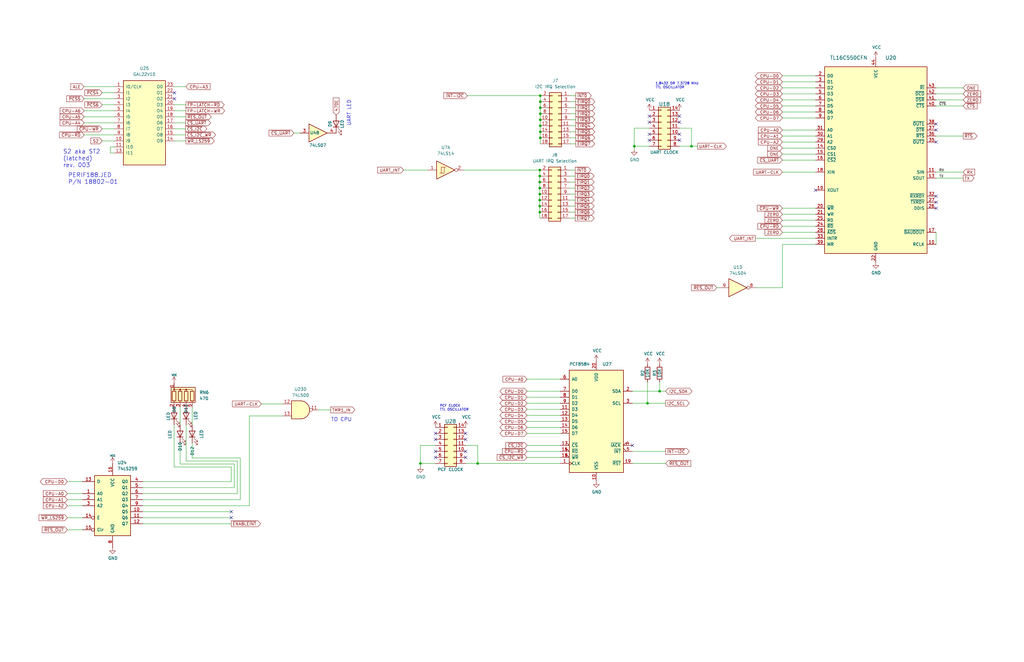
<source format=kicad_sch>
(kicad_sch (version 20211123) (generator eeschema)

  (uuid 745beb59-db8b-44b4-80b3-06646af53166)

  (paper "B")

  (title_block
    (title "Duodyne 80C188 CPU board")
    (date "2024-07-05")
    (rev "V0.5")
    (comment 1 "Based on a design by John R Coffman. ")
    (comment 2 " RetroBrew Computer Group")
  )

  (lib_symbols
    (symbol "74xx:74LS00" (pin_names (offset 1.016)) (in_bom yes) (on_board yes)
      (property "Reference" "U" (id 0) (at 0 1.27 0)
        (effects (font (size 1.27 1.27)))
      )
      (property "Value" "74LS00" (id 1) (at 0 -1.27 0)
        (effects (font (size 1.27 1.27)))
      )
      (property "Footprint" "" (id 2) (at 0 0 0)
        (effects (font (size 1.27 1.27)) hide)
      )
      (property "Datasheet" "http://www.ti.com/lit/gpn/sn74ls00" (id 3) (at 0 0 0)
        (effects (font (size 1.27 1.27)) hide)
      )
      (property "ki_locked" "" (id 4) (at 0 0 0)
        (effects (font (size 1.27 1.27)))
      )
      (property "ki_keywords" "TTL nand 2-input" (id 5) (at 0 0 0)
        (effects (font (size 1.27 1.27)) hide)
      )
      (property "ki_description" "quad 2-input NAND gate" (id 6) (at 0 0 0)
        (effects (font (size 1.27 1.27)) hide)
      )
      (property "ki_fp_filters" "DIP*W7.62mm* SO14*" (id 7) (at 0 0 0)
        (effects (font (size 1.27 1.27)) hide)
      )
      (symbol "74LS00_1_1"
        (arc (start 0 -3.81) (mid 3.81 0) (end 0 3.81)
          (stroke (width 0.254) (type default) (color 0 0 0 0))
          (fill (type background))
        )
        (polyline
          (pts
            (xy 0 3.81)
            (xy -3.81 3.81)
            (xy -3.81 -3.81)
            (xy 0 -3.81)
          )
          (stroke (width 0.254) (type default) (color 0 0 0 0))
          (fill (type background))
        )
        (pin input line (at -7.62 2.54 0) (length 3.81)
          (name "~" (effects (font (size 1.27 1.27))))
          (number "1" (effects (font (size 1.27 1.27))))
        )
        (pin input line (at -7.62 -2.54 0) (length 3.81)
          (name "~" (effects (font (size 1.27 1.27))))
          (number "2" (effects (font (size 1.27 1.27))))
        )
        (pin output inverted (at 7.62 0 180) (length 3.81)
          (name "~" (effects (font (size 1.27 1.27))))
          (number "3" (effects (font (size 1.27 1.27))))
        )
      )
      (symbol "74LS00_1_2"
        (arc (start -3.81 -3.81) (mid -2.589 0) (end -3.81 3.81)
          (stroke (width 0.254) (type default) (color 0 0 0 0))
          (fill (type none))
        )
        (arc (start -0.6096 -3.81) (mid 2.1842 -2.5851) (end 3.81 0)
          (stroke (width 0.254) (type default) (color 0 0 0 0))
          (fill (type background))
        )
        (polyline
          (pts
            (xy -3.81 -3.81)
            (xy -0.635 -3.81)
          )
          (stroke (width 0.254) (type default) (color 0 0 0 0))
          (fill (type background))
        )
        (polyline
          (pts
            (xy -3.81 3.81)
            (xy -0.635 3.81)
          )
          (stroke (width 0.254) (type default) (color 0 0 0 0))
          (fill (type background))
        )
        (polyline
          (pts
            (xy -0.635 3.81)
            (xy -3.81 3.81)
            (xy -3.81 3.81)
            (xy -3.556 3.4036)
            (xy -3.0226 2.2606)
            (xy -2.6924 1.0414)
            (xy -2.6162 -0.254)
            (xy -2.7686 -1.4986)
            (xy -3.175 -2.7178)
            (xy -3.81 -3.81)
            (xy -3.81 -3.81)
            (xy -0.635 -3.81)
          )
          (stroke (width -25.4) (type default) (color 0 0 0 0))
          (fill (type background))
        )
        (arc (start 3.81 0) (mid 2.1915 2.5936) (end -0.6096 3.81)
          (stroke (width 0.254) (type default) (color 0 0 0 0))
          (fill (type background))
        )
        (pin input inverted (at -7.62 2.54 0) (length 4.318)
          (name "~" (effects (font (size 1.27 1.27))))
          (number "1" (effects (font (size 1.27 1.27))))
        )
        (pin input inverted (at -7.62 -2.54 0) (length 4.318)
          (name "~" (effects (font (size 1.27 1.27))))
          (number "2" (effects (font (size 1.27 1.27))))
        )
        (pin output line (at 7.62 0 180) (length 3.81)
          (name "~" (effects (font (size 1.27 1.27))))
          (number "3" (effects (font (size 1.27 1.27))))
        )
      )
      (symbol "74LS00_2_1"
        (arc (start 0 -3.81) (mid 3.81 0) (end 0 3.81)
          (stroke (width 0.254) (type default) (color 0 0 0 0))
          (fill (type background))
        )
        (polyline
          (pts
            (xy 0 3.81)
            (xy -3.81 3.81)
            (xy -3.81 -3.81)
            (xy 0 -3.81)
          )
          (stroke (width 0.254) (type default) (color 0 0 0 0))
          (fill (type background))
        )
        (pin input line (at -7.62 2.54 0) (length 3.81)
          (name "~" (effects (font (size 1.27 1.27))))
          (number "4" (effects (font (size 1.27 1.27))))
        )
        (pin input line (at -7.62 -2.54 0) (length 3.81)
          (name "~" (effects (font (size 1.27 1.27))))
          (number "5" (effects (font (size 1.27 1.27))))
        )
        (pin output inverted (at 7.62 0 180) (length 3.81)
          (name "~" (effects (font (size 1.27 1.27))))
          (number "6" (effects (font (size 1.27 1.27))))
        )
      )
      (symbol "74LS00_2_2"
        (arc (start -3.81 -3.81) (mid -2.589 0) (end -3.81 3.81)
          (stroke (width 0.254) (type default) (color 0 0 0 0))
          (fill (type none))
        )
        (arc (start -0.6096 -3.81) (mid 2.1842 -2.5851) (end 3.81 0)
          (stroke (width 0.254) (type default) (color 0 0 0 0))
          (fill (type background))
        )
        (polyline
          (pts
            (xy -3.81 -3.81)
            (xy -0.635 -3.81)
          )
          (stroke (width 0.254) (type default) (color 0 0 0 0))
          (fill (type background))
        )
        (polyline
          (pts
            (xy -3.81 3.81)
            (xy -0.635 3.81)
          )
          (stroke (width 0.254) (type default) (color 0 0 0 0))
          (fill (type background))
        )
        (polyline
          (pts
            (xy -0.635 3.81)
            (xy -3.81 3.81)
            (xy -3.81 3.81)
            (xy -3.556 3.4036)
            (xy -3.0226 2.2606)
            (xy -2.6924 1.0414)
            (xy -2.6162 -0.254)
            (xy -2.7686 -1.4986)
            (xy -3.175 -2.7178)
            (xy -3.81 -3.81)
            (xy -3.81 -3.81)
            (xy -0.635 -3.81)
          )
          (stroke (width -25.4) (type default) (color 0 0 0 0))
          (fill (type background))
        )
        (arc (start 3.81 0) (mid 2.1915 2.5936) (end -0.6096 3.81)
          (stroke (width 0.254) (type default) (color 0 0 0 0))
          (fill (type background))
        )
        (pin input inverted (at -7.62 2.54 0) (length 4.318)
          (name "~" (effects (font (size 1.27 1.27))))
          (number "4" (effects (font (size 1.27 1.27))))
        )
        (pin input inverted (at -7.62 -2.54 0) (length 4.318)
          (name "~" (effects (font (size 1.27 1.27))))
          (number "5" (effects (font (size 1.27 1.27))))
        )
        (pin output line (at 7.62 0 180) (length 3.81)
          (name "~" (effects (font (size 1.27 1.27))))
          (number "6" (effects (font (size 1.27 1.27))))
        )
      )
      (symbol "74LS00_3_1"
        (arc (start 0 -3.81) (mid 3.81 0) (end 0 3.81)
          (stroke (width 0.254) (type default) (color 0 0 0 0))
          (fill (type background))
        )
        (polyline
          (pts
            (xy 0 3.81)
            (xy -3.81 3.81)
            (xy -3.81 -3.81)
            (xy 0 -3.81)
          )
          (stroke (width 0.254) (type default) (color 0 0 0 0))
          (fill (type background))
        )
        (pin input line (at -7.62 -2.54 0) (length 3.81)
          (name "~" (effects (font (size 1.27 1.27))))
          (number "10" (effects (font (size 1.27 1.27))))
        )
        (pin output inverted (at 7.62 0 180) (length 3.81)
          (name "~" (effects (font (size 1.27 1.27))))
          (number "8" (effects (font (size 1.27 1.27))))
        )
        (pin input line (at -7.62 2.54 0) (length 3.81)
          (name "~" (effects (font (size 1.27 1.27))))
          (number "9" (effects (font (size 1.27 1.27))))
        )
      )
      (symbol "74LS00_3_2"
        (arc (start -3.81 -3.81) (mid -2.589 0) (end -3.81 3.81)
          (stroke (width 0.254) (type default) (color 0 0 0 0))
          (fill (type none))
        )
        (arc (start -0.6096 -3.81) (mid 2.1842 -2.5851) (end 3.81 0)
          (stroke (width 0.254) (type default) (color 0 0 0 0))
          (fill (type background))
        )
        (polyline
          (pts
            (xy -3.81 -3.81)
            (xy -0.635 -3.81)
          )
          (stroke (width 0.254) (type default) (color 0 0 0 0))
          (fill (type background))
        )
        (polyline
          (pts
            (xy -3.81 3.81)
            (xy -0.635 3.81)
          )
          (stroke (width 0.254) (type default) (color 0 0 0 0))
          (fill (type background))
        )
        (polyline
          (pts
            (xy -0.635 3.81)
            (xy -3.81 3.81)
            (xy -3.81 3.81)
            (xy -3.556 3.4036)
            (xy -3.0226 2.2606)
            (xy -2.6924 1.0414)
            (xy -2.6162 -0.254)
            (xy -2.7686 -1.4986)
            (xy -3.175 -2.7178)
            (xy -3.81 -3.81)
            (xy -3.81 -3.81)
            (xy -0.635 -3.81)
          )
          (stroke (width -25.4) (type default) (color 0 0 0 0))
          (fill (type background))
        )
        (arc (start 3.81 0) (mid 2.1915 2.5936) (end -0.6096 3.81)
          (stroke (width 0.254) (type default) (color 0 0 0 0))
          (fill (type background))
        )
        (pin input inverted (at -7.62 -2.54 0) (length 4.318)
          (name "~" (effects (font (size 1.27 1.27))))
          (number "10" (effects (font (size 1.27 1.27))))
        )
        (pin output line (at 7.62 0 180) (length 3.81)
          (name "~" (effects (font (size 1.27 1.27))))
          (number "8" (effects (font (size 1.27 1.27))))
        )
        (pin input inverted (at -7.62 2.54 0) (length 4.318)
          (name "~" (effects (font (size 1.27 1.27))))
          (number "9" (effects (font (size 1.27 1.27))))
        )
      )
      (symbol "74LS00_4_1"
        (arc (start 0 -3.81) (mid 3.81 0) (end 0 3.81)
          (stroke (width 0.254) (type default) (color 0 0 0 0))
          (fill (type background))
        )
        (polyline
          (pts
            (xy 0 3.81)
            (xy -3.81 3.81)
            (xy -3.81 -3.81)
            (xy 0 -3.81)
          )
          (stroke (width 0.254) (type default) (color 0 0 0 0))
          (fill (type background))
        )
        (pin output inverted (at 7.62 0 180) (length 3.81)
          (name "~" (effects (font (size 1.27 1.27))))
          (number "11" (effects (font (size 1.27 1.27))))
        )
        (pin input line (at -7.62 2.54 0) (length 3.81)
          (name "~" (effects (font (size 1.27 1.27))))
          (number "12" (effects (font (size 1.27 1.27))))
        )
        (pin input line (at -7.62 -2.54 0) (length 3.81)
          (name "~" (effects (font (size 1.27 1.27))))
          (number "13" (effects (font (size 1.27 1.27))))
        )
      )
      (symbol "74LS00_4_2"
        (arc (start -3.81 -3.81) (mid -2.589 0) (end -3.81 3.81)
          (stroke (width 0.254) (type default) (color 0 0 0 0))
          (fill (type none))
        )
        (arc (start -0.6096 -3.81) (mid 2.1842 -2.5851) (end 3.81 0)
          (stroke (width 0.254) (type default) (color 0 0 0 0))
          (fill (type background))
        )
        (polyline
          (pts
            (xy -3.81 -3.81)
            (xy -0.635 -3.81)
          )
          (stroke (width 0.254) (type default) (color 0 0 0 0))
          (fill (type background))
        )
        (polyline
          (pts
            (xy -3.81 3.81)
            (xy -0.635 3.81)
          )
          (stroke (width 0.254) (type default) (color 0 0 0 0))
          (fill (type background))
        )
        (polyline
          (pts
            (xy -0.635 3.81)
            (xy -3.81 3.81)
            (xy -3.81 3.81)
            (xy -3.556 3.4036)
            (xy -3.0226 2.2606)
            (xy -2.6924 1.0414)
            (xy -2.6162 -0.254)
            (xy -2.7686 -1.4986)
            (xy -3.175 -2.7178)
            (xy -3.81 -3.81)
            (xy -3.81 -3.81)
            (xy -0.635 -3.81)
          )
          (stroke (width -25.4) (type default) (color 0 0 0 0))
          (fill (type background))
        )
        (arc (start 3.81 0) (mid 2.1915 2.5936) (end -0.6096 3.81)
          (stroke (width 0.254) (type default) (color 0 0 0 0))
          (fill (type background))
        )
        (pin output line (at 7.62 0 180) (length 3.81)
          (name "~" (effects (font (size 1.27 1.27))))
          (number "11" (effects (font (size 1.27 1.27))))
        )
        (pin input inverted (at -7.62 2.54 0) (length 4.318)
          (name "~" (effects (font (size 1.27 1.27))))
          (number "12" (effects (font (size 1.27 1.27))))
        )
        (pin input inverted (at -7.62 -2.54 0) (length 4.318)
          (name "~" (effects (font (size 1.27 1.27))))
          (number "13" (effects (font (size 1.27 1.27))))
        )
      )
      (symbol "74LS00_5_0"
        (pin power_in line (at 0 12.7 270) (length 5.08)
          (name "VCC" (effects (font (size 1.27 1.27))))
          (number "14" (effects (font (size 1.27 1.27))))
        )
        (pin power_in line (at 0 -12.7 90) (length 5.08)
          (name "GND" (effects (font (size 1.27 1.27))))
          (number "7" (effects (font (size 1.27 1.27))))
        )
      )
      (symbol "74LS00_5_1"
        (rectangle (start -5.08 7.62) (end 5.08 -7.62)
          (stroke (width 0.254) (type default) (color 0 0 0 0))
          (fill (type background))
        )
      )
    )
    (symbol "74xx:74LS04" (in_bom yes) (on_board yes)
      (property "Reference" "U" (id 0) (at 0 1.27 0)
        (effects (font (size 1.27 1.27)))
      )
      (property "Value" "74LS04" (id 1) (at 0 -1.27 0)
        (effects (font (size 1.27 1.27)))
      )
      (property "Footprint" "" (id 2) (at 0 0 0)
        (effects (font (size 1.27 1.27)) hide)
      )
      (property "Datasheet" "http://www.ti.com/lit/gpn/sn74LS04" (id 3) (at 0 0 0)
        (effects (font (size 1.27 1.27)) hide)
      )
      (property "ki_locked" "" (id 4) (at 0 0 0)
        (effects (font (size 1.27 1.27)))
      )
      (property "ki_keywords" "TTL not inv" (id 5) (at 0 0 0)
        (effects (font (size 1.27 1.27)) hide)
      )
      (property "ki_description" "Hex Inverter" (id 6) (at 0 0 0)
        (effects (font (size 1.27 1.27)) hide)
      )
      (property "ki_fp_filters" "DIP*W7.62mm* SSOP?14* TSSOP?14*" (id 7) (at 0 0 0)
        (effects (font (size 1.27 1.27)) hide)
      )
      (symbol "74LS04_1_0"
        (polyline
          (pts
            (xy -3.81 3.81)
            (xy -3.81 -3.81)
            (xy 3.81 0)
            (xy -3.81 3.81)
          )
          (stroke (width 0.254) (type default) (color 0 0 0 0))
          (fill (type background))
        )
        (pin input line (at -7.62 0 0) (length 3.81)
          (name "~" (effects (font (size 1.27 1.27))))
          (number "1" (effects (font (size 1.27 1.27))))
        )
        (pin output inverted (at 7.62 0 180) (length 3.81)
          (name "~" (effects (font (size 1.27 1.27))))
          (number "2" (effects (font (size 1.27 1.27))))
        )
      )
      (symbol "74LS04_2_0"
        (polyline
          (pts
            (xy -3.81 3.81)
            (xy -3.81 -3.81)
            (xy 3.81 0)
            (xy -3.81 3.81)
          )
          (stroke (width 0.254) (type default) (color 0 0 0 0))
          (fill (type background))
        )
        (pin input line (at -7.62 0 0) (length 3.81)
          (name "~" (effects (font (size 1.27 1.27))))
          (number "3" (effects (font (size 1.27 1.27))))
        )
        (pin output inverted (at 7.62 0 180) (length 3.81)
          (name "~" (effects (font (size 1.27 1.27))))
          (number "4" (effects (font (size 1.27 1.27))))
        )
      )
      (symbol "74LS04_3_0"
        (polyline
          (pts
            (xy -3.81 3.81)
            (xy -3.81 -3.81)
            (xy 3.81 0)
            (xy -3.81 3.81)
          )
          (stroke (width 0.254) (type default) (color 0 0 0 0))
          (fill (type background))
        )
        (pin input line (at -7.62 0 0) (length 3.81)
          (name "~" (effects (font (size 1.27 1.27))))
          (number "5" (effects (font (size 1.27 1.27))))
        )
        (pin output inverted (at 7.62 0 180) (length 3.81)
          (name "~" (effects (font (size 1.27 1.27))))
          (number "6" (effects (font (size 1.27 1.27))))
        )
      )
      (symbol "74LS04_4_0"
        (polyline
          (pts
            (xy -3.81 3.81)
            (xy -3.81 -3.81)
            (xy 3.81 0)
            (xy -3.81 3.81)
          )
          (stroke (width 0.254) (type default) (color 0 0 0 0))
          (fill (type background))
        )
        (pin output inverted (at 7.62 0 180) (length 3.81)
          (name "~" (effects (font (size 1.27 1.27))))
          (number "8" (effects (font (size 1.27 1.27))))
        )
        (pin input line (at -7.62 0 0) (length 3.81)
          (name "~" (effects (font (size 1.27 1.27))))
          (number "9" (effects (font (size 1.27 1.27))))
        )
      )
      (symbol "74LS04_5_0"
        (polyline
          (pts
            (xy -3.81 3.81)
            (xy -3.81 -3.81)
            (xy 3.81 0)
            (xy -3.81 3.81)
          )
          (stroke (width 0.254) (type default) (color 0 0 0 0))
          (fill (type background))
        )
        (pin output inverted (at 7.62 0 180) (length 3.81)
          (name "~" (effects (font (size 1.27 1.27))))
          (number "10" (effects (font (size 1.27 1.27))))
        )
        (pin input line (at -7.62 0 0) (length 3.81)
          (name "~" (effects (font (size 1.27 1.27))))
          (number "11" (effects (font (size 1.27 1.27))))
        )
      )
      (symbol "74LS04_6_0"
        (polyline
          (pts
            (xy -3.81 3.81)
            (xy -3.81 -3.81)
            (xy 3.81 0)
            (xy -3.81 3.81)
          )
          (stroke (width 0.254) (type default) (color 0 0 0 0))
          (fill (type background))
        )
        (pin output inverted (at 7.62 0 180) (length 3.81)
          (name "~" (effects (font (size 1.27 1.27))))
          (number "12" (effects (font (size 1.27 1.27))))
        )
        (pin input line (at -7.62 0 0) (length 3.81)
          (name "~" (effects (font (size 1.27 1.27))))
          (number "13" (effects (font (size 1.27 1.27))))
        )
      )
      (symbol "74LS04_7_0"
        (pin power_in line (at 0 12.7 270) (length 5.08)
          (name "VCC" (effects (font (size 1.27 1.27))))
          (number "14" (effects (font (size 1.27 1.27))))
        )
        (pin power_in line (at 0 -12.7 90) (length 5.08)
          (name "GND" (effects (font (size 1.27 1.27))))
          (number "7" (effects (font (size 1.27 1.27))))
        )
      )
      (symbol "74LS04_7_1"
        (rectangle (start -5.08 7.62) (end 5.08 -7.62)
          (stroke (width 0.254) (type default) (color 0 0 0 0))
          (fill (type background))
        )
      )
    )
    (symbol "74xx:74LS07" (pin_names (offset 1.016)) (in_bom yes) (on_board yes)
      (property "Reference" "U" (id 0) (at 0 1.27 0)
        (effects (font (size 1.27 1.27)))
      )
      (property "Value" "74LS07" (id 1) (at 0 -1.27 0)
        (effects (font (size 1.27 1.27)))
      )
      (property "Footprint" "" (id 2) (at 0 0 0)
        (effects (font (size 1.27 1.27)) hide)
      )
      (property "Datasheet" "www.ti.com/lit/ds/symlink/sn74ls07.pdf" (id 3) (at 0 0 0)
        (effects (font (size 1.27 1.27)) hide)
      )
      (property "ki_locked" "" (id 4) (at 0 0 0)
        (effects (font (size 1.27 1.27)))
      )
      (property "ki_keywords" "TTL hex buffer OpenCol" (id 5) (at 0 0 0)
        (effects (font (size 1.27 1.27)) hide)
      )
      (property "ki_description" "Hex Buffers and Drivers With Open Collector High Voltage Outputs" (id 6) (at 0 0 0)
        (effects (font (size 1.27 1.27)) hide)
      )
      (property "ki_fp_filters" "SOIC*3.9x8.7mm*P1.27mm* TSSOP*4.4x5mm*P0.65mm* DIP*W7.62mm*" (id 7) (at 0 0 0)
        (effects (font (size 1.27 1.27)) hide)
      )
      (symbol "74LS07_1_0"
        (polyline
          (pts
            (xy -3.81 3.81)
            (xy -3.81 -3.81)
            (xy 3.81 0)
            (xy -3.81 3.81)
          )
          (stroke (width 0.254) (type default) (color 0 0 0 0))
          (fill (type background))
        )
        (pin input line (at -7.62 0 0) (length 3.81)
          (name "~" (effects (font (size 1.27 1.27))))
          (number "1" (effects (font (size 1.27 1.27))))
        )
        (pin open_collector line (at 7.62 0 180) (length 3.81)
          (name "~" (effects (font (size 1.27 1.27))))
          (number "2" (effects (font (size 1.27 1.27))))
        )
      )
      (symbol "74LS07_2_0"
        (polyline
          (pts
            (xy -3.81 3.81)
            (xy -3.81 -3.81)
            (xy 3.81 0)
            (xy -3.81 3.81)
          )
          (stroke (width 0.254) (type default) (color 0 0 0 0))
          (fill (type background))
        )
        (pin input line (at -7.62 0 0) (length 3.81)
          (name "~" (effects (font (size 1.27 1.27))))
          (number "3" (effects (font (size 1.27 1.27))))
        )
        (pin open_collector line (at 7.62 0 180) (length 3.81)
          (name "~" (effects (font (size 1.27 1.27))))
          (number "4" (effects (font (size 1.27 1.27))))
        )
      )
      (symbol "74LS07_3_0"
        (polyline
          (pts
            (xy -3.81 3.81)
            (xy -3.81 -3.81)
            (xy 3.81 0)
            (xy -3.81 3.81)
          )
          (stroke (width 0.254) (type default) (color 0 0 0 0))
          (fill (type background))
        )
        (pin input line (at -7.62 0 0) (length 3.81)
          (name "~" (effects (font (size 1.27 1.27))))
          (number "5" (effects (font (size 1.27 1.27))))
        )
        (pin open_collector line (at 7.62 0 180) (length 3.81)
          (name "~" (effects (font (size 1.27 1.27))))
          (number "6" (effects (font (size 1.27 1.27))))
        )
      )
      (symbol "74LS07_4_0"
        (polyline
          (pts
            (xy -3.81 3.81)
            (xy -3.81 -3.81)
            (xy 3.81 0)
            (xy -3.81 3.81)
          )
          (stroke (width 0.254) (type default) (color 0 0 0 0))
          (fill (type background))
        )
        (pin open_collector line (at 7.62 0 180) (length 3.81)
          (name "~" (effects (font (size 1.27 1.27))))
          (number "8" (effects (font (size 1.27 1.27))))
        )
        (pin input line (at -7.62 0 0) (length 3.81)
          (name "~" (effects (font (size 1.27 1.27))))
          (number "9" (effects (font (size 1.27 1.27))))
        )
      )
      (symbol "74LS07_5_0"
        (polyline
          (pts
            (xy -3.81 3.81)
            (xy -3.81 -3.81)
            (xy 3.81 0)
            (xy -3.81 3.81)
          )
          (stroke (width 0.254) (type default) (color 0 0 0 0))
          (fill (type background))
        )
        (pin open_collector line (at 7.62 0 180) (length 3.81)
          (name "~" (effects (font (size 1.27 1.27))))
          (number "10" (effects (font (size 1.27 1.27))))
        )
        (pin input line (at -7.62 0 0) (length 3.81)
          (name "~" (effects (font (size 1.27 1.27))))
          (number "11" (effects (font (size 1.27 1.27))))
        )
      )
      (symbol "74LS07_6_0"
        (polyline
          (pts
            (xy -3.81 3.81)
            (xy -3.81 -3.81)
            (xy 3.81 0)
            (xy -3.81 3.81)
          )
          (stroke (width 0.254) (type default) (color 0 0 0 0))
          (fill (type background))
        )
        (pin open_collector line (at 7.62 0 180) (length 3.81)
          (name "~" (effects (font (size 1.27 1.27))))
          (number "12" (effects (font (size 1.27 1.27))))
        )
        (pin input line (at -7.62 0 0) (length 3.81)
          (name "~" (effects (font (size 1.27 1.27))))
          (number "13" (effects (font (size 1.27 1.27))))
        )
      )
      (symbol "74LS07_7_0"
        (pin power_in line (at 0 12.7 270) (length 5.08)
          (name "VCC" (effects (font (size 1.27 1.27))))
          (number "14" (effects (font (size 1.27 1.27))))
        )
        (pin power_in line (at 0 -12.7 90) (length 5.08)
          (name "GND" (effects (font (size 1.27 1.27))))
          (number "7" (effects (font (size 1.27 1.27))))
        )
      )
      (symbol "74LS07_7_1"
        (rectangle (start -5.08 7.62) (end 5.08 -7.62)
          (stroke (width 0.254) (type default) (color 0 0 0 0))
          (fill (type background))
        )
      )
    )
    (symbol "74xx:74LS14" (pin_names (offset 1.016)) (in_bom yes) (on_board yes)
      (property "Reference" "U" (id 0) (at 0 1.27 0)
        (effects (font (size 1.27 1.27)))
      )
      (property "Value" "74LS14" (id 1) (at 0 -1.27 0)
        (effects (font (size 1.27 1.27)))
      )
      (property "Footprint" "" (id 2) (at 0 0 0)
        (effects (font (size 1.27 1.27)) hide)
      )
      (property "Datasheet" "http://www.ti.com/lit/gpn/sn74LS14" (id 3) (at 0 0 0)
        (effects (font (size 1.27 1.27)) hide)
      )
      (property "ki_locked" "" (id 4) (at 0 0 0)
        (effects (font (size 1.27 1.27)))
      )
      (property "ki_keywords" "TTL not inverter" (id 5) (at 0 0 0)
        (effects (font (size 1.27 1.27)) hide)
      )
      (property "ki_description" "Hex inverter schmitt trigger" (id 6) (at 0 0 0)
        (effects (font (size 1.27 1.27)) hide)
      )
      (property "ki_fp_filters" "DIP*W7.62mm*" (id 7) (at 0 0 0)
        (effects (font (size 1.27 1.27)) hide)
      )
      (symbol "74LS14_1_0"
        (polyline
          (pts
            (xy -3.81 3.81)
            (xy -3.81 -3.81)
            (xy 3.81 0)
            (xy -3.81 3.81)
          )
          (stroke (width 0.254) (type default) (color 0 0 0 0))
          (fill (type background))
        )
        (pin input line (at -7.62 0 0) (length 3.81)
          (name "~" (effects (font (size 1.27 1.27))))
          (number "1" (effects (font (size 1.27 1.27))))
        )
        (pin output inverted (at 7.62 0 180) (length 3.81)
          (name "~" (effects (font (size 1.27 1.27))))
          (number "2" (effects (font (size 1.27 1.27))))
        )
      )
      (symbol "74LS14_1_1"
        (polyline
          (pts
            (xy -1.905 -1.27)
            (xy -1.905 1.27)
            (xy -0.635 1.27)
          )
          (stroke (width 0) (type default) (color 0 0 0 0))
          (fill (type none))
        )
        (polyline
          (pts
            (xy -2.54 -1.27)
            (xy -0.635 -1.27)
            (xy -0.635 1.27)
            (xy 0 1.27)
          )
          (stroke (width 0) (type default) (color 0 0 0 0))
          (fill (type none))
        )
      )
      (symbol "74LS14_2_0"
        (polyline
          (pts
            (xy -3.81 3.81)
            (xy -3.81 -3.81)
            (xy 3.81 0)
            (xy -3.81 3.81)
          )
          (stroke (width 0.254) (type default) (color 0 0 0 0))
          (fill (type background))
        )
        (pin input line (at -7.62 0 0) (length 3.81)
          (name "~" (effects (font (size 1.27 1.27))))
          (number "3" (effects (font (size 1.27 1.27))))
        )
        (pin output inverted (at 7.62 0 180) (length 3.81)
          (name "~" (effects (font (size 1.27 1.27))))
          (number "4" (effects (font (size 1.27 1.27))))
        )
      )
      (symbol "74LS14_2_1"
        (polyline
          (pts
            (xy -1.905 -1.27)
            (xy -1.905 1.27)
            (xy -0.635 1.27)
          )
          (stroke (width 0) (type default) (color 0 0 0 0))
          (fill (type none))
        )
        (polyline
          (pts
            (xy -2.54 -1.27)
            (xy -0.635 -1.27)
            (xy -0.635 1.27)
            (xy 0 1.27)
          )
          (stroke (width 0) (type default) (color 0 0 0 0))
          (fill (type none))
        )
      )
      (symbol "74LS14_3_0"
        (polyline
          (pts
            (xy -3.81 3.81)
            (xy -3.81 -3.81)
            (xy 3.81 0)
            (xy -3.81 3.81)
          )
          (stroke (width 0.254) (type default) (color 0 0 0 0))
          (fill (type background))
        )
        (pin input line (at -7.62 0 0) (length 3.81)
          (name "~" (effects (font (size 1.27 1.27))))
          (number "5" (effects (font (size 1.27 1.27))))
        )
        (pin output inverted (at 7.62 0 180) (length 3.81)
          (name "~" (effects (font (size 1.27 1.27))))
          (number "6" (effects (font (size 1.27 1.27))))
        )
      )
      (symbol "74LS14_3_1"
        (polyline
          (pts
            (xy -1.905 -1.27)
            (xy -1.905 1.27)
            (xy -0.635 1.27)
          )
          (stroke (width 0) (type default) (color 0 0 0 0))
          (fill (type none))
        )
        (polyline
          (pts
            (xy -2.54 -1.27)
            (xy -0.635 -1.27)
            (xy -0.635 1.27)
            (xy 0 1.27)
          )
          (stroke (width 0) (type default) (color 0 0 0 0))
          (fill (type none))
        )
      )
      (symbol "74LS14_4_0"
        (polyline
          (pts
            (xy -3.81 3.81)
            (xy -3.81 -3.81)
            (xy 3.81 0)
            (xy -3.81 3.81)
          )
          (stroke (width 0.254) (type default) (color 0 0 0 0))
          (fill (type background))
        )
        (pin output inverted (at 7.62 0 180) (length 3.81)
          (name "~" (effects (font (size 1.27 1.27))))
          (number "8" (effects (font (size 1.27 1.27))))
        )
        (pin input line (at -7.62 0 0) (length 3.81)
          (name "~" (effects (font (size 1.27 1.27))))
          (number "9" (effects (font (size 1.27 1.27))))
        )
      )
      (symbol "74LS14_4_1"
        (polyline
          (pts
            (xy -1.905 -1.27)
            (xy -1.905 1.27)
            (xy -0.635 1.27)
          )
          (stroke (width 0) (type default) (color 0 0 0 0))
          (fill (type none))
        )
        (polyline
          (pts
            (xy -2.54 -1.27)
            (xy -0.635 -1.27)
            (xy -0.635 1.27)
            (xy 0 1.27)
          )
          (stroke (width 0) (type default) (color 0 0 0 0))
          (fill (type none))
        )
      )
      (symbol "74LS14_5_0"
        (polyline
          (pts
            (xy -3.81 3.81)
            (xy -3.81 -3.81)
            (xy 3.81 0)
            (xy -3.81 3.81)
          )
          (stroke (width 0.254) (type default) (color 0 0 0 0))
          (fill (type background))
        )
        (pin output inverted (at 7.62 0 180) (length 3.81)
          (name "~" (effects (font (size 1.27 1.27))))
          (number "10" (effects (font (size 1.27 1.27))))
        )
        (pin input line (at -7.62 0 0) (length 3.81)
          (name "~" (effects (font (size 1.27 1.27))))
          (number "11" (effects (font (size 1.27 1.27))))
        )
      )
      (symbol "74LS14_5_1"
        (polyline
          (pts
            (xy -1.905 -1.27)
            (xy -1.905 1.27)
            (xy -0.635 1.27)
          )
          (stroke (width 0) (type default) (color 0 0 0 0))
          (fill (type none))
        )
        (polyline
          (pts
            (xy -2.54 -1.27)
            (xy -0.635 -1.27)
            (xy -0.635 1.27)
            (xy 0 1.27)
          )
          (stroke (width 0) (type default) (color 0 0 0 0))
          (fill (type none))
        )
      )
      (symbol "74LS14_6_0"
        (polyline
          (pts
            (xy -3.81 3.81)
            (xy -3.81 -3.81)
            (xy 3.81 0)
            (xy -3.81 3.81)
          )
          (stroke (width 0.254) (type default) (color 0 0 0 0))
          (fill (type background))
        )
        (pin output inverted (at 7.62 0 180) (length 3.81)
          (name "~" (effects (font (size 1.27 1.27))))
          (number "12" (effects (font (size 1.27 1.27))))
        )
        (pin input line (at -7.62 0 0) (length 3.81)
          (name "~" (effects (font (size 1.27 1.27))))
          (number "13" (effects (font (size 1.27 1.27))))
        )
      )
      (symbol "74LS14_6_1"
        (polyline
          (pts
            (xy -1.905 -1.27)
            (xy -1.905 1.27)
            (xy -0.635 1.27)
          )
          (stroke (width 0) (type default) (color 0 0 0 0))
          (fill (type none))
        )
        (polyline
          (pts
            (xy -2.54 -1.27)
            (xy -0.635 -1.27)
            (xy -0.635 1.27)
            (xy 0 1.27)
          )
          (stroke (width 0) (type default) (color 0 0 0 0))
          (fill (type none))
        )
      )
      (symbol "74LS14_7_0"
        (pin power_in line (at 0 12.7 270) (length 5.08)
          (name "VCC" (effects (font (size 1.27 1.27))))
          (number "14" (effects (font (size 1.27 1.27))))
        )
        (pin power_in line (at 0 -12.7 90) (length 5.08)
          (name "GND" (effects (font (size 1.27 1.27))))
          (number "7" (effects (font (size 1.27 1.27))))
        )
      )
      (symbol "74LS14_7_1"
        (rectangle (start -5.08 7.62) (end 5.08 -7.62)
          (stroke (width 0.254) (type default) (color 0 0 0 0))
          (fill (type background))
        )
      )
    )
    (symbol "74xx:74LS259" (pin_names (offset 1.016)) (in_bom yes) (on_board yes)
      (property "Reference" "U" (id 0) (at -7.62 13.97 0)
        (effects (font (size 1.27 1.27)))
      )
      (property "Value" "74LS259" (id 1) (at -7.62 -13.97 0)
        (effects (font (size 1.27 1.27)))
      )
      (property "Footprint" "" (id 2) (at 0 0 0)
        (effects (font (size 1.27 1.27)) hide)
      )
      (property "Datasheet" "http://www.ti.com/lit/gpn/sn74LS259" (id 3) (at 0 0 0)
        (effects (font (size 1.27 1.27)) hide)
      )
      (property "ki_locked" "" (id 4) (at 0 0 0)
        (effects (font (size 1.27 1.27)))
      )
      (property "ki_keywords" "TTL REG DFF" (id 5) (at 0 0 0)
        (effects (font (size 1.27 1.27)) hide)
      )
      (property "ki_description" "8-bit addressable latch" (id 6) (at 0 0 0)
        (effects (font (size 1.27 1.27)) hide)
      )
      (property "ki_fp_filters" "DIP?16*" (id 7) (at 0 0 0)
        (effects (font (size 1.27 1.27)) hide)
      )
      (symbol "74LS259_1_0"
        (pin input line (at -12.7 5.08 0) (length 5.08)
          (name "A0" (effects (font (size 1.27 1.27))))
          (number "1" (effects (font (size 1.27 1.27))))
        )
        (pin output line (at 12.7 -2.54 180) (length 5.08)
          (name "Q5" (effects (font (size 1.27 1.27))))
          (number "10" (effects (font (size 1.27 1.27))))
        )
        (pin output line (at 12.7 -5.08 180) (length 5.08)
          (name "Q6" (effects (font (size 1.27 1.27))))
          (number "11" (effects (font (size 1.27 1.27))))
        )
        (pin output line (at 12.7 -7.62 180) (length 5.08)
          (name "Q7" (effects (font (size 1.27 1.27))))
          (number "12" (effects (font (size 1.27 1.27))))
        )
        (pin input line (at -12.7 10.16 0) (length 5.08)
          (name "D" (effects (font (size 1.27 1.27))))
          (number "13" (effects (font (size 1.27 1.27))))
        )
        (pin input inverted (at -12.7 -5.08 0) (length 5.08)
          (name "E" (effects (font (size 1.27 1.27))))
          (number "14" (effects (font (size 1.27 1.27))))
        )
        (pin input inverted (at -12.7 -10.16 0) (length 5.08)
          (name "Clr" (effects (font (size 1.27 1.27))))
          (number "15" (effects (font (size 1.27 1.27))))
        )
        (pin power_in line (at 0 17.78 270) (length 5.08)
          (name "VCC" (effects (font (size 1.27 1.27))))
          (number "16" (effects (font (size 1.27 1.27))))
        )
        (pin input line (at -12.7 2.54 0) (length 5.08)
          (name "A1" (effects (font (size 1.27 1.27))))
          (number "2" (effects (font (size 1.27 1.27))))
        )
        (pin input line (at -12.7 0 0) (length 5.08)
          (name "A2" (effects (font (size 1.27 1.27))))
          (number "3" (effects (font (size 1.27 1.27))))
        )
        (pin output line (at 12.7 10.16 180) (length 5.08)
          (name "Q0" (effects (font (size 1.27 1.27))))
          (number "4" (effects (font (size 1.27 1.27))))
        )
        (pin output line (at 12.7 7.62 180) (length 5.08)
          (name "Q1" (effects (font (size 1.27 1.27))))
          (number "5" (effects (font (size 1.27 1.27))))
        )
        (pin output line (at 12.7 5.08 180) (length 5.08)
          (name "Q2" (effects (font (size 1.27 1.27))))
          (number "6" (effects (font (size 1.27 1.27))))
        )
        (pin output line (at 12.7 2.54 180) (length 5.08)
          (name "Q3" (effects (font (size 1.27 1.27))))
          (number "7" (effects (font (size 1.27 1.27))))
        )
        (pin power_in line (at 0 -17.78 90) (length 5.08)
          (name "GND" (effects (font (size 1.27 1.27))))
          (number "8" (effects (font (size 1.27 1.27))))
        )
        (pin output line (at 12.7 0 180) (length 5.08)
          (name "Q4" (effects (font (size 1.27 1.27))))
          (number "9" (effects (font (size 1.27 1.27))))
        )
      )
      (symbol "74LS259_1_1"
        (rectangle (start -7.62 12.7) (end 7.62 -12.7)
          (stroke (width 0.254) (type default) (color 0 0 0 0))
          (fill (type background))
        )
      )
    )
    (symbol "Connector_Generic:Conn_02x07_Counter_Clockwise" (pin_names (offset 1.016) hide) (in_bom yes) (on_board yes)
      (property "Reference" "J" (id 0) (at 1.27 10.16 0)
        (effects (font (size 1.27 1.27)))
      )
      (property "Value" "Conn_02x07_Counter_Clockwise" (id 1) (at 1.27 -10.16 0)
        (effects (font (size 1.27 1.27)))
      )
      (property "Footprint" "" (id 2) (at 0 0 0)
        (effects (font (size 1.27 1.27)) hide)
      )
      (property "Datasheet" "~" (id 3) (at 0 0 0)
        (effects (font (size 1.27 1.27)) hide)
      )
      (property "ki_keywords" "connector" (id 4) (at 0 0 0)
        (effects (font (size 1.27 1.27)) hide)
      )
      (property "ki_description" "Generic connector, double row, 02x07, counter clockwise pin numbering scheme (similar to DIP package numbering), script generated (kicad-library-utils/schlib/autogen/connector/)" (id 5) (at 0 0 0)
        (effects (font (size 1.27 1.27)) hide)
      )
      (property "ki_fp_filters" "Connector*:*_2x??_*" (id 6) (at 0 0 0)
        (effects (font (size 1.27 1.27)) hide)
      )
      (symbol "Conn_02x07_Counter_Clockwise_1_1"
        (rectangle (start -1.27 -7.493) (end 0 -7.747)
          (stroke (width 0.1524) (type default) (color 0 0 0 0))
          (fill (type none))
        )
        (rectangle (start -1.27 -4.953) (end 0 -5.207)
          (stroke (width 0.1524) (type default) (color 0 0 0 0))
          (fill (type none))
        )
        (rectangle (start -1.27 -2.413) (end 0 -2.667)
          (stroke (width 0.1524) (type default) (color 0 0 0 0))
          (fill (type none))
        )
        (rectangle (start -1.27 0.127) (end 0 -0.127)
          (stroke (width 0.1524) (type default) (color 0 0 0 0))
          (fill (type none))
        )
        (rectangle (start -1.27 2.667) (end 0 2.413)
          (stroke (width 0.1524) (type default) (color 0 0 0 0))
          (fill (type none))
        )
        (rectangle (start -1.27 5.207) (end 0 4.953)
          (stroke (width 0.1524) (type default) (color 0 0 0 0))
          (fill (type none))
        )
        (rectangle (start -1.27 7.747) (end 0 7.493)
          (stroke (width 0.1524) (type default) (color 0 0 0 0))
          (fill (type none))
        )
        (rectangle (start -1.27 8.89) (end 3.81 -8.89)
          (stroke (width 0.254) (type default) (color 0 0 0 0))
          (fill (type background))
        )
        (rectangle (start 3.81 -7.493) (end 2.54 -7.747)
          (stroke (width 0.1524) (type default) (color 0 0 0 0))
          (fill (type none))
        )
        (rectangle (start 3.81 -4.953) (end 2.54 -5.207)
          (stroke (width 0.1524) (type default) (color 0 0 0 0))
          (fill (type none))
        )
        (rectangle (start 3.81 -2.413) (end 2.54 -2.667)
          (stroke (width 0.1524) (type default) (color 0 0 0 0))
          (fill (type none))
        )
        (rectangle (start 3.81 0.127) (end 2.54 -0.127)
          (stroke (width 0.1524) (type default) (color 0 0 0 0))
          (fill (type none))
        )
        (rectangle (start 3.81 2.667) (end 2.54 2.413)
          (stroke (width 0.1524) (type default) (color 0 0 0 0))
          (fill (type none))
        )
        (rectangle (start 3.81 5.207) (end 2.54 4.953)
          (stroke (width 0.1524) (type default) (color 0 0 0 0))
          (fill (type none))
        )
        (rectangle (start 3.81 7.747) (end 2.54 7.493)
          (stroke (width 0.1524) (type default) (color 0 0 0 0))
          (fill (type none))
        )
        (pin passive line (at -5.08 7.62 0) (length 3.81)
          (name "Pin_1" (effects (font (size 1.27 1.27))))
          (number "1" (effects (font (size 1.27 1.27))))
        )
        (pin passive line (at 7.62 -2.54 180) (length 3.81)
          (name "Pin_10" (effects (font (size 1.27 1.27))))
          (number "10" (effects (font (size 1.27 1.27))))
        )
        (pin passive line (at 7.62 0 180) (length 3.81)
          (name "Pin_11" (effects (font (size 1.27 1.27))))
          (number "11" (effects (font (size 1.27 1.27))))
        )
        (pin passive line (at 7.62 2.54 180) (length 3.81)
          (name "Pin_12" (effects (font (size 1.27 1.27))))
          (number "12" (effects (font (size 1.27 1.27))))
        )
        (pin passive line (at 7.62 5.08 180) (length 3.81)
          (name "Pin_13" (effects (font (size 1.27 1.27))))
          (number "13" (effects (font (size 1.27 1.27))))
        )
        (pin passive line (at 7.62 7.62 180) (length 3.81)
          (name "Pin_14" (effects (font (size 1.27 1.27))))
          (number "14" (effects (font (size 1.27 1.27))))
        )
        (pin passive line (at -5.08 5.08 0) (length 3.81)
          (name "Pin_2" (effects (font (size 1.27 1.27))))
          (number "2" (effects (font (size 1.27 1.27))))
        )
        (pin passive line (at -5.08 2.54 0) (length 3.81)
          (name "Pin_3" (effects (font (size 1.27 1.27))))
          (number "3" (effects (font (size 1.27 1.27))))
        )
        (pin passive line (at -5.08 0 0) (length 3.81)
          (name "Pin_4" (effects (font (size 1.27 1.27))))
          (number "4" (effects (font (size 1.27 1.27))))
        )
        (pin passive line (at -5.08 -2.54 0) (length 3.81)
          (name "Pin_5" (effects (font (size 1.27 1.27))))
          (number "5" (effects (font (size 1.27 1.27))))
        )
        (pin passive line (at -5.08 -5.08 0) (length 3.81)
          (name "Pin_6" (effects (font (size 1.27 1.27))))
          (number "6" (effects (font (size 1.27 1.27))))
        )
        (pin passive line (at -5.08 -7.62 0) (length 3.81)
          (name "Pin_7" (effects (font (size 1.27 1.27))))
          (number "7" (effects (font (size 1.27 1.27))))
        )
        (pin passive line (at 7.62 -7.62 180) (length 3.81)
          (name "Pin_8" (effects (font (size 1.27 1.27))))
          (number "8" (effects (font (size 1.27 1.27))))
        )
        (pin passive line (at 7.62 -5.08 180) (length 3.81)
          (name "Pin_9" (effects (font (size 1.27 1.27))))
          (number "9" (effects (font (size 1.27 1.27))))
        )
      )
    )
    (symbol "Connector_Generic:Conn_02x09_Odd_Even" (pin_names (offset 1.016) hide) (in_bom yes) (on_board yes)
      (property "Reference" "J" (id 0) (at 1.27 12.7 0)
        (effects (font (size 1.27 1.27)))
      )
      (property "Value" "Conn_02x09_Odd_Even" (id 1) (at 1.27 -12.7 0)
        (effects (font (size 1.27 1.27)))
      )
      (property "Footprint" "" (id 2) (at 0 0 0)
        (effects (font (size 1.27 1.27)) hide)
      )
      (property "Datasheet" "~" (id 3) (at 0 0 0)
        (effects (font (size 1.27 1.27)) hide)
      )
      (property "ki_keywords" "connector" (id 4) (at 0 0 0)
        (effects (font (size 1.27 1.27)) hide)
      )
      (property "ki_description" "Generic connector, double row, 02x09, odd/even pin numbering scheme (row 1 odd numbers, row 2 even numbers), script generated (kicad-library-utils/schlib/autogen/connector/)" (id 5) (at 0 0 0)
        (effects (font (size 1.27 1.27)) hide)
      )
      (property "ki_fp_filters" "Connector*:*_2x??_*" (id 6) (at 0 0 0)
        (effects (font (size 1.27 1.27)) hide)
      )
      (symbol "Conn_02x09_Odd_Even_1_1"
        (rectangle (start -1.27 -10.033) (end 0 -10.287)
          (stroke (width 0.1524) (type default) (color 0 0 0 0))
          (fill (type none))
        )
        (rectangle (start -1.27 -7.493) (end 0 -7.747)
          (stroke (width 0.1524) (type default) (color 0 0 0 0))
          (fill (type none))
        )
        (rectangle (start -1.27 -4.953) (end 0 -5.207)
          (stroke (width 0.1524) (type default) (color 0 0 0 0))
          (fill (type none))
        )
        (rectangle (start -1.27 -2.413) (end 0 -2.667)
          (stroke (width 0.1524) (type default) (color 0 0 0 0))
          (fill (type none))
        )
        (rectangle (start -1.27 0.127) (end 0 -0.127)
          (stroke (width 0.1524) (type default) (color 0 0 0 0))
          (fill (type none))
        )
        (rectangle (start -1.27 2.667) (end 0 2.413)
          (stroke (width 0.1524) (type default) (color 0 0 0 0))
          (fill (type none))
        )
        (rectangle (start -1.27 5.207) (end 0 4.953)
          (stroke (width 0.1524) (type default) (color 0 0 0 0))
          (fill (type none))
        )
        (rectangle (start -1.27 7.747) (end 0 7.493)
          (stroke (width 0.1524) (type default) (color 0 0 0 0))
          (fill (type none))
        )
        (rectangle (start -1.27 10.287) (end 0 10.033)
          (stroke (width 0.1524) (type default) (color 0 0 0 0))
          (fill (type none))
        )
        (rectangle (start -1.27 11.43) (end 3.81 -11.43)
          (stroke (width 0.254) (type default) (color 0 0 0 0))
          (fill (type background))
        )
        (rectangle (start 3.81 -10.033) (end 2.54 -10.287)
          (stroke (width 0.1524) (type default) (color 0 0 0 0))
          (fill (type none))
        )
        (rectangle (start 3.81 -7.493) (end 2.54 -7.747)
          (stroke (width 0.1524) (type default) (color 0 0 0 0))
          (fill (type none))
        )
        (rectangle (start 3.81 -4.953) (end 2.54 -5.207)
          (stroke (width 0.1524) (type default) (color 0 0 0 0))
          (fill (type none))
        )
        (rectangle (start 3.81 -2.413) (end 2.54 -2.667)
          (stroke (width 0.1524) (type default) (color 0 0 0 0))
          (fill (type none))
        )
        (rectangle (start 3.81 0.127) (end 2.54 -0.127)
          (stroke (width 0.1524) (type default) (color 0 0 0 0))
          (fill (type none))
        )
        (rectangle (start 3.81 2.667) (end 2.54 2.413)
          (stroke (width 0.1524) (type default) (color 0 0 0 0))
          (fill (type none))
        )
        (rectangle (start 3.81 5.207) (end 2.54 4.953)
          (stroke (width 0.1524) (type default) (color 0 0 0 0))
          (fill (type none))
        )
        (rectangle (start 3.81 7.747) (end 2.54 7.493)
          (stroke (width 0.1524) (type default) (color 0 0 0 0))
          (fill (type none))
        )
        (rectangle (start 3.81 10.287) (end 2.54 10.033)
          (stroke (width 0.1524) (type default) (color 0 0 0 0))
          (fill (type none))
        )
        (pin passive line (at -5.08 10.16 0) (length 3.81)
          (name "Pin_1" (effects (font (size 1.27 1.27))))
          (number "1" (effects (font (size 1.27 1.27))))
        )
        (pin passive line (at 7.62 0 180) (length 3.81)
          (name "Pin_10" (effects (font (size 1.27 1.27))))
          (number "10" (effects (font (size 1.27 1.27))))
        )
        (pin passive line (at -5.08 -2.54 0) (length 3.81)
          (name "Pin_11" (effects (font (size 1.27 1.27))))
          (number "11" (effects (font (size 1.27 1.27))))
        )
        (pin passive line (at 7.62 -2.54 180) (length 3.81)
          (name "Pin_12" (effects (font (size 1.27 1.27))))
          (number "12" (effects (font (size 1.27 1.27))))
        )
        (pin passive line (at -5.08 -5.08 0) (length 3.81)
          (name "Pin_13" (effects (font (size 1.27 1.27))))
          (number "13" (effects (font (size 1.27 1.27))))
        )
        (pin passive line (at 7.62 -5.08 180) (length 3.81)
          (name "Pin_14" (effects (font (size 1.27 1.27))))
          (number "14" (effects (font (size 1.27 1.27))))
        )
        (pin passive line (at -5.08 -7.62 0) (length 3.81)
          (name "Pin_15" (effects (font (size 1.27 1.27))))
          (number "15" (effects (font (size 1.27 1.27))))
        )
        (pin passive line (at 7.62 -7.62 180) (length 3.81)
          (name "Pin_16" (effects (font (size 1.27 1.27))))
          (number "16" (effects (font (size 1.27 1.27))))
        )
        (pin passive line (at -5.08 -10.16 0) (length 3.81)
          (name "Pin_17" (effects (font (size 1.27 1.27))))
          (number "17" (effects (font (size 1.27 1.27))))
        )
        (pin passive line (at 7.62 -10.16 180) (length 3.81)
          (name "Pin_18" (effects (font (size 1.27 1.27))))
          (number "18" (effects (font (size 1.27 1.27))))
        )
        (pin passive line (at 7.62 10.16 180) (length 3.81)
          (name "Pin_2" (effects (font (size 1.27 1.27))))
          (number "2" (effects (font (size 1.27 1.27))))
        )
        (pin passive line (at -5.08 7.62 0) (length 3.81)
          (name "Pin_3" (effects (font (size 1.27 1.27))))
          (number "3" (effects (font (size 1.27 1.27))))
        )
        (pin passive line (at 7.62 7.62 180) (length 3.81)
          (name "Pin_4" (effects (font (size 1.27 1.27))))
          (number "4" (effects (font (size 1.27 1.27))))
        )
        (pin passive line (at -5.08 5.08 0) (length 3.81)
          (name "Pin_5" (effects (font (size 1.27 1.27))))
          (number "5" (effects (font (size 1.27 1.27))))
        )
        (pin passive line (at 7.62 5.08 180) (length 3.81)
          (name "Pin_6" (effects (font (size 1.27 1.27))))
          (number "6" (effects (font (size 1.27 1.27))))
        )
        (pin passive line (at -5.08 2.54 0) (length 3.81)
          (name "Pin_7" (effects (font (size 1.27 1.27))))
          (number "7" (effects (font (size 1.27 1.27))))
        )
        (pin passive line (at 7.62 2.54 180) (length 3.81)
          (name "Pin_8" (effects (font (size 1.27 1.27))))
          (number "8" (effects (font (size 1.27 1.27))))
        )
        (pin passive line (at -5.08 0 0) (length 3.81)
          (name "Pin_9" (effects (font (size 1.27 1.27))))
          (number "9" (effects (font (size 1.27 1.27))))
        )
      )
    )
    (symbol "Device:LED" (pin_numbers hide) (pin_names (offset 1.016) hide) (in_bom yes) (on_board yes)
      (property "Reference" "D" (id 0) (at 0 2.54 0)
        (effects (font (size 1.27 1.27)))
      )
      (property "Value" "LED" (id 1) (at 0 -2.54 0)
        (effects (font (size 1.27 1.27)))
      )
      (property "Footprint" "" (id 2) (at 0 0 0)
        (effects (font (size 1.27 1.27)) hide)
      )
      (property "Datasheet" "~" (id 3) (at 0 0 0)
        (effects (font (size 1.27 1.27)) hide)
      )
      (property "ki_keywords" "LED diode" (id 4) (at 0 0 0)
        (effects (font (size 1.27 1.27)) hide)
      )
      (property "ki_description" "Light emitting diode" (id 5) (at 0 0 0)
        (effects (font (size 1.27 1.27)) hide)
      )
      (property "ki_fp_filters" "LED* LED_SMD:* LED_THT:*" (id 6) (at 0 0 0)
        (effects (font (size 1.27 1.27)) hide)
      )
      (symbol "LED_0_1"
        (polyline
          (pts
            (xy -1.27 -1.27)
            (xy -1.27 1.27)
          )
          (stroke (width 0.254) (type default) (color 0 0 0 0))
          (fill (type none))
        )
        (polyline
          (pts
            (xy -1.27 0)
            (xy 1.27 0)
          )
          (stroke (width 0) (type default) (color 0 0 0 0))
          (fill (type none))
        )
        (polyline
          (pts
            (xy 1.27 -1.27)
            (xy 1.27 1.27)
            (xy -1.27 0)
            (xy 1.27 -1.27)
          )
          (stroke (width 0.254) (type default) (color 0 0 0 0))
          (fill (type none))
        )
        (polyline
          (pts
            (xy -3.048 -0.762)
            (xy -4.572 -2.286)
            (xy -3.81 -2.286)
            (xy -4.572 -2.286)
            (xy -4.572 -1.524)
          )
          (stroke (width 0) (type default) (color 0 0 0 0))
          (fill (type none))
        )
        (polyline
          (pts
            (xy -1.778 -0.762)
            (xy -3.302 -2.286)
            (xy -2.54 -2.286)
            (xy -3.302 -2.286)
            (xy -3.302 -1.524)
          )
          (stroke (width 0) (type default) (color 0 0 0 0))
          (fill (type none))
        )
      )
      (symbol "LED_1_1"
        (pin passive line (at -3.81 0 0) (length 2.54)
          (name "K" (effects (font (size 1.27 1.27))))
          (number "1" (effects (font (size 1.27 1.27))))
        )
        (pin passive line (at 3.81 0 180) (length 2.54)
          (name "A" (effects (font (size 1.27 1.27))))
          (number "2" (effects (font (size 1.27 1.27))))
        )
      )
    )
    (symbol "Device:R" (pin_numbers hide) (pin_names (offset 0)) (in_bom yes) (on_board yes)
      (property "Reference" "R" (id 0) (at 2.032 0 90)
        (effects (font (size 1.27 1.27)))
      )
      (property "Value" "R" (id 1) (at 0 0 90)
        (effects (font (size 1.27 1.27)))
      )
      (property "Footprint" "" (id 2) (at -1.778 0 90)
        (effects (font (size 1.27 1.27)) hide)
      )
      (property "Datasheet" "~" (id 3) (at 0 0 0)
        (effects (font (size 1.27 1.27)) hide)
      )
      (property "ki_keywords" "R res resistor" (id 4) (at 0 0 0)
        (effects (font (size 1.27 1.27)) hide)
      )
      (property "ki_description" "Resistor" (id 5) (at 0 0 0)
        (effects (font (size 1.27 1.27)) hide)
      )
      (property "ki_fp_filters" "R_*" (id 6) (at 0 0 0)
        (effects (font (size 1.27 1.27)) hide)
      )
      (symbol "R_0_1"
        (rectangle (start -1.016 -2.54) (end 1.016 2.54)
          (stroke (width 0.254) (type default) (color 0 0 0 0))
          (fill (type none))
        )
      )
      (symbol "R_1_1"
        (pin passive line (at 0 3.81 270) (length 1.27)
          (name "~" (effects (font (size 1.27 1.27))))
          (number "1" (effects (font (size 1.27 1.27))))
        )
        (pin passive line (at 0 -3.81 90) (length 1.27)
          (name "~" (effects (font (size 1.27 1.27))))
          (number "2" (effects (font (size 1.27 1.27))))
        )
      )
    )
    (symbol "Device:R_Network04" (pin_names (offset 0) hide) (in_bom yes) (on_board yes)
      (property "Reference" "RN" (id 0) (at -7.62 0 90)
        (effects (font (size 1.27 1.27)))
      )
      (property "Value" "R_Network04" (id 1) (at 5.08 0 90)
        (effects (font (size 1.27 1.27)))
      )
      (property "Footprint" "Resistor_THT:R_Array_SIP5" (id 2) (at 6.985 0 90)
        (effects (font (size 1.27 1.27)) hide)
      )
      (property "Datasheet" "http://www.vishay.com/docs/31509/csc.pdf" (id 3) (at 0 0 0)
        (effects (font (size 1.27 1.27)) hide)
      )
      (property "ki_keywords" "R network star-topology" (id 4) (at 0 0 0)
        (effects (font (size 1.27 1.27)) hide)
      )
      (property "ki_description" "4 resistor network, star topology, bussed resistors, small symbol" (id 5) (at 0 0 0)
        (effects (font (size 1.27 1.27)) hide)
      )
      (property "ki_fp_filters" "R?Array?SIP*" (id 6) (at 0 0 0)
        (effects (font (size 1.27 1.27)) hide)
      )
      (symbol "R_Network04_0_1"
        (rectangle (start -6.35 -3.175) (end 3.81 3.175)
          (stroke (width 0.254) (type default) (color 0 0 0 0))
          (fill (type background))
        )
        (rectangle (start -5.842 1.524) (end -4.318 -2.54)
          (stroke (width 0.254) (type default) (color 0 0 0 0))
          (fill (type none))
        )
        (circle (center -5.08 2.286) (radius 0.254)
          (stroke (width 0) (type default) (color 0 0 0 0))
          (fill (type outline))
        )
        (rectangle (start -3.302 1.524) (end -1.778 -2.54)
          (stroke (width 0.254) (type default) (color 0 0 0 0))
          (fill (type none))
        )
        (circle (center -2.54 2.286) (radius 0.254)
          (stroke (width 0) (type default) (color 0 0 0 0))
          (fill (type outline))
        )
        (rectangle (start -0.762 1.524) (end 0.762 -2.54)
          (stroke (width 0.254) (type default) (color 0 0 0 0))
          (fill (type none))
        )
        (polyline
          (pts
            (xy -5.08 -2.54)
            (xy -5.08 -3.81)
          )
          (stroke (width 0) (type default) (color 0 0 0 0))
          (fill (type none))
        )
        (polyline
          (pts
            (xy -2.54 -2.54)
            (xy -2.54 -3.81)
          )
          (stroke (width 0) (type default) (color 0 0 0 0))
          (fill (type none))
        )
        (polyline
          (pts
            (xy 0 -2.54)
            (xy 0 -3.81)
          )
          (stroke (width 0) (type default) (color 0 0 0 0))
          (fill (type none))
        )
        (polyline
          (pts
            (xy 2.54 -2.54)
            (xy 2.54 -3.81)
          )
          (stroke (width 0) (type default) (color 0 0 0 0))
          (fill (type none))
        )
        (polyline
          (pts
            (xy -5.08 1.524)
            (xy -5.08 2.286)
            (xy -2.54 2.286)
            (xy -2.54 1.524)
          )
          (stroke (width 0) (type default) (color 0 0 0 0))
          (fill (type none))
        )
        (polyline
          (pts
            (xy -2.54 1.524)
            (xy -2.54 2.286)
            (xy 0 2.286)
            (xy 0 1.524)
          )
          (stroke (width 0) (type default) (color 0 0 0 0))
          (fill (type none))
        )
        (polyline
          (pts
            (xy 0 1.524)
            (xy 0 2.286)
            (xy 2.54 2.286)
            (xy 2.54 1.524)
          )
          (stroke (width 0) (type default) (color 0 0 0 0))
          (fill (type none))
        )
        (circle (center 0 2.286) (radius 0.254)
          (stroke (width 0) (type default) (color 0 0 0 0))
          (fill (type outline))
        )
        (rectangle (start 1.778 1.524) (end 3.302 -2.54)
          (stroke (width 0.254) (type default) (color 0 0 0 0))
          (fill (type none))
        )
      )
      (symbol "R_Network04_1_1"
        (pin passive line (at -5.08 5.08 270) (length 2.54)
          (name "common" (effects (font (size 1.27 1.27))))
          (number "1" (effects (font (size 1.27 1.27))))
        )
        (pin passive line (at -5.08 -5.08 90) (length 1.27)
          (name "R1" (effects (font (size 1.27 1.27))))
          (number "2" (effects (font (size 1.27 1.27))))
        )
        (pin passive line (at -2.54 -5.08 90) (length 1.27)
          (name "R2" (effects (font (size 1.27 1.27))))
          (number "3" (effects (font (size 1.27 1.27))))
        )
        (pin passive line (at 0 -5.08 90) (length 1.27)
          (name "R3" (effects (font (size 1.27 1.27))))
          (number "4" (effects (font (size 1.27 1.27))))
        )
        (pin passive line (at 2.54 -5.08 90) (length 1.27)
          (name "R4" (effects (font (size 1.27 1.27))))
          (number "5" (effects (font (size 1.27 1.27))))
        )
      )
    )
    (symbol "Interface_Expansion:PCF8584" (pin_names (offset 1.016)) (in_bom yes) (on_board yes)
      (property "Reference" "U" (id 0) (at -11.43 22.86 0)
        (effects (font (size 1.27 1.27)) (justify left))
      )
      (property "Value" "PCF8584" (id 1) (at 3.81 22.86 0)
        (effects (font (size 1.27 1.27)) (justify left))
      )
      (property "Footprint" "" (id 2) (at 0 0 0)
        (effects (font (size 1.27 1.27)) hide)
      )
      (property "Datasheet" "http://www.nxp.com/documents/data_sheet/PCF8584.pdf" (id 3) (at 0 0 0)
        (effects (font (size 1.27 1.27)) hide)
      )
      (property "ki_keywords" "I2C Bus" (id 4) (at 0 0 0)
        (effects (font (size 1.27 1.27)) hide)
      )
      (property "ki_description" "I2C Bus Controller, DIP/SOIC-20" (id 5) (at 0 0 0)
        (effects (font (size 1.27 1.27)) hide)
      )
      (property "ki_fp_filters" "DIP* PDIP* SO* SOIC*" (id 6) (at 0 0 0)
        (effects (font (size 1.27 1.27)) hide)
      )
      (symbol "PCF8584_0_1"
        (rectangle (start -11.43 -21.59) (end 11.43 21.59)
          (stroke (width 0.254) (type default) (color 0 0 0 0))
          (fill (type background))
        )
      )
      (symbol "PCF8584_1_1"
        (pin input clock (at -15.24 -17.78 0) (length 3.81)
          (name "CLK" (effects (font (size 1.27 1.27))))
          (number "1" (effects (font (size 1.27 1.27))))
        )
        (pin power_in line (at 0 -25.4 90) (length 3.81)
          (name "VSS" (effects (font (size 1.27 1.27))))
          (number "10" (effects (font (size 1.27 1.27))))
        )
        (pin tri_state line (at -15.24 5.08 0) (length 3.81)
          (name "D3" (effects (font (size 1.27 1.27))))
          (number "11" (effects (font (size 1.27 1.27))))
        )
        (pin tri_state line (at -15.24 2.54 0) (length 3.81)
          (name "D4" (effects (font (size 1.27 1.27))))
          (number "12" (effects (font (size 1.27 1.27))))
        )
        (pin tri_state line (at -15.24 0 0) (length 3.81)
          (name "D5" (effects (font (size 1.27 1.27))))
          (number "13" (effects (font (size 1.27 1.27))))
        )
        (pin tri_state line (at -15.24 -2.54 0) (length 3.81)
          (name "D6" (effects (font (size 1.27 1.27))))
          (number "14" (effects (font (size 1.27 1.27))))
        )
        (pin tri_state line (at -15.24 -5.08 0) (length 3.81)
          (name "D7" (effects (font (size 1.27 1.27))))
          (number "15" (effects (font (size 1.27 1.27))))
        )
        (pin passive input_low (at -15.24 -12.7 0) (length 3.81)
          (name "~{RD}" (effects (font (size 1.27 1.27))))
          (number "16" (effects (font (size 1.27 1.27))))
        )
        (pin input input_low (at -15.24 -10.16 0) (length 3.81)
          (name "~{CS}" (effects (font (size 1.27 1.27))))
          (number "17" (effects (font (size 1.27 1.27))))
        )
        (pin input input_low (at -15.24 -15.24 0) (length 3.81)
          (name "~{WR}" (effects (font (size 1.27 1.27))))
          (number "18" (effects (font (size 1.27 1.27))))
        )
        (pin bidirectional line (at 15.24 -17.78 180) (length 3.81)
          (name "~{RST}" (effects (font (size 1.27 1.27))))
          (number "19" (effects (font (size 1.27 1.27))))
        )
        (pin bidirectional line (at 15.24 12.7 180) (length 3.81)
          (name "SDA" (effects (font (size 1.27 1.27))))
          (number "2" (effects (font (size 1.27 1.27))))
        )
        (pin power_in line (at 0 25.4 270) (length 3.81)
          (name "VDD" (effects (font (size 1.27 1.27))))
          (number "20" (effects (font (size 1.27 1.27))))
        )
        (pin bidirectional line (at 15.24 7.62 180) (length 3.81)
          (name "SCL" (effects (font (size 1.27 1.27))))
          (number "3" (effects (font (size 1.27 1.27))))
        )
        (pin input input_low (at 15.24 -10.16 180) (length 3.81)
          (name "~{IACK}" (effects (font (size 1.27 1.27))))
          (number "4" (effects (font (size 1.27 1.27))))
        )
        (pin output output_low (at 15.24 -12.7 180) (length 3.81)
          (name "~{INT}" (effects (font (size 1.27 1.27))))
          (number "5" (effects (font (size 1.27 1.27))))
        )
        (pin input line (at -15.24 17.78 0) (length 3.81)
          (name "A0" (effects (font (size 1.27 1.27))))
          (number "6" (effects (font (size 1.27 1.27))))
        )
        (pin tri_state line (at -15.24 12.7 0) (length 3.81)
          (name "D0" (effects (font (size 1.27 1.27))))
          (number "7" (effects (font (size 1.27 1.27))))
        )
        (pin tri_state line (at -15.24 10.16 0) (length 3.81)
          (name "D1" (effects (font (size 1.27 1.27))))
          (number "8" (effects (font (size 1.27 1.27))))
        )
        (pin tri_state line (at -15.24 7.62 0) (length 3.81)
          (name "D2" (effects (font (size 1.27 1.27))))
          (number "9" (effects (font (size 1.27 1.27))))
        )
      )
    )
    (symbol "TL16C550CFN:TL16C550CFN-Interface_UART" (pin_names (offset 1.016)) (in_bom yes) (on_board yes)
      (property "Reference" "U14" (id 0) (at 6.35 43.18 0)
        (effects (font (size 1.524 1.524)))
      )
      (property "Value" "TL16C550CFN-Interface_UART" (id 1) (at -11.43 43.18 0)
        (effects (font (size 1.524 1.524)))
      )
      (property "Footprint" "Package_LCC:PLCC-44_THT-Socket" (id 2) (at 0 0 0)
        (effects (font (size 1.524 1.524)) hide)
      )
      (property "Datasheet" "" (id 3) (at 0 0 0)
        (effects (font (size 1.524 1.524)) hide)
      )
      (symbol "TL16C550CFN-Interface_UART_1_1"
        (rectangle (start -21.59 -39.37) (end 21.59 39.37)
          (stroke (width 0.254) (type default) (color 0 0 0 0))
          (fill (type background))
        )
        (pin no_connect line (at -13.97 -44.45 90) (length 5.08) hide
          (name "nc" (effects (font (size 1.27 1.27))))
          (number "1" (effects (font (size 1.27 1.27))))
        )
        (pin input line (at 25.4 -35.56 180) (length 3.81)
          (name "RCLK" (effects (font (size 1.27 1.27))))
          (number "10" (effects (font (size 1.27 1.27))))
        )
        (pin input line (at 25.4 -5.08 180) (length 3.81)
          (name "SIN" (effects (font (size 1.27 1.27))))
          (number "11" (effects (font (size 1.27 1.27))))
        )
        (pin no_connect line (at -11.43 -44.45 90) (length 5.08) hide
          (name "nc" (effects (font (size 1.27 1.27))))
          (number "12" (effects (font (size 1.27 1.27))))
        )
        (pin output line (at 25.4 -7.62 180) (length 3.81)
          (name "SOUT" (effects (font (size 1.27 1.27))))
          (number "13" (effects (font (size 1.27 1.27))))
        )
        (pin input line (at -25.4 5.08 0) (length 3.81)
          (name "CS0" (effects (font (size 1.27 1.27))))
          (number "14" (effects (font (size 1.27 1.27))))
        )
        (pin input line (at -25.4 2.54 0) (length 3.81)
          (name "CS1" (effects (font (size 1.27 1.27))))
          (number "15" (effects (font (size 1.27 1.27))))
        )
        (pin input line (at -25.4 0 0) (length 3.81)
          (name "~{CS2}" (effects (font (size 1.27 1.27))))
          (number "16" (effects (font (size 1.27 1.27))))
        )
        (pin output line (at 25.4 -30.48 180) (length 3.81)
          (name "~{BAUDOUT}" (effects (font (size 1.27 1.27))))
          (number "17" (effects (font (size 1.27 1.27))))
        )
        (pin input line (at -25.4 -5.08 0) (length 3.81)
          (name "XIN" (effects (font (size 1.27 1.27))))
          (number "18" (effects (font (size 1.27 1.27))))
        )
        (pin output line (at -25.4 -12.7 0) (length 3.81)
          (name "XOUT" (effects (font (size 1.27 1.27))))
          (number "19" (effects (font (size 1.27 1.27))))
        )
        (pin bidirectional line (at -25.4 35.56 0) (length 3.81)
          (name "D0" (effects (font (size 1.27 1.27))))
          (number "2" (effects (font (size 1.27 1.27))))
        )
        (pin input line (at -25.4 -20.32 0) (length 3.81)
          (name "~{WR}" (effects (font (size 1.27 1.27))))
          (number "20" (effects (font (size 1.27 1.27))))
        )
        (pin input line (at -25.4 -22.86 0) (length 3.81)
          (name "WR" (effects (font (size 1.27 1.27))))
          (number "21" (effects (font (size 1.27 1.27))))
        )
        (pin power_in line (at 0 -43.18 90) (length 3.81)
          (name "GND" (effects (font (size 1.27 1.27))))
          (number "22" (effects (font (size 1.27 1.27))))
        )
        (pin no_connect line (at -8.89 -44.45 90) (length 5.08) hide
          (name "nc" (effects (font (size 1.27 1.27))))
          (number "23" (effects (font (size 1.27 1.27))))
        )
        (pin input line (at -25.4 -27.94 0) (length 3.81)
          (name "~{RD}" (effects (font (size 1.27 1.27))))
          (number "24" (effects (font (size 1.27 1.27))))
        )
        (pin input line (at -25.4 -25.4 0) (length 3.81)
          (name "RD" (effects (font (size 1.27 1.27))))
          (number "25" (effects (font (size 1.27 1.27))))
        )
        (pin output line (at 25.4 -20.32 180) (length 3.81)
          (name "DDIS" (effects (font (size 1.27 1.27))))
          (number "26" (effects (font (size 1.27 1.27))))
        )
        (pin output line (at 25.4 -17.78 180) (length 3.81)
          (name "~{TXRDY}" (effects (font (size 1.27 1.27))))
          (number "27" (effects (font (size 1.27 1.27))))
        )
        (pin input line (at -25.4 -30.48 0) (length 3.81)
          (name "~{ADS}" (effects (font (size 1.27 1.27))))
          (number "28" (effects (font (size 1.27 1.27))))
        )
        (pin input line (at -25.4 7.62 0) (length 3.81)
          (name "A2" (effects (font (size 1.27 1.27))))
          (number "29" (effects (font (size 1.27 1.27))))
        )
        (pin bidirectional line (at -25.4 33.02 0) (length 3.81)
          (name "D1" (effects (font (size 1.27 1.27))))
          (number "3" (effects (font (size 1.27 1.27))))
        )
        (pin input line (at -25.4 10.16 0) (length 3.81)
          (name "A1" (effects (font (size 1.27 1.27))))
          (number "30" (effects (font (size 1.27 1.27))))
        )
        (pin input line (at -25.4 12.7 0) (length 3.81)
          (name "A0" (effects (font (size 1.27 1.27))))
          (number "31" (effects (font (size 1.27 1.27))))
        )
        (pin output line (at 25.4 -15.24 180) (length 3.81)
          (name "~{RXRDY}" (effects (font (size 1.27 1.27))))
          (number "32" (effects (font (size 1.27 1.27))))
        )
        (pin output line (at -25.4 -33.02 0) (length 3.81)
          (name "INTR" (effects (font (size 1.27 1.27))))
          (number "33" (effects (font (size 1.27 1.27))))
        )
        (pin no_connect line (at -6.35 -44.45 90) (length 5.08) hide
          (name "nc" (effects (font (size 1.27 1.27))))
          (number "34" (effects (font (size 1.27 1.27))))
        )
        (pin output line (at 25.4 7.62 180) (length 3.81)
          (name "~{OUT2}" (effects (font (size 1.27 1.27))))
          (number "35" (effects (font (size 1.27 1.27))))
        )
        (pin output line (at 25.4 10.16 180) (length 3.81)
          (name "~{RTS}" (effects (font (size 1.27 1.27))))
          (number "36" (effects (font (size 1.27 1.27))))
        )
        (pin output line (at 25.4 12.7 180) (length 3.81)
          (name "~{DTR}" (effects (font (size 1.27 1.27))))
          (number "37" (effects (font (size 1.27 1.27))))
        )
        (pin output line (at 25.4 15.24 180) (length 3.81)
          (name "~{OUT1}" (effects (font (size 1.27 1.27))))
          (number "38" (effects (font (size 1.27 1.27))))
        )
        (pin input line (at -25.4 -35.56 0) (length 3.81)
          (name "MR" (effects (font (size 1.27 1.27))))
          (number "39" (effects (font (size 1.27 1.27))))
        )
        (pin bidirectional line (at -25.4 30.48 0) (length 3.81)
          (name "D2" (effects (font (size 1.27 1.27))))
          (number "4" (effects (font (size 1.27 1.27))))
        )
        (pin input line (at 25.4 22.86 180) (length 3.81)
          (name "~{CTS}" (effects (font (size 1.27 1.27))))
          (number "40" (effects (font (size 1.27 1.27))))
        )
        (pin input line (at 25.4 25.4 180) (length 3.81)
          (name "~{DSR}" (effects (font (size 1.27 1.27))))
          (number "41" (effects (font (size 1.27 1.27))))
        )
        (pin input line (at 25.4 27.94 180) (length 3.81)
          (name "~{DCD}" (effects (font (size 1.27 1.27))))
          (number "42" (effects (font (size 1.27 1.27))))
        )
        (pin input line (at 25.4 30.48 180) (length 3.81)
          (name "~{RI}" (effects (font (size 1.27 1.27))))
          (number "43" (effects (font (size 1.27 1.27))))
        )
        (pin power_in line (at 0 43.18 270) (length 3.81)
          (name "VCC" (effects (font (size 1.27 1.27))))
          (number "44" (effects (font (size 1.27 1.27))))
        )
        (pin bidirectional line (at -25.4 27.94 0) (length 3.81)
          (name "D3" (effects (font (size 1.27 1.27))))
          (number "5" (effects (font (size 1.27 1.27))))
        )
        (pin bidirectional line (at -25.4 25.4 0) (length 3.81)
          (name "D4" (effects (font (size 1.27 1.27))))
          (number "6" (effects (font (size 1.27 1.27))))
        )
        (pin bidirectional line (at -25.4 22.86 0) (length 3.81)
          (name "D5" (effects (font (size 1.27 1.27))))
          (number "7" (effects (font (size 1.27 1.27))))
        )
        (pin bidirectional line (at -25.4 20.32 0) (length 3.81)
          (name "D6" (effects (font (size 1.27 1.27))))
          (number "8" (effects (font (size 1.27 1.27))))
        )
        (pin bidirectional line (at -25.4 17.78 0) (length 3.81)
          (name "D7" (effects (font (size 1.27 1.27))))
          (number "9" (effects (font (size 1.27 1.27))))
        )
      )
    )
    (symbol "gal22v10:GAL22V10" (pin_names (offset 1.016)) (in_bom yes) (on_board yes)
      (property "Reference" "U" (id 0) (at -8.89 19.05 0)
        (effects (font (size 1.27 1.27)) (justify left))
      )
      (property "Value" "GAL22V10" (id 1) (at -1.27 19.05 0)
        (effects (font (size 1.27 1.27)) (justify left))
      )
      (property "Footprint" "" (id 2) (at 0 0 0)
        (effects (font (size 1.27 1.27)) hide)
      )
      (property "Datasheet" "" (id 3) (at 0 0 0)
        (effects (font (size 1.27 1.27)) hide)
      )
      (property "ki_fp_filters" "DIP* PDIP*" (id 4) (at 0 0 0)
        (effects (font (size 1.27 1.27)) hide)
      )
      (symbol "GAL22V10_0_1"
        (rectangle (start -8.89 -17.78) (end 8.89 17.78)
          (stroke (width 0.254) (type default) (color 0 0 0 0))
          (fill (type background))
        )
      )
      (symbol "GAL22V10_1_1"
        (pin input line (at -12.7 15.24 0) (length 3.81)
          (name "I0/CLK" (effects (font (size 1.27 1.27))))
          (number "1" (effects (font (size 1.27 1.27))))
        )
        (pin input line (at -12.7 -7.62 0) (length 3.81)
          (name "I9" (effects (font (size 1.27 1.27))))
          (number "10" (effects (font (size 1.27 1.27))))
        )
        (pin input line (at -12.7 -10.16 0) (length 3.81)
          (name "I10" (effects (font (size 1.27 1.27))))
          (number "11" (effects (font (size 1.27 1.27))))
        )
        (pin power_in line (at 0 -17.78 90) (length 0) hide
          (name "GND" (effects (font (size 1.27 1.27))))
          (number "12" (effects (font (size 1.27 1.27))))
        )
        (pin input line (at -12.7 -12.7 0) (length 3.81)
          (name "I11" (effects (font (size 1.27 1.27))))
          (number "13" (effects (font (size 1.27 1.27))))
        )
        (pin bidirectional line (at 12.7 -7.62 180) (length 3.81)
          (name "O9" (effects (font (size 1.27 1.27))))
          (number "14" (effects (font (size 1.27 1.27))))
        )
        (pin bidirectional line (at 12.7 -5.08 180) (length 3.81)
          (name "O8" (effects (font (size 1.27 1.27))))
          (number "15" (effects (font (size 1.27 1.27))))
        )
        (pin bidirectional line (at 12.7 -2.54 180) (length 3.81)
          (name "O7" (effects (font (size 1.27 1.27))))
          (number "16" (effects (font (size 1.27 1.27))))
        )
        (pin bidirectional line (at 12.7 0 180) (length 3.81)
          (name "O6" (effects (font (size 1.27 1.27))))
          (number "17" (effects (font (size 1.27 1.27))))
        )
        (pin bidirectional line (at 12.7 2.54 180) (length 3.81)
          (name "O5" (effects (font (size 1.27 1.27))))
          (number "18" (effects (font (size 1.27 1.27))))
        )
        (pin bidirectional line (at 12.7 5.08 180) (length 3.81)
          (name "O4" (effects (font (size 1.27 1.27))))
          (number "19" (effects (font (size 1.27 1.27))))
        )
        (pin input line (at -12.7 12.7 0) (length 3.81)
          (name "I1" (effects (font (size 1.27 1.27))))
          (number "2" (effects (font (size 1.27 1.27))))
        )
        (pin bidirectional line (at 12.7 7.62 180) (length 3.81)
          (name "O3" (effects (font (size 1.27 1.27))))
          (number "20" (effects (font (size 1.27 1.27))))
        )
        (pin bidirectional line (at 12.7 10.16 180) (length 3.81)
          (name "O2" (effects (font (size 1.27 1.27))))
          (number "21" (effects (font (size 1.27 1.27))))
        )
        (pin bidirectional line (at 12.7 12.7 180) (length 3.81)
          (name "O1" (effects (font (size 1.27 1.27))))
          (number "22" (effects (font (size 1.27 1.27))))
        )
        (pin bidirectional line (at 12.7 15.24 180) (length 3.81)
          (name "O0" (effects (font (size 1.27 1.27))))
          (number "23" (effects (font (size 1.27 1.27))))
        )
        (pin power_in line (at 0 17.78 270) (length 0) hide
          (name "VCC" (effects (font (size 1.27 1.27))))
          (number "24" (effects (font (size 1.27 1.27))))
        )
        (pin input line (at -12.7 10.16 0) (length 3.81)
          (name "I2" (effects (font (size 1.27 1.27))))
          (number "3" (effects (font (size 1.27 1.27))))
        )
        (pin input line (at -12.7 7.62 0) (length 3.81)
          (name "I3" (effects (font (size 1.27 1.27))))
          (number "4" (effects (font (size 1.27 1.27))))
        )
        (pin input line (at -12.7 5.08 0) (length 3.81)
          (name "I4" (effects (font (size 1.27 1.27))))
          (number "5" (effects (font (size 1.27 1.27))))
        )
        (pin input line (at -12.7 2.54 0) (length 3.81)
          (name "I5" (effects (font (size 1.27 1.27))))
          (number "6" (effects (font (size 1.27 1.27))))
        )
        (pin input line (at -12.7 0 0) (length 3.81)
          (name "I6" (effects (font (size 1.27 1.27))))
          (number "7" (effects (font (size 1.27 1.27))))
        )
        (pin input line (at -12.7 -2.54 0) (length 3.81)
          (name "I7" (effects (font (size 1.27 1.27))))
          (number "8" (effects (font (size 1.27 1.27))))
        )
        (pin input line (at -12.7 -5.08 0) (length 3.81)
          (name "I8" (effects (font (size 1.27 1.27))))
          (number "9" (effects (font (size 1.27 1.27))))
        )
      )
    )
    (symbol "power:GND" (power) (pin_names (offset 0)) (in_bom yes) (on_board yes)
      (property "Reference" "#PWR" (id 0) (at 0 -6.35 0)
        (effects (font (size 1.27 1.27)) hide)
      )
      (property "Value" "GND" (id 1) (at 0 -3.81 0)
        (effects (font (size 1.27 1.27)))
      )
      (property "Footprint" "" (id 2) (at 0 0 0)
        (effects (font (size 1.27 1.27)) hide)
      )
      (property "Datasheet" "" (id 3) (at 0 0 0)
        (effects (font (size 1.27 1.27)) hide)
      )
      (property "ki_keywords" "global power" (id 4) (at 0 0 0)
        (effects (font (size 1.27 1.27)) hide)
      )
      (property "ki_description" "Power symbol creates a global label with name \"GND\" , ground" (id 5) (at 0 0 0)
        (effects (font (size 1.27 1.27)) hide)
      )
      (symbol "GND_0_1"
        (polyline
          (pts
            (xy 0 0)
            (xy 0 -1.27)
            (xy 1.27 -1.27)
            (xy 0 -2.54)
            (xy -1.27 -1.27)
            (xy 0 -1.27)
          )
          (stroke (width 0) (type default) (color 0 0 0 0))
          (fill (type none))
        )
      )
      (symbol "GND_1_1"
        (pin power_in line (at 0 0 270) (length 0) hide
          (name "GND" (effects (font (size 1.27 1.27))))
          (number "1" (effects (font (size 1.27 1.27))))
        )
      )
    )
    (symbol "power:VCC" (power) (pin_names (offset 0)) (in_bom yes) (on_board yes)
      (property "Reference" "#PWR" (id 0) (at 0 -3.81 0)
        (effects (font (size 1.27 1.27)) hide)
      )
      (property "Value" "VCC" (id 1) (at 0 3.81 0)
        (effects (font (size 1.27 1.27)))
      )
      (property "Footprint" "" (id 2) (at 0 0 0)
        (effects (font (size 1.27 1.27)) hide)
      )
      (property "Datasheet" "" (id 3) (at 0 0 0)
        (effects (font (size 1.27 1.27)) hide)
      )
      (property "ki_keywords" "global power" (id 4) (at 0 0 0)
        (effects (font (size 1.27 1.27)) hide)
      )
      (property "ki_description" "Power symbol creates a global label with name \"VCC\"" (id 5) (at 0 0 0)
        (effects (font (size 1.27 1.27)) hide)
      )
      (symbol "VCC_0_1"
        (polyline
          (pts
            (xy -0.762 1.27)
            (xy 0 2.54)
          )
          (stroke (width 0) (type default) (color 0 0 0 0))
          (fill (type none))
        )
        (polyline
          (pts
            (xy 0 0)
            (xy 0 2.54)
          )
          (stroke (width 0) (type default) (color 0 0 0 0))
          (fill (type none))
        )
        (polyline
          (pts
            (xy 0 2.54)
            (xy 0.762 1.27)
          )
          (stroke (width 0) (type default) (color 0 0 0 0))
          (fill (type none))
        )
      )
      (symbol "VCC_1_1"
        (pin power_in line (at 0 0 90) (length 0) hide
          (name "VCC" (effects (font (size 1.27 1.27))))
          (number "1" (effects (font (size 1.27 1.27))))
        )
      )
    )
  )

  (junction (at 227.584 84.455) (diameter 0) (color 0 0 0 0)
    (uuid 009b65c7-6d46-4f93-835b-edf524ba2452)
  )
  (junction (at 227.584 79.375) (diameter 0) (color 0 0 0 0)
    (uuid 033cd3db-0093-4584-b2f0-821b12a84580)
  )
  (junction (at 267.462 61.722) (diameter 0) (color 0 0 0 0)
    (uuid 06048c94-682e-4ea3-9bcb-6165e575cd7d)
  )
  (junction (at 227.838 53.086) (diameter 0) (color 0 0 0 0)
    (uuid 0badde43-02ed-4705-9d6b-06ee0bc1bb6a)
  )
  (junction (at 227.838 40.386) (diameter 0) (color 0 0 0 0)
    (uuid 0ed36968-ae34-4e65-8e1c-2d15693f1959)
  )
  (junction (at 291.592 61.722) (diameter 0) (color 0 0 0 0)
    (uuid 263b4e42-e7fd-4ce4-8974-ac0c40efbd93)
  )
  (junction (at 227.584 89.535) (diameter 0) (color 0 0 0 0)
    (uuid 3bb374f4-4201-400a-92d5-c4046667017c)
  )
  (junction (at 227.838 45.466) (diameter 0) (color 0 0 0 0)
    (uuid 45d5425c-e6da-4526-8677-3907532f7ea5)
  )
  (junction (at 227.838 48.006) (diameter 0) (color 0 0 0 0)
    (uuid 5617efb6-1a42-4a1c-99ab-b439001ed13a)
  )
  (junction (at 278.13 165.1) (diameter 0) (color 0 0 0 0)
    (uuid 57c11d32-985c-4371-9489-36da8f35cace)
  )
  (junction (at 201.422 195.58) (diameter 0) (color 0 0 0 0)
    (uuid 58d0af75-f186-4480-9ae4-ed47b1096af4)
  )
  (junction (at 273.05 170.18) (diameter 0) (color 0 0 0 0)
    (uuid 6cda0762-3625-4f36-a838-8d145c9ffed5)
  )
  (junction (at 227.838 58.166) (diameter 0) (color 0 0 0 0)
    (uuid 76af7285-e15e-42dc-9cd2-0dbc8a65cba0)
  )
  (junction (at 227.584 81.915) (diameter 0) (color 0 0 0 0)
    (uuid 91b37ea4-9425-474e-a873-916af11eaee1)
  )
  (junction (at 227.584 71.755) (diameter 0) (color 0 0 0 0)
    (uuid 9862a136-ddb3-4def-94e9-d00916b72a87)
  )
  (junction (at 177.292 195.58) (diameter 0) (color 0 0 0 0)
    (uuid abe74bbe-5d52-450d-9bc7-d46b85ef9e5b)
  )
  (junction (at 227.838 42.926) (diameter 0) (color 0 0 0 0)
    (uuid b4693ebd-56e3-46b8-a1c2-c5c7b2018770)
  )
  (junction (at 227.584 76.835) (diameter 0) (color 0 0 0 0)
    (uuid d96aa7ec-d2b7-4731-9fbc-7e74f9d45266)
  )
  (junction (at 227.584 86.995) (diameter 0) (color 0 0 0 0)
    (uuid d9787c4b-fd32-4aa6-80f8-8ba74ed300df)
  )
  (junction (at 227.838 55.626) (diameter 0) (color 0 0 0 0)
    (uuid de0ea2a1-0af6-481d-b4db-a8f1169372ca)
  )
  (junction (at 227.584 74.295) (diameter 0) (color 0 0 0 0)
    (uuid ebc5f022-b8d0-4046-96bb-c5487c39d99c)
  )
  (junction (at 227.838 50.546) (diameter 0) (color 0 0 0 0)
    (uuid ed78d43f-dad3-4ab2-a458-95327db8c537)
  )

  (no_connect (at 394.716 82.804) (uuid 06b18850-8a85-46d0-9bb2-4ff46c5f527b))
  (no_connect (at 394.716 85.344) (uuid 08726360-088f-4b62-8d1b-7c88eaf4a4b8))
  (no_connect (at 343.916 80.264) (uuid 1a1a968d-29d3-4861-9533-710a7d954ddc))
  (no_connect (at 286.512 59.182) (uuid 206cb0db-9e95-4223-95c7-76925a655693))
  (no_connect (at 196.342 193.04) (uuid 232a2c7e-d85b-4019-aafe-5213b842a7fa))
  (no_connect (at 273.812 56.642) (uuid 2936c355-3983-4d02-96fa-4fa1a46930f8))
  (no_connect (at 73.5838 39.1414) (uuid 2b7141fe-0c76-4641-b9b1-424d60ca1bfd))
  (no_connect (at 394.716 87.884) (uuid 385847a3-9301-46df-bd19-e42c7d4189b0))
  (no_connect (at 266.7 187.96) (uuid 3ab7a963-205b-44f8-9551-38871bfc138c))
  (no_connect (at 97.536 215.9254) (uuid 41c39621-31b0-41e7-a26c-435f78534f98))
  (no_connect (at 183.642 193.04) (uuid 558cd845-cc59-4a8e-85c4-9bd155a4aa1e))
  (no_connect (at 196.342 185.42) (uuid 5ef35033-1dba-4a5a-a268-8c8fa6dc2a89))
  (no_connect (at 286.512 56.642) (uuid 673d5778-88b2-4c66-93fb-00a787dc80f5))
  (no_connect (at 394.716 54.864) (uuid 755b329e-79b2-4b43-b7f1-985028a178fe))
  (no_connect (at 273.812 59.182) (uuid 7a923af4-40c2-4799-a4dd-28375e40fc54))
  (no_connect (at 286.512 51.562) (uuid 8167f721-2ba8-46e0-8b98-308eab66e060))
  (no_connect (at 183.642 190.5) (uuid 8d201b2a-d614-4d8f-8828-ba56f343b91a))
  (no_connect (at 394.716 59.944) (uuid 9924f857-65be-41bb-b920-8c1cabe7fd78))
  (no_connect (at 394.716 52.324) (uuid 9dcae2cc-0504-4cd8-a084-66910cc33281))
  (no_connect (at 183.642 185.42) (uuid aa709516-2b3a-4553-bd97-0e5ddede96ae))
  (no_connect (at 273.812 51.562) (uuid aa711b38-159d-4900-9343-1fbee1d46448))
  (no_connect (at 286.512 49.022) (uuid c0a78893-b3f4-4851-8919-c0a74727bd8d))
  (no_connect (at 196.342 182.88) (uuid c80a2040-46b3-4a73-86c2-e6ebb4edc3a4))
  (no_connect (at 97.536 218.4654) (uuid d6c13af2-e315-431a-a8b0-f143470b2896))
  (no_connect (at 183.642 182.88) (uuid d6d01765-564d-4edc-b402-1453704fe620))
  (no_connect (at 273.812 49.022) (uuid d9d1ded1-2b60-4a31-b248-b96355f07fde))
  (no_connect (at 73.5838 41.6814) (uuid eb24339c-6fc1-46cc-9659-92015e6c3da0))
  (no_connect (at 196.342 190.5) (uuid ff88c292-3ad9-48a1-884a-845563df9d93))

  (wire (pts (xy 343.916 72.644) (xy 329.946 72.644))
    (stroke (width 0) (type default) (color 0 0 0 0))
    (uuid 02b68a0f-8a11-4ecd-a029-c4fc95978992)
  )
  (wire (pts (xy 110.236 170.434) (xy 119.126 170.434))
    (stroke (width 0) (type default) (color 0 0 0 0))
    (uuid 0453de15-a3b8-40a9-a675-6a2f941e9e98)
  )
  (wire (pts (xy 28.4226 218.4654) (xy 34.7726 218.4654))
    (stroke (width 0) (type default) (color 0 0 0 0))
    (uuid 0502f2c2-9789-47c2-b53e-a3c743cf8e47)
  )
  (wire (pts (xy 35.4838 51.8414) (xy 48.1838 51.8414))
    (stroke (width 0) (type default) (color 0 0 0 0))
    (uuid 057ba689-efbc-4600-830e-2c8cffb6d4a8)
  )
  (wire (pts (xy 73.5838 46.7614) (xy 78.4098 46.7614))
    (stroke (width 0) (type default) (color 0 0 0 0))
    (uuid 06aac5ab-fc43-43d6-b762-ebc7c0379d30)
  )
  (wire (pts (xy 78.486 194.564) (xy 100.076 194.564))
    (stroke (width 0) (type default) (color 0 0 0 0))
    (uuid 077d1ec1-e7b4-47be-b0d0-1feb62d7c9de)
  )
  (wire (pts (xy 48.1838 62.0014) (xy 46.5328 62.0014))
    (stroke (width 0) (type default) (color 0 0 0 0))
    (uuid 08c9540d-1db2-435c-b092-4bd78a93084b)
  )
  (wire (pts (xy 242.824 53.086) (xy 240.538 53.086))
    (stroke (width 0) (type default) (color 0 0 0 0))
    (uuid 0d9580e7-9332-4e78-9218-1de0b2d8a4e1)
  )
  (wire (pts (xy 286.512 54.102) (xy 291.592 54.102))
    (stroke (width 0) (type default) (color 0 0 0 0))
    (uuid 0e8fbcfe-ecad-4308-88b1-79612a89d57f)
  )
  (wire (pts (xy 242.57 92.075) (xy 240.284 92.075))
    (stroke (width 0) (type default) (color 0 0 0 0))
    (uuid 1300d6ef-af13-464c-8abe-a5b164da1718)
  )
  (wire (pts (xy 35.4838 41.6814) (xy 48.1838 41.6814))
    (stroke (width 0) (type default) (color 0 0 0 0))
    (uuid 170ce139-20ae-4355-9989-eccac00bad20)
  )
  (wire (pts (xy 242.57 81.915) (xy 240.284 81.915))
    (stroke (width 0) (type default) (color 0 0 0 0))
    (uuid 17903dfd-53d3-46ae-aad8-559e262b2c51)
  )
  (wire (pts (xy 329.946 44.704) (xy 343.916 44.704))
    (stroke (width 0) (type default) (color 0 0 0 0))
    (uuid 187861d1-355f-4cdb-a9e9-223babac248a)
  )
  (wire (pts (xy 43.1038 59.4614) (xy 48.1838 59.4614))
    (stroke (width 0) (type default) (color 0 0 0 0))
    (uuid 1969318b-b91f-4896-ac02-dcce14aece96)
  )
  (wire (pts (xy 73.406 197.104) (xy 97.536 197.104))
    (stroke (width 0) (type default) (color 0 0 0 0))
    (uuid 19f78e98-2672-4ac5-ab3a-87a8b7c60913)
  )
  (wire (pts (xy 343.916 57.404) (xy 329.946 57.404))
    (stroke (width 0) (type default) (color 0 0 0 0))
    (uuid 1b74b400-84c2-41dd-a6b6-16f565c86299)
  )
  (wire (pts (xy 242.57 79.375) (xy 240.284 79.375))
    (stroke (width 0) (type default) (color 0 0 0 0))
    (uuid 1c386c86-3ed7-4b6d-a6a4-a81fab216c04)
  )
  (wire (pts (xy 242.57 74.295) (xy 240.284 74.295))
    (stroke (width 0) (type default) (color 0 0 0 0))
    (uuid 238e323c-fd7f-40d1-ba23-ba3f4e8ce06c)
  )
  (wire (pts (xy 227.584 89.535) (xy 227.584 92.075))
    (stroke (width 0) (type default) (color 0 0 0 0))
    (uuid 2391b4b7-8e69-448b-a279-7cfc643c136b)
  )
  (wire (pts (xy 73.5838 54.3814) (xy 78.2828 54.3814))
    (stroke (width 0) (type default) (color 0 0 0 0))
    (uuid 254d8203-46ee-448d-ba41-c423596fc845)
  )
  (wire (pts (xy 267.462 62.992) (xy 267.462 61.722))
    (stroke (width 0) (type default) (color 0 0 0 0))
    (uuid 2653e628-b7c5-45eb-a53e-788324833acb)
  )
  (wire (pts (xy 35.4838 49.3014) (xy 48.1838 49.3014))
    (stroke (width 0) (type default) (color 0 0 0 0))
    (uuid 27bae1db-03c7-41aa-a856-46c506677521)
  )
  (wire (pts (xy 227.838 58.166) (xy 227.838 60.706))
    (stroke (width 0) (type default) (color 0 0 0 0))
    (uuid 27db745d-fec1-4f77-9623-190e481dda9a)
  )
  (wire (pts (xy 242.824 55.626) (xy 240.538 55.626))
    (stroke (width 0) (type default) (color 0 0 0 0))
    (uuid 27f57e27-745b-46f0-aa71-75171f075a0b)
  )
  (wire (pts (xy 291.592 61.722) (xy 294.132 61.722))
    (stroke (width 0) (type default) (color 0 0 0 0))
    (uuid 280a91f2-1a35-4601-9797-a064bfc61550)
  )
  (wire (pts (xy 236.22 190.5) (xy 222.25 190.5))
    (stroke (width 0) (type default) (color 0 0 0 0))
    (uuid 2aa5cdcd-72ec-496e-83d9-86b3347d2d67)
  )
  (wire (pts (xy 394.716 39.624) (xy 406.146 39.624))
    (stroke (width 0) (type default) (color 0 0 0 0))
    (uuid 2b5b6bfe-462c-465f-83b0-a12abbaf4249)
  )
  (wire (pts (xy 242.824 60.706) (xy 240.538 60.706))
    (stroke (width 0) (type default) (color 0 0 0 0))
    (uuid 2be47b9c-7081-4435-8e5e-c0ed4144319c)
  )
  (wire (pts (xy 242.57 86.995) (xy 240.284 86.995))
    (stroke (width 0) (type default) (color 0 0 0 0))
    (uuid 2c914771-722a-4f9f-aab2-c89802d3fa2f)
  )
  (wire (pts (xy 98.806 195.834) (xy 98.806 205.7654))
    (stroke (width 0) (type default) (color 0 0 0 0))
    (uuid 2cf0b6cf-f47c-4939-8f0b-db813a6dbe52)
  )
  (wire (pts (xy 242.824 50.546) (xy 240.538 50.546))
    (stroke (width 0) (type default) (color 0 0 0 0))
    (uuid 2fa0b6bd-73c2-48eb-8c66-1717fec55885)
  )
  (wire (pts (xy 236.22 193.04) (xy 222.25 193.04))
    (stroke (width 0) (type default) (color 0 0 0 0))
    (uuid 36af5a95-00da-4ddb-82d6-3dd50b42a9ad)
  )
  (wire (pts (xy 242.824 45.466) (xy 240.538 45.466))
    (stroke (width 0) (type default) (color 0 0 0 0))
    (uuid 3ae0c52a-2bf3-4323-ad56-72e83e6ed726)
  )
  (wire (pts (xy 343.916 90.424) (xy 329.946 90.424))
    (stroke (width 0) (type default) (color 0 0 0 0))
    (uuid 3d63cf64-222c-424c-8459-28dec434812f)
  )
  (wire (pts (xy 242.57 76.835) (xy 240.284 76.835))
    (stroke (width 0) (type default) (color 0 0 0 0))
    (uuid 3dbbbafa-8523-443e-8dad-5e5acd0a138b)
  )
  (wire (pts (xy 267.462 61.722) (xy 273.812 61.722))
    (stroke (width 0) (type default) (color 0 0 0 0))
    (uuid 3eff0896-99d9-4684-8190-61cc3d6d73b4)
  )
  (wire (pts (xy 267.462 54.102) (xy 267.462 61.722))
    (stroke (width 0) (type default) (color 0 0 0 0))
    (uuid 3f086565-9b94-49e8-956f-504444c4913f)
  )
  (wire (pts (xy 406.146 57.404) (xy 394.716 57.404))
    (stroke (width 0) (type default) (color 0 0 0 0))
    (uuid 4114bb55-9dff-4165-b3d2-9a1c0dcf5059)
  )
  (wire (pts (xy 273.05 161.29) (xy 273.05 170.18))
    (stroke (width 0) (type default) (color 0 0 0 0))
    (uuid 41340403-9844-422d-aee6-0688eba31285)
  )
  (wire (pts (xy 170.18 71.755) (xy 180.34 71.755))
    (stroke (width 0) (type default) (color 0 0 0 0))
    (uuid 44975b71-2ae6-4354-a7d2-d733713b6e75)
  )
  (wire (pts (xy 73.5838 51.8414) (xy 78.2828 51.8414))
    (stroke (width 0) (type default) (color 0 0 0 0))
    (uuid 45bdb40e-7c2c-4f02-a370-18ddd6ee9414)
  )
  (wire (pts (xy 201.422 195.58) (xy 196.342 195.58))
    (stroke (width 0) (type default) (color 0 0 0 0))
    (uuid 47b3d49a-d6ee-4762-b9c3-aabdbed458af)
  )
  (wire (pts (xy 46.5328 62.0014) (xy 46.5328 64.5414))
    (stroke (width 0) (type default) (color 0 0 0 0))
    (uuid 4c65c9e3-c2eb-4bb3-833b-d00a8e35a102)
  )
  (wire (pts (xy 81.026 193.294) (xy 101.346 193.294))
    (stroke (width 0) (type default) (color 0 0 0 0))
    (uuid 50236f1b-2e83-46f1-b691-357b450d35f7)
  )
  (wire (pts (xy 126.492 56.134) (xy 123.952 56.134))
    (stroke (width 0) (type default) (color 0 0 0 0))
    (uuid 50c5d5dc-2784-4901-85fe-aa90d4b1d750)
  )
  (wire (pts (xy 242.57 84.455) (xy 240.284 84.455))
    (stroke (width 0) (type default) (color 0 0 0 0))
    (uuid 53f8b911-888b-4578-876e-01c568ab530d)
  )
  (wire (pts (xy 227.584 84.455) (xy 227.584 86.995))
    (stroke (width 0) (type default) (color 0 0 0 0))
    (uuid 54bbef13-0477-4c88-b813-b5074d1505ae)
  )
  (wire (pts (xy 406.146 44.704) (xy 394.716 44.704))
    (stroke (width 0) (type default) (color 0 0 0 0))
    (uuid 5762ff43-4896-4164-8ce4-21dcd2250d63)
  )
  (wire (pts (xy 75.946 195.834) (xy 98.806 195.834))
    (stroke (width 0) (type default) (color 0 0 0 0))
    (uuid 57a09fc4-381e-469c-afd8-9bdaa63311e1)
  )
  (wire (pts (xy 394.716 37.084) (xy 406.146 37.084))
    (stroke (width 0) (type default) (color 0 0 0 0))
    (uuid 58fe1642-b373-4944-b36b-44675057321a)
  )
  (wire (pts (xy 236.22 187.96) (xy 222.25 187.96))
    (stroke (width 0) (type default) (color 0 0 0 0))
    (uuid 59ea2330-a803-4e64-98af-7a94857be24a)
  )
  (wire (pts (xy 177.292 196.85) (xy 177.292 195.58))
    (stroke (width 0) (type default) (color 0 0 0 0))
    (uuid 5a39d2b4-b426-45c1-b587-e7d904f22d1b)
  )
  (wire (pts (xy 81.026 171.704) (xy 81.026 179.324))
    (stroke (width 0) (type default) (color 0 0 0 0))
    (uuid 5b95bef2-19c1-453d-9680-e8e49fda0bc1)
  )
  (wire (pts (xy 343.916 59.944) (xy 329.946 59.944))
    (stroke (width 0) (type default) (color 0 0 0 0))
    (uuid 5db95609-d871-4141-8ebd-029c71a92864)
  )
  (wire (pts (xy 242.824 42.926) (xy 240.538 42.926))
    (stroke (width 0) (type default) (color 0 0 0 0))
    (uuid 5e4d6c31-da68-41c9-8221-992fd3d2163c)
  )
  (wire (pts (xy 227.838 42.926) (xy 227.838 45.466))
    (stroke (width 0) (type default) (color 0 0 0 0))
    (uuid 63c7ce89-1e75-43f8-91b1-364306441b92)
  )
  (wire (pts (xy 177.292 195.58) (xy 183.642 195.58))
    (stroke (width 0) (type default) (color 0 0 0 0))
    (uuid 6424cd1f-0437-4aec-8a4a-263dd73db157)
  )
  (wire (pts (xy 242.824 58.166) (xy 240.538 58.166))
    (stroke (width 0) (type default) (color 0 0 0 0))
    (uuid 655f6ac1-5eda-4d99-9cc5-0a0b39e62c53)
  )
  (wire (pts (xy 197.104 40.386) (xy 227.838 40.386))
    (stroke (width 0) (type default) (color 0 0 0 0))
    (uuid 671febbd-a9d0-4c8d-b87b-25f40a74a699)
  )
  (wire (pts (xy 329.946 121.412) (xy 318.77 121.412))
    (stroke (width 0) (type default) (color 0 0 0 0))
    (uuid 67be921b-b7e6-4f53-9116-5d6e6be532f0)
  )
  (wire (pts (xy 73.5838 49.3014) (xy 78.4098 49.3014))
    (stroke (width 0) (type default) (color 0 0 0 0))
    (uuid 680ce99f-a4e7-455d-bd24-098e0a824229)
  )
  (wire (pts (xy 222.25 172.72) (xy 236.22 172.72))
    (stroke (width 0) (type default) (color 0 0 0 0))
    (uuid 68849784-90fa-4ed0-addc-8d2025de4331)
  )
  (wire (pts (xy 291.592 61.722) (xy 286.512 61.722))
    (stroke (width 0) (type default) (color 0 0 0 0))
    (uuid 688edbd5-8830-44e2-a7fd-da7fc121839d)
  )
  (wire (pts (xy 105.156 213.3854) (xy 105.156 175.514))
    (stroke (width 0) (type default) (color 0 0 0 0))
    (uuid 68f46ef5-3b3b-4f2a-832b-2084533e9b86)
  )
  (wire (pts (xy 329.946 34.544) (xy 343.916 34.544))
    (stroke (width 0) (type default) (color 0 0 0 0))
    (uuid 6b5214af-9220-45e0-9591-68232bdc8ef6)
  )
  (wire (pts (xy 201.422 187.96) (xy 201.422 195.58))
    (stroke (width 0) (type default) (color 0 0 0 0))
    (uuid 6d4d4590-39ca-4832-87bf-ad1410b9f399)
  )
  (wire (pts (xy 43.1038 54.3814) (xy 48.1838 54.3814))
    (stroke (width 0) (type default) (color 0 0 0 0))
    (uuid 705255a7-9751-4f45-a4aa-bdfd7003669b)
  )
  (wire (pts (xy 291.592 54.102) (xy 291.592 61.722))
    (stroke (width 0) (type default) (color 0 0 0 0))
    (uuid 71eff649-0506-4901-8256-7e8fccfaea1b)
  )
  (wire (pts (xy 183.642 187.96) (xy 177.292 187.96))
    (stroke (width 0) (type default) (color 0 0 0 0))
    (uuid 74174882-c5cc-4a15-9ab9-8e791d01b41e)
  )
  (wire (pts (xy 73.406 179.324) (xy 73.406 197.104))
    (stroke (width 0) (type default) (color 0 0 0 0))
    (uuid 7749ca26-0ef7-42c2-bf3b-abb0b000218a)
  )
  (wire (pts (xy 266.7 165.1) (xy 278.13 165.1))
    (stroke (width 0) (type default) (color 0 0 0 0))
    (uuid 791ca60f-2b76-414b-be88-7128588f267c)
  )
  (wire (pts (xy 343.916 92.964) (xy 329.946 92.964))
    (stroke (width 0) (type default) (color 0 0 0 0))
    (uuid 7a5ae58e-3d7c-4cb2-babf-2fc548905bf7)
  )
  (wire (pts (xy 81.026 186.944) (xy 81.026 193.294))
    (stroke (width 0) (type default) (color 0 0 0 0))
    (uuid 7b54bcb8-b658-4003-94ed-d8dbec59ffd3)
  )
  (wire (pts (xy 227.584 79.375) (xy 227.584 81.915))
    (stroke (width 0) (type default) (color 0 0 0 0))
    (uuid 7c759100-1b14-44c4-a71a-ad6ed610de90)
  )
  (wire (pts (xy 329.946 32.004) (xy 343.916 32.004))
    (stroke (width 0) (type default) (color 0 0 0 0))
    (uuid 7c956d9d-84e4-4944-a814-6777b94ad7d0)
  )
  (wire (pts (xy 60.1726 208.3054) (xy 100.076 208.3054))
    (stroke (width 0) (type default) (color 0 0 0 0))
    (uuid 82084ca5-e045-460e-a01a-8e0cd52ca8e5)
  )
  (wire (pts (xy 266.7 170.18) (xy 273.05 170.18))
    (stroke (width 0) (type default) (color 0 0 0 0))
    (uuid 822ce269-9ebe-41bd-b337-0982497427f3)
  )
  (wire (pts (xy 60.1726 210.8454) (xy 101.346 210.8454))
    (stroke (width 0) (type default) (color 0 0 0 0))
    (uuid 82fd1e9b-ba33-4db5-b820-d5f741cee296)
  )
  (wire (pts (xy 227.584 86.995) (xy 227.584 89.535))
    (stroke (width 0) (type default) (color 0 0 0 0))
    (uuid 84e25846-f29a-4225-9e69-173ae011d592)
  )
  (wire (pts (xy 227.838 50.546) (xy 227.838 53.086))
    (stroke (width 0) (type default) (color 0 0 0 0))
    (uuid 864b6a64-4397-429d-a503-5833a4afe19a)
  )
  (wire (pts (xy 46.5328 64.5414) (xy 48.1838 64.5414))
    (stroke (width 0) (type default) (color 0 0 0 0))
    (uuid 86885d53-212f-4b8d-8367-f669c37d53f2)
  )
  (wire (pts (xy 329.946 42.164) (xy 343.916 42.164))
    (stroke (width 0) (type default) (color 0 0 0 0))
    (uuid 88feb152-2eee-4823-ae22-78fda302f7a8)
  )
  (wire (pts (xy 60.1726 205.7654) (xy 98.806 205.7654))
    (stroke (width 0) (type default) (color 0 0 0 0))
    (uuid 8b8f5de2-1a74-411b-845a-b3e83e27c2b5)
  )
  (wire (pts (xy 329.946 47.244) (xy 343.916 47.244))
    (stroke (width 0) (type default) (color 0 0 0 0))
    (uuid 90393956-4f6a-42d1-8b25-9e7ced31d6d9)
  )
  (wire (pts (xy 302.26 121.412) (xy 303.53 121.412))
    (stroke (width 0) (type default) (color 0 0 0 0))
    (uuid 90681ea5-0639-4503-af35-ee61f92f7ee4)
  )
  (wire (pts (xy 280.67 195.58) (xy 266.7 195.58))
    (stroke (width 0) (type default) (color 0 0 0 0))
    (uuid 9166a06e-4548-4967-94a8-c504adf9a4cd)
  )
  (wire (pts (xy 28.4226 203.2254) (xy 34.7726 203.2254))
    (stroke (width 0) (type default) (color 0 0 0 0))
    (uuid 920884ae-9051-43b0-a39e-eb8de778e0b9)
  )
  (wire (pts (xy 318.516 100.584) (xy 343.916 100.584))
    (stroke (width 0) (type default) (color 0 0 0 0))
    (uuid 942b8955-cbea-4907-9bb8-b5e0f089e03a)
  )
  (wire (pts (xy 222.25 180.34) (xy 236.22 180.34))
    (stroke (width 0) (type default) (color 0 0 0 0))
    (uuid 970b5a5a-975d-4ebc-a62b-028c09f00d02)
  )
  (wire (pts (xy 35.4838 36.6014) (xy 48.1838 36.6014))
    (stroke (width 0) (type default) (color 0 0 0 0))
    (uuid 987b7b50-0d71-4738-9151-4cba7aab1256)
  )
  (wire (pts (xy 329.946 39.624) (xy 343.916 39.624))
    (stroke (width 0) (type default) (color 0 0 0 0))
    (uuid 9a24f072-7351-4432-ad6f-397bae0a423f)
  )
  (wire (pts (xy 60.1726 213.3854) (xy 105.156 213.3854))
    (stroke (width 0) (type default) (color 0 0 0 0))
    (uuid 9bd64bc2-0f6a-47c8-8002-1386966171d2)
  )
  (wire (pts (xy 242.824 48.006) (xy 240.538 48.006))
    (stroke (width 0) (type default) (color 0 0 0 0))
    (uuid 9c7b2b1e-f190-4737-92b8-0d1f1d28d5f9)
  )
  (wire (pts (xy 222.25 165.1) (xy 236.22 165.1))
    (stroke (width 0) (type default) (color 0 0 0 0))
    (uuid 9eda4111-80de-4cdc-b5cb-e2c7b1060abd)
  )
  (wire (pts (xy 73.5838 56.9214) (xy 78.2828 56.9214))
    (stroke (width 0) (type default) (color 0 0 0 0))
    (uuid a0294f40-5e89-4793-b862-2ea225fc7c45)
  )
  (wire (pts (xy 273.05 170.18) (xy 280.67 170.18))
    (stroke (width 0) (type default) (color 0 0 0 0))
    (uuid a0d57d4f-f48e-4143-bc4f-9526bb07bd77)
  )
  (wire (pts (xy 28.4226 223.5454) (xy 34.7726 223.5454))
    (stroke (width 0) (type default) (color 0 0 0 0))
    (uuid a3ba6085-cb1a-47ab-933c-e1138bb49855)
  )
  (wire (pts (xy 329.946 37.084) (xy 343.916 37.084))
    (stroke (width 0) (type default) (color 0 0 0 0))
    (uuid a4a0e692-b70f-4265-b0a6-a54a2d2efe56)
  )
  (wire (pts (xy 343.916 87.884) (xy 329.946 87.884))
    (stroke (width 0) (type default) (color 0 0 0 0))
    (uuid a4e492ca-d38e-4b4c-a418-ef0e3513530d)
  )
  (wire (pts (xy 73.5838 36.6014) (xy 78.4098 36.6014))
    (stroke (width 0) (type default) (color 0 0 0 0))
    (uuid a57fd0b9-6d5e-4c44-9d2d-6b22371a055e)
  )
  (wire (pts (xy 273.812 54.102) (xy 267.462 54.102))
    (stroke (width 0) (type default) (color 0 0 0 0))
    (uuid a5b58781-a43c-49de-bad5-9f2dd12520fc)
  )
  (wire (pts (xy 222.25 167.64) (xy 236.22 167.64))
    (stroke (width 0) (type default) (color 0 0 0 0))
    (uuid aa45c96c-0cc0-4c22-a493-71d0049f989b)
  )
  (wire (pts (xy 227.584 71.755) (xy 227.584 74.295))
    (stroke (width 0) (type default) (color 0 0 0 0))
    (uuid aa6bf741-faa7-402c-b69c-19c89f9bfd95)
  )
  (wire (pts (xy 227.838 40.386) (xy 227.838 42.926))
    (stroke (width 0) (type default) (color 0 0 0 0))
    (uuid ab295a12-d044-40f5-9df5-9a50cb648ed5)
  )
  (wire (pts (xy 227.584 76.835) (xy 227.584 79.375))
    (stroke (width 0) (type default) (color 0 0 0 0))
    (uuid ac2ebb16-47ea-432b-98dd-3dc845f461f3)
  )
  (wire (pts (xy 97.536 197.104) (xy 97.536 203.2254))
    (stroke (width 0) (type default) (color 0 0 0 0))
    (uuid aca26630-7827-4337-96f3-be16c6c41864)
  )
  (wire (pts (xy 242.57 71.755) (xy 240.284 71.755))
    (stroke (width 0) (type default) (color 0 0 0 0))
    (uuid accd473c-a305-448f-886a-21c958feef3f)
  )
  (wire (pts (xy 43.1038 44.2214) (xy 48.1838 44.2214))
    (stroke (width 0) (type default) (color 0 0 0 0))
    (uuid ad6c2ee9-6bc5-4ff4-9942-c3dc18d12bc8)
  )
  (wire (pts (xy 227.584 81.915) (xy 227.584 84.455))
    (stroke (width 0) (type default) (color 0 0 0 0))
    (uuid aedc2d96-6b49-4e91-ac63-62c3762ed7b9)
  )
  (wire (pts (xy 35.4838 46.7614) (xy 48.1838 46.7614))
    (stroke (width 0) (type default) (color 0 0 0 0))
    (uuid b065abfb-0956-43b7-b2fd-69938724c34a)
  )
  (wire (pts (xy 134.366 172.974) (xy 139.446 172.974))
    (stroke (width 0) (type default) (color 0 0 0 0))
    (uuid b1b0fbc6-5727-48d3-bb6f-d9442a0ea9c8)
  )
  (wire (pts (xy 329.946 103.124) (xy 329.946 121.412))
    (stroke (width 0) (type default) (color 0 0 0 0))
    (uuid b1cf0540-e936-41fd-9d79-f1ca50fa7bfe)
  )
  (wire (pts (xy 100.076 194.564) (xy 100.076 208.3054))
    (stroke (width 0) (type default) (color 0 0 0 0))
    (uuid b1e6a3d8-69f1-4540-a0d6-4323e31d1ea2)
  )
  (wire (pts (xy 28.4226 208.3054) (xy 34.7726 208.3054))
    (stroke (width 0) (type default) (color 0 0 0 0))
    (uuid b5e3d428-29d3-4281-9344-8491887c1f12)
  )
  (wire (pts (xy 78.486 179.324) (xy 78.486 194.564))
    (stroke (width 0) (type default) (color 0 0 0 0))
    (uuid b6674493-70e1-447d-8daa-ebac82abbc01)
  )
  (wire (pts (xy 60.1726 221.0054) (xy 97.536 221.0054))
    (stroke (width 0) (type default) (color 0 0 0 0))
    (uuid b890e99f-c5c8-491e-81ba-5f3eb7487433)
  )
  (wire (pts (xy 222.25 175.26) (xy 236.22 175.26))
    (stroke (width 0) (type default) (color 0 0 0 0))
    (uuid b8d74ab5-fa40-4bf8-abaf-63c142b5b1ab)
  )
  (wire (pts (xy 227.838 55.626) (xy 227.838 58.166))
    (stroke (width 0) (type default) (color 0 0 0 0))
    (uuid b8f8815b-3b27-4b16-9027-ea5dbee68e33)
  )
  (wire (pts (xy 242.57 89.535) (xy 240.284 89.535))
    (stroke (width 0) (type default) (color 0 0 0 0))
    (uuid b951bb26-9c0d-4a9a-88c4-4bd7787cf4a6)
  )
  (wire (pts (xy 75.946 186.944) (xy 75.946 195.834))
    (stroke (width 0) (type default) (color 0 0 0 0))
    (uuid bb8da240-c7dc-4ac6-8c11-e019edba34a5)
  )
  (wire (pts (xy 227.838 48.006) (xy 227.838 50.546))
    (stroke (width 0) (type default) (color 0 0 0 0))
    (uuid bc0f8cc6-9118-4665-b2c1-e2b0e00a6ebf)
  )
  (wire (pts (xy 177.292 187.96) (xy 177.292 195.58))
    (stroke (width 0) (type default) (color 0 0 0 0))
    (uuid bfe87dbe-f8c7-40a0-b74e-615dd01cad01)
  )
  (wire (pts (xy 28.4226 210.8454) (xy 34.7726 210.8454))
    (stroke (width 0) (type default) (color 0 0 0 0))
    (uuid c1d706cd-7808-468c-b845-83c2e175c6e0)
  )
  (wire (pts (xy 242.824 40.386) (xy 240.538 40.386))
    (stroke (width 0) (type default) (color 0 0 0 0))
    (uuid c273f4b7-5007-4704-a5a6-3278abfa3ae4)
  )
  (wire (pts (xy 343.916 65.024) (xy 329.946 65.024))
    (stroke (width 0) (type default) (color 0 0 0 0))
    (uuid c29e829a-1288-42aa-ba24-c111bae4d569)
  )
  (wire (pts (xy 280.67 190.5) (xy 266.7 190.5))
    (stroke (width 0) (type default) (color 0 0 0 0))
    (uuid c373575c-09fb-4cef-bff3-11d7dbdac109)
  )
  (wire (pts (xy 195.58 71.755) (xy 227.584 71.755))
    (stroke (width 0) (type default) (color 0 0 0 0))
    (uuid c5de4101-b554-48dc-bfbe-f8425a3a4538)
  )
  (wire (pts (xy 101.346 193.294) (xy 101.346 210.8454))
    (stroke (width 0) (type default) (color 0 0 0 0))
    (uuid c6321623-1ac7-45ef-ab2b-5023052ab479)
  )
  (wire (pts (xy 60.1726 218.4654) (xy 97.536 218.4654))
    (stroke (width 0) (type default) (color 0 0 0 0))
    (uuid c69fee1e-896a-47f0-98e4-53d7dbd71f51)
  )
  (wire (pts (xy 343.916 103.124) (xy 329.946 103.124))
    (stroke (width 0) (type default) (color 0 0 0 0))
    (uuid ca1a5373-acb3-4382-878e-cd6a3da262af)
  )
  (wire (pts (xy 227.584 74.295) (xy 227.584 76.835))
    (stroke (width 0) (type default) (color 0 0 0 0))
    (uuid ca7f6e80-e419-42b4-88b7-c6fe2a849583)
  )
  (wire (pts (xy 43.1038 39.1414) (xy 48.1838 39.1414))
    (stroke (width 0) (type default) (color 0 0 0 0))
    (uuid ca903179-17a8-48c7-9e57-b5c6aabe883a)
  )
  (wire (pts (xy 60.1726 203.2254) (xy 97.536 203.2254))
    (stroke (width 0) (type default) (color 0 0 0 0))
    (uuid cb493cca-9d4c-43f4-aae7-8bdff9011410)
  )
  (wire (pts (xy 278.13 161.29) (xy 278.13 165.1))
    (stroke (width 0) (type default) (color 0 0 0 0))
    (uuid cc130cad-d3ef-4171-a392-356669da006c)
  )
  (wire (pts (xy 196.342 187.96) (xy 201.422 187.96))
    (stroke (width 0) (type default) (color 0 0 0 0))
    (uuid ccb8ee4b-4e59-4ed2-a7c4-5efce08141a8)
  )
  (wire (pts (xy 227.838 45.466) (xy 227.838 48.006))
    (stroke (width 0) (type default) (color 0 0 0 0))
    (uuid cde2be63-0b7e-44ff-a3fa-44d61150a238)
  )
  (wire (pts (xy 73.5838 59.4614) (xy 78.4098 59.4614))
    (stroke (width 0) (type default) (color 0 0 0 0))
    (uuid cf47a427-99c6-4cce-9162-db64f5ea64eb)
  )
  (wire (pts (xy 75.946 171.704) (xy 75.946 179.324))
    (stroke (width 0) (type default) (color 0 0 0 0))
    (uuid d13e3a43-d596-45b0-82da-e6c4e04b37ee)
  )
  (wire (pts (xy 222.25 182.88) (xy 236.22 182.88))
    (stroke (width 0) (type default) (color 0 0 0 0))
    (uuid d1bc63a3-5e2d-42c6-8157-6b85f8f304de)
  )
  (wire (pts (xy 343.916 67.564) (xy 329.946 67.564))
    (stroke (width 0) (type default) (color 0 0 0 0))
    (uuid d38ebc1c-5398-41cd-9f8c-27872a679d4d)
  )
  (wire (pts (xy 35.4838 56.9214) (xy 48.1838 56.9214))
    (stroke (width 0) (type default) (color 0 0 0 0))
    (uuid d3b34794-2604-4b02-8e17-4891a49dab5f)
  )
  (wire (pts (xy 105.156 175.514) (xy 119.126 175.514))
    (stroke (width 0) (type default) (color 0 0 0 0))
    (uuid d841370b-9fe9-4773-bbfd-f1ddd118cf24)
  )
  (wire (pts (xy 60.1726 215.9254) (xy 97.536 215.9254))
    (stroke (width 0) (type default) (color 0 0 0 0))
    (uuid da08b240-bc2b-46de-9356-b40057769b89)
  )
  (wire (pts (xy 343.916 62.484) (xy 329.946 62.484))
    (stroke (width 0) (type default) (color 0 0 0 0))
    (uuid db8dd38c-ee17-4a81-9bf3-5a3667d4db38)
  )
  (wire (pts (xy 201.422 195.58) (xy 236.22 195.58))
    (stroke (width 0) (type default) (color 0 0 0 0))
    (uuid dc2f0bd1-a57f-4c09-b59a-17d77537e5ef)
  )
  (wire (pts (xy 222.25 177.8) (xy 236.22 177.8))
    (stroke (width 0) (type default) (color 0 0 0 0))
    (uuid dcb4e2cd-a000-44b8-98da-3e92270113a3)
  )
  (wire (pts (xy 28.4226 213.3854) (xy 34.7726 213.3854))
    (stroke (width 0) (type default) (color 0 0 0 0))
    (uuid dd2b63f9-7c61-4c9b-bcfa-7800c552285c)
  )
  (wire (pts (xy 329.946 49.784) (xy 343.916 49.784))
    (stroke (width 0) (type default) (color 0 0 0 0))
    (uuid e1f61100-c9e5-4628-8d20-dd8fd8f35a60)
  )
  (wire (pts (xy 394.716 103.124) (xy 394.716 98.044))
    (stroke (width 0) (type default) (color 0 0 0 0))
    (uuid e231e625-ebc9-4b05-9ede-2b28d9b4eb6b)
  )
  (wire (pts (xy 343.916 95.504) (xy 329.946 95.504))
    (stroke (width 0) (type default) (color 0 0 0 0))
    (uuid e549ba8c-89a6-40a9-b454-6d6dba53a3c2)
  )
  (wire (pts (xy 278.13 165.1) (xy 280.67 165.1))
    (stroke (width 0) (type default) (color 0 0 0 0))
    (uuid e6c721c7-b5f3-45eb-bb02-a0cb95d5333a)
  )
  (wire (pts (xy 394.716 42.164) (xy 406.146 42.164))
    (stroke (width 0) (type default) (color 0 0 0 0))
    (uuid e82c041a-7732-4065-ba0a-e6d36ee69d07)
  )
  (wire (pts (xy 222.25 170.18) (xy 236.22 170.18))
    (stroke (width 0) (type default) (color 0 0 0 0))
    (uuid eeaa3b2b-447a-4936-94d9-6beb98ec87fd)
  )
  (wire (pts (xy 236.22 160.02) (xy 222.25 160.02))
    (stroke (width 0) (type default) (color 0 0 0 0))
    (uuid ef239bae-faa0-4192-9290-7b433a9938bd)
  )
  (wire (pts (xy 343.916 54.864) (xy 329.946 54.864))
    (stroke (width 0) (type default) (color 0 0 0 0))
    (uuid efc143a0-fbc8-4c72-b5ae-9c24b5f5d9e4)
  )
  (wire (pts (xy 73.5838 44.2214) (xy 78.4098 44.2214))
    (stroke (width 0) (type default) (color 0 0 0 0))
    (uuid f1c8ceeb-baa3-46e8-a4db-4e337c550e20)
  )
  (wire (pts (xy 343.916 98.044) (xy 329.946 98.044))
    (stroke (width 0) (type default) (color 0 0 0 0))
    (uuid f7f47321-1240-40e6-bc3e-ae62504a0390)
  )
  (wire (pts (xy 406.146 75.184) (xy 394.716 75.184))
    (stroke (width 0) (type default) (color 0 0 0 0))
    (uuid f8d18d10-b9dd-43b6-bf6a-c6629cdb60b1)
  )
  (wire (pts (xy 406.146 72.644) (xy 394.716 72.644))
    (stroke (width 0) (type default) (color 0 0 0 0))
    (uuid fc8af095-14c4-4d5c-981f-485287b78f43)
  )
  (wire (pts (xy 227.838 53.086) (xy 227.838 55.626))
    (stroke (width 0) (type default) (color 0 0 0 0))
    (uuid fd87c00f-9265-440f-b02d-fe74c20ed5ec)
  )

  (text "PERIF188.JED\nP/N 18802-01" (at 28.702 77.9526 0)
    (effects (font (size 1.778 1.778)) (justify left bottom))
    (uuid 021a7767-927f-4b3e-a2c4-8fc2bc7ecab8)
  )
  (text "TO CPU" (at 148.336 178.054 180)
    (effects (font (size 1.524 1.524)) (justify right bottom))
    (uuid 292b4d04-c1ff-4e30-84ab-1aa3dc9dc34d)
  )
  (text "PCF CLOCK\nTTL OSCILLATOR" (at 185.42 173.609 0)
    (effects (font (size 1.016 1.016)) (justify left bottom))
    (uuid 49aaeb6c-c089-4afb-9eb7-88d04eaec3ad)
  )
  (text "UART LED" (at 148.082 42.164 270)
    (effects (font (size 1.524 1.524)) (justify right bottom))
    (uuid 5ff44d0c-75d3-4cdb-8f03-acf69db5a839)
  )
  (text "S2 aka ST2\n(latched)\nrev. 003" (at 26.5938 70.8914 0)
    (effects (font (size 1.778 1.778)) (justify left bottom))
    (uuid 9d2c65c5-3f06-40b5-a6aa-897176d99337)
  )
  (text "1.8432 OR 7.3728 MHz\nTTL OSCILLATOR" (at 276.352 37.592 0)
    (effects (font (size 1.016 1.016)) (justify left bottom))
    (uuid f02f050f-4ebb-4b3c-a27c-62702ea7de58)
  )

  (label "TX" (at 395.986 75.184 0)
    (effects (font (size 1.016 1.016)) (justify left bottom))
    (uuid 45d1ba35-c414-4de4-9bb6-7639a2c60a98)
  )
  (label "~{CTS}" (at 395.986 44.704 0)
    (effects (font (size 1.016 1.016)) (justify left bottom))
    (uuid 6a002d21-5cd6-421c-894f-ed7bafc80626)
  )
  (label "RX" (at 395.986 72.644 0)
    (effects (font (size 1.016 1.016)) (justify left bottom))
    (uuid 70023ecb-76ec-494c-b629-4502e825baf0)
  )

  (global_label "~{EIRQ6}" (shape output) (at 242.57 89.535 0) (fields_autoplaced)
    (effects (font (size 1.27 1.27)) (justify left))
    (uuid 02bf07ff-0b93-4fbb-8dd4-0a9beaf5cb30)
    (property "Intersheet References" "${INTERSHEET_REFS}" (id 0) (at 250.458 89.4556 0)
      (effects (font (size 1.27 1.27)) (justify left) hide)
    )
  )
  (global_label "CPU-D3" (shape bidirectional) (at 329.946 39.624 180) (fields_autoplaced)
    (effects (font (size 1.27 1.27)) (justify right))
    (uuid 0327f589-a563-439d-91dc-7eeee23f9a4d)
    (property "Intersheet References" "${INTERSHEET_REFS}" (id 0) (at 319.6994 39.5446 0)
      (effects (font (size 1.27 1.27)) (justify right) hide)
    )
  )
  (global_label "~{PCS6}" (shape input) (at 43.1038 44.2214 180) (fields_autoplaced)
    (effects (font (size 1.27 1.27)) (justify right))
    (uuid 058ce562-61c0-4268-9504-2efa3a2d7bf6)
    (property "Intersheet References" "${INTERSHEET_REFS}" (id 0) (at 5.0038 -49.7586 0)
      (effects (font (size 1.27 1.27)) hide)
    )
  )
  (global_label "~{INT-I2C}" (shape input) (at 197.104 40.386 180) (fields_autoplaced)
    (effects (font (size 1.27 1.27)) (justify right))
    (uuid 079ac05b-7b11-43d0-8826-8fce31a7a9a8)
    (property "Intersheet References" "${INTERSHEET_REFS}" (id 0) (at 187.2203 40.3066 0)
      (effects (font (size 1.27 1.27)) (justify right) hide)
    )
  )
  (global_label "UART-CLK" (shape input) (at 329.946 72.644 180) (fields_autoplaced)
    (effects (font (size 1.27 1.27)) (justify right))
    (uuid 0b03881d-37f3-4489-a34f-9e5e657e1e97)
    (property "Intersheet References" "${INTERSHEET_REFS}" (id 0) (at 317.8247 72.5646 0)
      (effects (font (size 1.27 1.27)) (justify right) hide)
    )
  )
  (global_label "CPU-A2" (shape input) (at 329.946 59.944 180) (fields_autoplaced)
    (effects (font (size 1.27 1.27)) (justify right))
    (uuid 0ecf811b-dc01-478e-b978-48e18f208f6c)
    (property "Intersheet References" "${INTERSHEET_REFS}" (id 0) (at 319.8808 59.8646 0)
      (effects (font (size 1.27 1.27)) (justify right) hide)
    )
  )
  (global_label "ZERO" (shape input) (at 329.946 90.424 180) (fields_autoplaced)
    (effects (font (size 1.27 1.27)) (justify right))
    (uuid 0fefecb5-da82-44a5-a00a-8187e2531b58)
    (property "Intersheet References" "${INTERSHEET_REFS}" (id 0) (at 322.6628 90.3446 0)
      (effects (font (size 1.27 1.27)) (justify right) hide)
    )
  )
  (global_label "~{CTS}" (shape input) (at 406.146 44.704 0) (fields_autoplaced)
    (effects (font (size 1.27 1.27)) (justify left))
    (uuid 1108c75e-83da-4efe-b990-b18416061e00)
    (property "Intersheet References" "${INTERSHEET_REFS}" (id 0) (at 411.9173 44.6246 0)
      (effects (font (size 1.27 1.27)) (justify left) hide)
    )
  )
  (global_label "ZERO" (shape input) (at 406.146 39.624 0) (fields_autoplaced)
    (effects (font (size 1.27 1.27)) (justify left))
    (uuid 1198fb44-9132-4501-a615-a0653b1cf189)
    (property "Intersheet References" "${INTERSHEET_REFS}" (id 0) (at 413.4292 39.5446 0)
      (effects (font (size 1.27 1.27)) (justify left) hide)
    )
  )
  (global_label "~{RES_OUT}" (shape input) (at 280.67 195.58 0) (fields_autoplaced)
    (effects (font (size 1.27 1.27)) (justify left))
    (uuid 134116fc-62d8-4579-a3bd-6f76b6aeb7cb)
    (property "Intersheet References" "${INTERSHEET_REFS}" (id 0) (at 291.219 195.5006 0)
      (effects (font (size 1.27 1.27)) (justify left) hide)
    )
  )
  (global_label "S2" (shape input) (at 43.1038 59.4614 180) (fields_autoplaced)
    (effects (font (size 1.27 1.27)) (justify right))
    (uuid 13a61973-79ca-444a-8acb-4d9de29c77bc)
    (property "Intersheet References" "${INTERSHEET_REFS}" (id 0) (at 38.3606 59.382 0)
      (effects (font (size 1.27 1.27)) (justify right) hide)
    )
  )
  (global_label "ONE" (shape input) (at 406.146 37.084 0) (fields_autoplaced)
    (effects (font (size 1.27 1.27)) (justify left))
    (uuid 15c132d5-0c10-42ec-a2a7-94b0b4721c7f)
    (property "Intersheet References" "${INTERSHEET_REFS}" (id 0) (at 412.2802 37.0046 0)
      (effects (font (size 1.27 1.27)) (justify left) hide)
    )
  )
  (global_label "CPU-D5" (shape bidirectional) (at 222.25 177.8 180) (fields_autoplaced)
    (effects (font (size 1.27 1.27)) (justify right))
    (uuid 18614827-0abf-4435-a5e6-69eef00e25b6)
    (property "Intersheet References" "${INTERSHEET_REFS}" (id 0) (at 212.0034 177.7206 0)
      (effects (font (size 1.27 1.27)) (justify right) hide)
    )
  )
  (global_label "~{RES_OUT}" (shape input) (at 302.26 121.412 180) (fields_autoplaced)
    (effects (font (size 1.27 1.27)) (justify right))
    (uuid 1bb2fce2-9fd6-48c6-86c9-46adb5640cce)
    (property "Intersheet References" "${INTERSHEET_REFS}" (id 0) (at 291.711 121.3326 0)
      (effects (font (size 1.27 1.27)) (justify right) hide)
    )
  )
  (global_label "CPU-D0" (shape bidirectional) (at 28.4226 203.2254 180) (fields_autoplaced)
    (effects (font (size 1.27 1.27)) (justify right))
    (uuid 1d3035eb-041a-49df-a07e-e673f3182d0d)
    (property "Intersheet References" "${INTERSHEET_REFS}" (id 0) (at 18.176 203.146 0)
      (effects (font (size 1.27 1.27)) (justify right) hide)
    )
  )
  (global_label "~{EIRQ2}" (shape output) (at 242.824 48.006 0) (fields_autoplaced)
    (effects (font (size 1.27 1.27)) (justify left))
    (uuid 1f5b5f83-7091-4874-8c53-6386a8bc4b48)
    (property "Intersheet References" "${INTERSHEET_REFS}" (id 0) (at 250.712 47.9266 0)
      (effects (font (size 1.27 1.27)) (justify left) hide)
    )
  )
  (global_label "CPU-D1" (shape bidirectional) (at 329.946 34.544 180) (fields_autoplaced)
    (effects (font (size 1.27 1.27)) (justify right))
    (uuid 266d71b4-7c4e-40de-9973-a5cf3fd93c15)
    (property "Intersheet References" "${INTERSHEET_REFS}" (id 0) (at 319.6994 34.4646 0)
      (effects (font (size 1.27 1.27)) (justify right) hide)
    )
  )
  (global_label "CPU-D6" (shape bidirectional) (at 222.25 180.34 180) (fields_autoplaced)
    (effects (font (size 1.27 1.27)) (justify right))
    (uuid 26d0c2e3-2a24-4c8a-b3eb-da23a92be0ef)
    (property "Intersheet References" "${INTERSHEET_REFS}" (id 0) (at 212.0034 180.2606 0)
      (effects (font (size 1.27 1.27)) (justify right) hide)
    )
  )
  (global_label "~{EIRQ4}" (shape output) (at 242.57 84.455 0) (fields_autoplaced)
    (effects (font (size 1.27 1.27)) (justify left))
    (uuid 28df29e4-eed3-4934-b2a8-851ccb01fdf1)
    (property "Intersheet References" "${INTERSHEET_REFS}" (id 0) (at 250.458 84.3756 0)
      (effects (font (size 1.27 1.27)) (justify left) hide)
    )
  )
  (global_label "CPU-A4" (shape input) (at 35.4838 51.8414 180) (fields_autoplaced)
    (effects (font (size 1.27 1.27)) (justify right))
    (uuid 2aa001bf-ce5b-4247-947e-0cc1c8b4ae3c)
    (property "Intersheet References" "${INTERSHEET_REFS}" (id 0) (at 25.4186 51.762 0)
      (effects (font (size 1.27 1.27)) (justify right) hide)
    )
  )
  (global_label "CPU-D6" (shape bidirectional) (at 329.946 47.244 180) (fields_autoplaced)
    (effects (font (size 1.27 1.27)) (justify right))
    (uuid 2b984861-1a80-4ede-a324-af73761496ea)
    (property "Intersheet References" "${INTERSHEET_REFS}" (id 0) (at 319.6994 47.1646 0)
      (effects (font (size 1.27 1.27)) (justify right) hide)
    )
  )
  (global_label "~{EIRQ1}" (shape output) (at 242.57 76.835 0) (fields_autoplaced)
    (effects (font (size 1.27 1.27)) (justify left))
    (uuid 2dcd751c-e20e-4527-9fdc-5e0777cf05d6)
    (property "Intersheet References" "${INTERSHEET_REFS}" (id 0) (at 250.458 76.7556 0)
      (effects (font (size 1.27 1.27)) (justify left) hide)
    )
  )
  (global_label "~{EIRQ4}" (shape output) (at 242.824 53.086 0) (fields_autoplaced)
    (effects (font (size 1.27 1.27)) (justify left))
    (uuid 31e3f750-e1c7-41aa-9aa2-3a2bbcd4fc3a)
    (property "Intersheet References" "${INTERSHEET_REFS}" (id 0) (at 250.712 53.0066 0)
      (effects (font (size 1.27 1.27)) (justify left) hide)
    )
  )
  (global_label "~{EIRQ6}" (shape output) (at 242.824 58.166 0) (fields_autoplaced)
    (effects (font (size 1.27 1.27)) (justify left))
    (uuid 3c9e93ed-4dcc-4e93-9e07-a6ac1311c460)
    (property "Intersheet References" "${INTERSHEET_REFS}" (id 0) (at 250.712 58.0866 0)
      (effects (font (size 1.27 1.27)) (justify left) hide)
    )
  )
  (global_label "~{CS_UART}" (shape output) (at 78.2828 51.8414 0) (fields_autoplaced)
    (effects (font (size 1.27 1.27)) (justify left))
    (uuid 3f7e94eb-c56c-4df9-ae16-4971ef64a3ad)
    (property "Intersheet References" "${INTERSHEET_REFS}" (id 0) (at 88.7108 51.762 0)
      (effects (font (size 1.27 1.27)) (justify left) hide)
    )
  )
  (global_label "RX" (shape input) (at 406.146 72.644 0) (fields_autoplaced)
    (effects (font (size 1.27 1.27)) (justify left))
    (uuid 415cbab5-1da7-4c6e-bb78-853a38d6819b)
    (property "Intersheet References" "${INTERSHEET_REFS}" (id 0) (at 410.9497 72.5646 0)
      (effects (font (size 1.27 1.27)) (justify left) hide)
    )
  )
  (global_label "~{ENABLEINT}" (shape output) (at 97.536 221.0054 0) (fields_autoplaced)
    (effects (font (size 1.27 1.27)) (justify left))
    (uuid 42410330-9230-4587-abe6-2c5638b7ee53)
    (property "Intersheet References" "${INTERSHEET_REFS}" (id 0) (at 109.7783 221.0848 0)
      (effects (font (size 1.27 1.27)) (justify left) hide)
    )
  )
  (global_label "CPU-D4" (shape bidirectional) (at 329.946 42.164 180) (fields_autoplaced)
    (effects (font (size 1.27 1.27)) (justify right))
    (uuid 4387aac6-0f1b-4d1a-9b19-56a5eb4428d7)
    (property "Intersheet References" "${INTERSHEET_REFS}" (id 0) (at 319.6994 42.0846 0)
      (effects (font (size 1.27 1.27)) (justify right) hide)
    )
  )
  (global_label "~{EIRQ5}" (shape output) (at 242.824 55.626 0) (fields_autoplaced)
    (effects (font (size 1.27 1.27)) (justify left))
    (uuid 43efd8d8-f018-4b4b-9f0a-1862d9cbe76f)
    (property "Intersheet References" "${INTERSHEET_REFS}" (id 0) (at 250.712 55.5466 0)
      (effects (font (size 1.27 1.27)) (justify left) hide)
    )
  )
  (global_label "~{CS_I2C}" (shape output) (at 78.2828 54.3814 0) (fields_autoplaced)
    (effects (font (size 1.27 1.27)) (justify left))
    (uuid 4492e188-51c3-43c7-82fb-3a88e45d8e87)
    (property "Intersheet References" "${INTERSHEET_REFS}" (id 0) (at 87.1384 54.302 0)
      (effects (font (size 1.27 1.27)) (justify left) hide)
    )
  )
  (global_label "~{PCS5}" (shape input) (at 35.4838 41.6814 180) (fields_autoplaced)
    (effects (font (size 1.27 1.27)) (justify right))
    (uuid 466af7ca-5f53-4d7c-8392-900c25f67b14)
    (property "Intersheet References" "${INTERSHEET_REFS}" (id 0) (at 5.0038 -49.7586 0)
      (effects (font (size 1.27 1.27)) hide)
    )
  )
  (global_label "CPU-A2" (shape input) (at 28.4226 213.3854 180) (fields_autoplaced)
    (effects (font (size 1.27 1.27)) (justify right))
    (uuid 4a4c54e2-1e40-45ce-8d05-8a844dd60a6e)
    (property "Intersheet References" "${INTERSHEET_REFS}" (id 0) (at 18.3574 213.306 0)
      (effects (font (size 1.27 1.27)) (justify right) hide)
    )
  )
  (global_label "TMR1_IN" (shape output) (at 139.446 172.974 0) (fields_autoplaced)
    (effects (font (size 1.27 1.27)) (justify left))
    (uuid 4c0d7e8f-dab7-416a-81e4-88263939ab86)
    (property "Intersheet References" "${INTERSHEET_REFS}" (id 0) (at 149.5716 172.8946 0)
      (effects (font (size 1.27 1.27)) (justify left) hide)
    )
  )
  (global_label "ZERO" (shape input) (at 406.146 42.164 0) (fields_autoplaced)
    (effects (font (size 1.27 1.27)) (justify left))
    (uuid 4c6a175a-d2e9-4378-a7b2-c269d1c4caf4)
    (property "Intersheet References" "${INTERSHEET_REFS}" (id 0) (at 413.4292 42.0846 0)
      (effects (font (size 1.27 1.27)) (justify left) hide)
    )
  )
  (global_label "CPU-D7" (shape bidirectional) (at 329.946 49.784 180) (fields_autoplaced)
    (effects (font (size 1.27 1.27)) (justify right))
    (uuid 4d2fbfb0-dd3d-4559-adb8-7c9ead4d3747)
    (property "Intersheet References" "${INTERSHEET_REFS}" (id 0) (at 319.6994 49.7046 0)
      (effects (font (size 1.27 1.27)) (justify right) hide)
    )
  )
  (global_label "UART_INT" (shape input) (at 170.18 71.755 180) (fields_autoplaced)
    (effects (font (size 1.27 1.27)) (justify right))
    (uuid 5167a5e4-91e8-453d-9005-bbd643c6d139)
    (property "Intersheet References" "${INTERSHEET_REFS}" (id 0) (at 159.3287 71.6756 0)
      (effects (font (size 1.27 1.27)) (justify right) hide)
    )
  )
  (global_label "UART-CLK" (shape input) (at 110.236 170.434 180) (fields_autoplaced)
    (effects (font (size 1.27 1.27)) (justify right))
    (uuid 54c842b4-6205-4475-b1e3-8d244cc0e0f4)
    (property "Intersheet References" "${INTERSHEET_REFS}" (id 0) (at 98.1147 170.3546 0)
      (effects (font (size 1.27 1.27)) (justify right) hide)
    )
  )
  (global_label "ONE" (shape input) (at 329.946 62.484 180) (fields_autoplaced)
    (effects (font (size 1.27 1.27)) (justify right))
    (uuid 58288d5f-80bb-483d-b17f-9a0706dbe0a9)
    (property "Intersheet References" "${INTERSHEET_REFS}" (id 0) (at 323.8118 62.4046 0)
      (effects (font (size 1.27 1.27)) (justify right) hide)
    )
  )
  (global_label "CPU-D2" (shape bidirectional) (at 222.25 170.18 180) (fields_autoplaced)
    (effects (font (size 1.27 1.27)) (justify right))
    (uuid 5c2a47c6-9373-4ce6-9cb9-ac3f3f813de3)
    (property "Intersheet References" "${INTERSHEET_REFS}" (id 0) (at 212.0034 170.1006 0)
      (effects (font (size 1.27 1.27)) (justify right) hide)
    )
  )
  (global_label "TX" (shape output) (at 406.146 75.184 0) (fields_autoplaced)
    (effects (font (size 1.27 1.27)) (justify left))
    (uuid 5db81281-3a84-4db8-99d5-72a41409269a)
    (property "Intersheet References" "${INTERSHEET_REFS}" (id 0) (at 410.6473 75.1046 0)
      (effects (font (size 1.27 1.27)) (justify left) hide)
    )
  )
  (global_label "~{EIRQ1}" (shape output) (at 242.824 45.466 0) (fields_autoplaced)
    (effects (font (size 1.27 1.27)) (justify left))
    (uuid 5dc5357f-9339-4026-ac90-afa6c1a6060d)
    (property "Intersheet References" "${INTERSHEET_REFS}" (id 0) (at 250.712 45.3866 0)
      (effects (font (size 1.27 1.27)) (justify left) hide)
    )
  )
  (global_label "UART_INT" (shape output) (at 318.516 100.584 180) (fields_autoplaced)
    (effects (font (size 1.27 1.27)) (justify right))
    (uuid 5e7b0984-f7f1-4eec-b194-35aa686171c3)
    (property "Intersheet References" "${INTERSHEET_REFS}" (id 0) (at 307.6647 100.5046 0)
      (effects (font (size 1.27 1.27)) (justify right) hide)
    )
  )
  (global_label "CPU-A1" (shape input) (at 28.4226 210.8454 180) (fields_autoplaced)
    (effects (font (size 1.27 1.27)) (justify right))
    (uuid 60fb909e-626f-4463-89bb-2bdc70a77bb6)
    (property "Intersheet References" "${INTERSHEET_REFS}" (id 0) (at 18.3574 210.766 0)
      (effects (font (size 1.27 1.27)) (justify right) hide)
    )
  )
  (global_label "~{EIRQ5}" (shape output) (at 242.57 86.995 0) (fields_autoplaced)
    (effects (font (size 1.27 1.27)) (justify left))
    (uuid 67d3e07b-8ae0-426e-94af-9af80a7b498f)
    (property "Intersheet References" "${INTERSHEET_REFS}" (id 0) (at 250.458 86.9156 0)
      (effects (font (size 1.27 1.27)) (justify left) hide)
    )
  )
  (global_label "~{EIRQ3}" (shape output) (at 242.824 50.546 0) (fields_autoplaced)
    (effects (font (size 1.27 1.27)) (justify left))
    (uuid 73e9b9ae-b689-467c-bc36-51e56868da93)
    (property "Intersheet References" "${INTERSHEET_REFS}" (id 0) (at 250.712 50.4666 0)
      (effects (font (size 1.27 1.27)) (justify left) hide)
    )
  )
  (global_label "~{EIRQ3}" (shape output) (at 242.57 81.915 0) (fields_autoplaced)
    (effects (font (size 1.27 1.27)) (justify left))
    (uuid 79cb4daf-31ca-4937-96f8-7e03f057e891)
    (property "Intersheet References" "${INTERSHEET_REFS}" (id 0) (at 250.458 81.8356 0)
      (effects (font (size 1.27 1.27)) (justify left) hide)
    )
  )
  (global_label "~{CS_UART}" (shape input) (at 123.952 56.134 180) (fields_autoplaced)
    (effects (font (size 1.27 1.27)) (justify right))
    (uuid 7b5cec63-43a2-47a7-a4f8-e05565ab7db3)
    (property "Intersheet References" "${INTERSHEET_REFS}" (id 0) (at 113.524 56.0546 0)
      (effects (font (size 1.27 1.27)) (justify right) hide)
    )
  )
  (global_label "CPU-D7" (shape bidirectional) (at 222.25 182.88 180) (fields_autoplaced)
    (effects (font (size 1.27 1.27)) (justify right))
    (uuid 7eb4f06a-5772-4988-9553-d06ccea12a94)
    (property "Intersheet References" "${INTERSHEET_REFS}" (id 0) (at 212.0034 182.8006 0)
      (effects (font (size 1.27 1.27)) (justify right) hide)
    )
  )
  (global_label "~{RES_OUT}" (shape input) (at 28.4226 223.5454 180) (fields_autoplaced)
    (effects (font (size 1.27 1.27)) (justify right))
    (uuid 7f9b458a-6f33-4016-9715-f4967e3d9a58)
    (property "Intersheet References" "${INTERSHEET_REFS}" (id 0) (at 17.8736 223.466 0)
      (effects (font (size 1.27 1.27)) (justify right) hide)
    )
  )
  (global_label "CPU-D3" (shape bidirectional) (at 222.25 172.72 180) (fields_autoplaced)
    (effects (font (size 1.27 1.27)) (justify right))
    (uuid 826f74cb-9f28-4ba6-95b3-42b195466ac7)
    (property "Intersheet References" "${INTERSHEET_REFS}" (id 0) (at 212.0034 172.6406 0)
      (effects (font (size 1.27 1.27)) (justify right) hide)
    )
  )
  (global_label "~{PCS4}" (shape input) (at 43.1038 39.1414 180) (fields_autoplaced)
    (effects (font (size 1.27 1.27)) (justify right))
    (uuid 82792cd6-9665-4e16-bf8f-8e672df14a1a)
    (property "Intersheet References" "${INTERSHEET_REFS}" (id 0) (at 35.8206 39.062 0)
      (effects (font (size 1.27 1.27)) (justify right) hide)
    )
  )
  (global_label "~{WR_LS259}" (shape output) (at 78.4098 59.4614 0) (fields_autoplaced)
    (effects (font (size 1.27 1.27)) (justify left))
    (uuid 88e96cf7-e2d8-49d8-8ec7-7f8cd5bdefb9)
    (property "Intersheet References" "${INTERSHEET_REFS}" (id 0) (at 90.2892 59.382 0)
      (effects (font (size 1.27 1.27)) (justify left) hide)
    )
  )
  (global_label "~{EIRQ0}" (shape output) (at 242.824 42.926 0) (fields_autoplaced)
    (effects (font (size 1.27 1.27)) (justify left))
    (uuid 89cf26b4-01f9-4928-8ef0-9d671282151f)
    (property "Intersheet References" "${INTERSHEET_REFS}" (id 0) (at 250.712 42.8466 0)
      (effects (font (size 1.27 1.27)) (justify left) hide)
    )
  )
  (global_label "I2C_SDA" (shape bidirectional) (at 280.67 165.1 0) (fields_autoplaced)
    (effects (font (size 1.27 1.27)) (justify left))
    (uuid 8f219025-eb29-4b3d-b7ec-9ed2b612461d)
    (property "Intersheet References" "${INTERSHEET_REFS}" (id 0) (at 290.6142 165.0206 0)
      (effects (font (size 1.27 1.27)) (justify left) hide)
    )
  )
  (global_label "CPU-A0" (shape input) (at 222.25 160.02 180) (fields_autoplaced)
    (effects (font (size 1.27 1.27)) (justify right))
    (uuid 90c8f5f9-ff8f-4723-8b21-2a634a61f7bb)
    (property "Intersheet References" "${INTERSHEET_REFS}" (id 0) (at 212.1848 159.9406 0)
      (effects (font (size 1.27 1.27)) (justify right) hide)
    )
  )
  (global_label "~{CPU-RD}" (shape input) (at 329.946 95.504 180) (fields_autoplaced)
    (effects (font (size 1.27 1.27)) (justify right))
    (uuid 942398dd-b783-447c-8915-6ecf98e46bd2)
    (property "Intersheet References" "${INTERSHEET_REFS}" (id 0) (at 319.6389 95.4246 0)
      (effects (font (size 1.27 1.27)) (justify right) hide)
    )
  )
  (global_label "~{CPU-RD}" (shape input) (at 222.25 190.5 180) (fields_autoplaced)
    (effects (font (size 1.27 1.27)) (justify right))
    (uuid 95e9e72a-35e9-4768-9875-142682bb301a)
    (property "Intersheet References" "${INTERSHEET_REFS}" (id 0) (at 211.9429 190.4206 0)
      (effects (font (size 1.27 1.27)) (justify right) hide)
    )
  )
  (global_label "~{INT-I2C}" (shape output) (at 280.67 190.5 0) (fields_autoplaced)
    (effects (font (size 1.27 1.27)) (justify left))
    (uuid 982e3059-cba2-4bee-87f0-ff72413ad675)
    (property "Intersheet References" "${INTERSHEET_REFS}" (id 0) (at 290.5537 190.4206 0)
      (effects (font (size 1.27 1.27)) (justify left) hide)
    )
  )
  (global_label "CPU-A3" (shape input) (at 78.4098 36.6014 0) (fields_autoplaced)
    (effects (font (size 1.27 1.27)) (justify left))
    (uuid a284987f-3d48-430d-a20b-cf3c52e8ebd1)
    (property "Intersheet References" "${INTERSHEET_REFS}" (id 0) (at 88.475 36.522 0)
      (effects (font (size 1.27 1.27)) (justify left) hide)
    )
  )
  (global_label "~{RTS}" (shape output) (at 406.146 57.404 0) (fields_autoplaced)
    (effects (font (size 1.27 1.27)) (justify left))
    (uuid a653b8e5-8911-4a84-b2f7-41d9bb4e77a8)
    (property "Intersheet References" "${INTERSHEET_REFS}" (id 0) (at 411.9173 57.3246 0)
      (effects (font (size 1.27 1.27)) (justify left) hide)
    )
  )
  (global_label "~{RES_OUT}" (shape output) (at 78.4098 49.3014 0) (fields_autoplaced)
    (effects (font (size 1.27 1.27)) (justify left))
    (uuid a68c98ce-1863-4cfa-bb9d-43205c4cc736)
    (property "Intersheet References" "${INTERSHEET_REFS}" (id 0) (at 88.9588 49.222 0)
      (effects (font (size 1.27 1.27)) (justify left) hide)
    )
  )
  (global_label "UART-CLK" (shape output) (at 294.132 61.722 0) (fields_autoplaced)
    (effects (font (size 1.27 1.27)) (justify left))
    (uuid a8b23831-5e19-47ab-baa1-d921a0e73d76)
    (property "Intersheet References" "${INTERSHEET_REFS}" (id 0) (at 306.2533 61.6426 0)
      (effects (font (size 1.27 1.27)) (justify left) hide)
    )
  )
  (global_label "CPU-D4" (shape bidirectional) (at 222.25 175.26 180) (fields_autoplaced)
    (effects (font (size 1.27 1.27)) (justify right))
    (uuid a92f650a-ab57-4f63-a9d5-f02ea4f733eb)
    (property "Intersheet References" "${INTERSHEET_REFS}" (id 0) (at 212.0034 175.1806 0)
      (effects (font (size 1.27 1.27)) (justify right) hide)
    )
  )
  (global_label "~{CS_UART}" (shape input) (at 329.946 67.564 180) (fields_autoplaced)
    (effects (font (size 1.27 1.27)) (justify right))
    (uuid a97c3194-0c05-4b9b-993d-06521ea4854f)
    (property "Intersheet References" "${INTERSHEET_REFS}" (id 0) (at 319.518 67.4846 0)
      (effects (font (size 1.27 1.27)) (justify right) hide)
    )
  )
  (global_label "CPU-D0" (shape bidirectional) (at 222.25 165.1 180) (fields_autoplaced)
    (effects (font (size 1.27 1.27)) (justify right))
    (uuid abc8440e-a9ad-4654-b486-5927ea58730b)
    (property "Intersheet References" "${INTERSHEET_REFS}" (id 0) (at 212.0034 165.0206 0)
      (effects (font (size 1.27 1.27)) (justify right) hide)
    )
  )
  (global_label "ONE" (shape input) (at 329.946 65.024 180) (fields_autoplaced)
    (effects (font (size 1.27 1.27)) (justify right))
    (uuid acfedb2c-a19d-40ea-977a-ea7d37b887de)
    (property "Intersheet References" "${INTERSHEET_REFS}" (id 0) (at 323.8118 64.9446 0)
      (effects (font (size 1.27 1.27)) (justify right) hide)
    )
  )
  (global_label "~{CPU-WR}" (shape input) (at 43.1038 54.3814 180) (fields_autoplaced)
    (effects (font (size 1.27 1.27)) (justify right))
    (uuid ad132cb8-9125-45d3-b677-d64efe0998c6)
    (property "Intersheet References" "${INTERSHEET_REFS}" (id 0) (at 32.6153 54.302 0)
      (effects (font (size 1.27 1.27)) (justify right) hide)
    )
  )
  (global_label "ZERO" (shape input) (at 329.946 92.964 180) (fields_autoplaced)
    (effects (font (size 1.27 1.27)) (justify right))
    (uuid b0aca25b-7c1e-4d51-bf16-7dc9824d9ebc)
    (property "Intersheet References" "${INTERSHEET_REFS}" (id 0) (at 322.6628 92.8846 0)
      (effects (font (size 1.27 1.27)) (justify right) hide)
    )
  )
  (global_label "CPU-A0" (shape input) (at 329.946 54.864 180) (fields_autoplaced)
    (effects (font (size 1.27 1.27)) (justify right))
    (uuid b41e89fc-4bc4-4c0a-b171-bf0f3f44287f)
    (property "Intersheet References" "${INTERSHEET_REFS}" (id 0) (at 319.8808 54.7846 0)
      (effects (font (size 1.27 1.27)) (justify right) hide)
    )
  )
  (global_label "CPU-D1" (shape bidirectional) (at 222.25 167.64 180) (fields_autoplaced)
    (effects (font (size 1.27 1.27)) (justify right))
    (uuid bc6bab6a-8171-4344-8c09-49b27ab6cbe2)
    (property "Intersheet References" "${INTERSHEET_REFS}" (id 0) (at 212.0034 167.5606 0)
      (effects (font (size 1.27 1.27)) (justify right) hide)
    )
  )
  (global_label "CPU-A6" (shape input) (at 35.4838 46.7614 180) (fields_autoplaced)
    (effects (font (size 1.27 1.27)) (justify right))
    (uuid be1daf92-64fc-463f-8826-5431e553a954)
    (property "Intersheet References" "${INTERSHEET_REFS}" (id 0) (at 25.4186 46.682 0)
      (effects (font (size 1.27 1.27)) (justify right) hide)
    )
  )
  (global_label "~{CPU-WR}" (shape input) (at 329.946 87.884 180) (fields_autoplaced)
    (effects (font (size 1.27 1.27)) (justify right))
    (uuid c147c581-4380-4a23-9471-2205477bb627)
    (property "Intersheet References" "${INTERSHEET_REFS}" (id 0) (at 319.4575 87.8046 0)
      (effects (font (size 1.27 1.27)) (justify right) hide)
    )
  )
  (global_label "CPU-D2" (shape bidirectional) (at 329.946 37.084 180) (fields_autoplaced)
    (effects (font (size 1.27 1.27)) (justify right))
    (uuid c1dab95e-2600-4707-9c4c-a4fb9bf3de88)
    (property "Intersheet References" "${INTERSHEET_REFS}" (id 0) (at 319.6994 37.0046 0)
      (effects (font (size 1.27 1.27)) (justify right) hide)
    )
  )
  (global_label "470E" (shape input) (at 141.732 48.514 90) (fields_autoplaced)
    (effects (font (size 1.27 1.27)) (justify left))
    (uuid c2b58e1f-3582-498c-b5a8-544f3aebaa03)
    (property "Intersheet References" "${INTERSHEET_REFS}" (id 0) (at 141.6526 41.4122 90)
      (effects (font (size 1.27 1.27)) (justify left) hide)
    )
  )
  (global_label "ALE" (shape input) (at 35.4838 36.6014 180) (fields_autoplaced)
    (effects (font (size 1.27 1.27)) (justify right))
    (uuid c63c810c-cffb-459b-9244-47ded02d6adc)
    (property "Intersheet References" "${INTERSHEET_REFS}" (id 0) (at 29.8939 36.522 0)
      (effects (font (size 1.27 1.27)) (justify right) hide)
    )
  )
  (global_label "CPU-D0" (shape bidirectional) (at 329.946 32.004 180) (fields_autoplaced)
    (effects (font (size 1.27 1.27)) (justify right))
    (uuid c853891e-6c10-4b15-aea1-597aee9de4d8)
    (property "Intersheet References" "${INTERSHEET_REFS}" (id 0) (at 319.6994 31.9246 0)
      (effects (font (size 1.27 1.27)) (justify right) hide)
    )
  )
  (global_label "~{FP-LATCH-RD}" (shape output) (at 78.4098 44.2214 0) (fields_autoplaced)
    (effects (font (size 1.27 1.27)) (justify left))
    (uuid c9724e68-aa43-4150-bb6d-ff0145f09895)
    (property "Intersheet References" "${INTERSHEET_REFS}" (id 0) (at 94.4621 44.142 0)
      (effects (font (size 1.27 1.27)) (justify left) hide)
    )
  )
  (global_label "~{CS_I2C_WR}" (shape output) (at 78.2828 56.9214 0) (fields_autoplaced)
    (effects (font (size 1.27 1.27)) (justify left))
    (uuid ceb92eb6-a6cc-4e16-b03a-6ed1983d0f65)
    (property "Intersheet References" "${INTERSHEET_REFS}" (id 0) (at 90.8275 56.842 0)
      (effects (font (size 1.27 1.27)) (justify left) hide)
    )
  )
  (global_label "I2C_SCL" (shape output) (at 280.67 170.18 0) (fields_autoplaced)
    (effects (font (size 1.27 1.27)) (justify left))
    (uuid d1e7a5bf-2e08-4a5b-b5d9-04418d1edcee)
    (property "Intersheet References" "${INTERSHEET_REFS}" (id 0) (at 290.5537 170.1006 0)
      (effects (font (size 1.27 1.27)) (justify left) hide)
    )
  )
  (global_label "~{INT0}" (shape output) (at 242.57 71.755 0) (fields_autoplaced)
    (effects (font (size 1.27 1.27)) (justify left))
    (uuid db1d624c-62f8-4572-8ca9-c3a298ddeb2b)
    (property "Intersheet References" "${INTERSHEET_REFS}" (id 0) (at 249.0066 71.6756 0)
      (effects (font (size 1.27 1.27)) (justify left) hide)
    )
  )
  (global_label "CPU-D5" (shape bidirectional) (at 329.946 44.704 180) (fields_autoplaced)
    (effects (font (size 1.27 1.27)) (justify right))
    (uuid dc74fe23-1f74-4381-8736-fd95e463f406)
    (property "Intersheet References" "${INTERSHEET_REFS}" (id 0) (at 319.6994 44.6246 0)
      (effects (font (size 1.27 1.27)) (justify right) hide)
    )
  )
  (global_label "~{WR_LS259}" (shape input) (at 28.4226 218.4654 180) (fields_autoplaced)
    (effects (font (size 1.27 1.27)) (justify right))
    (uuid def7eb94-6c54-4153-9a0e-a191a4b1622f)
    (property "Intersheet References" "${INTERSHEET_REFS}" (id 0) (at 16.5432 218.386 0)
      (effects (font (size 1.27 1.27)) (justify right) hide)
    )
  )
  (global_label "CPU-A0" (shape input) (at 28.4226 208.3054 180) (fields_autoplaced)
    (effects (font (size 1.27 1.27)) (justify right))
    (uuid dfe9c42e-d9fb-460b-b678-2555ede56b0d)
    (property "Intersheet References" "${INTERSHEET_REFS}" (id 0) (at 18.3574 208.226 0)
      (effects (font (size 1.27 1.27)) (justify right) hide)
    )
  )
  (global_label "~{CS_I2C_WR}" (shape input) (at 222.25 193.04 180) (fields_autoplaced)
    (effects (font (size 1.27 1.27)) (justify right))
    (uuid e2eb6c78-6bf7-419f-a937-b41f6902ec7b)
    (property "Intersheet References" "${INTERSHEET_REFS}" (id 0) (at 209.7053 192.9606 0)
      (effects (font (size 1.27 1.27)) (justify right) hide)
    )
  )
  (global_label "FP-LATCH-WR" (shape output) (at 78.4098 46.7614 0) (fields_autoplaced)
    (effects (font (size 1.27 1.27)) (justify left))
    (uuid e5c7f083-a28c-49e5-a0d3-e757a5421613)
    (property "Intersheet References" "${INTERSHEET_REFS}" (id 0) (at 94.6435 46.682 0)
      (effects (font (size 1.27 1.27)) (justify left) hide)
    )
  )
  (global_label "CPU-A5" (shape input) (at 35.4838 49.3014 180) (fields_autoplaced)
    (effects (font (size 1.27 1.27)) (justify right))
    (uuid e79ca654-49a5-4d50-ba65-8e798fe58bef)
    (property "Intersheet References" "${INTERSHEET_REFS}" (id 0) (at 25.4186 49.222 0)
      (effects (font (size 1.27 1.27)) (justify right) hide)
    )
  )
  (global_label "~{EIRQ2}" (shape output) (at 242.57 79.375 0) (fields_autoplaced)
    (effects (font (size 1.27 1.27)) (justify left))
    (uuid f24626f5-ea6b-42da-8be2-9d403c6910e4)
    (property "Intersheet References" "${INTERSHEET_REFS}" (id 0) (at 250.458 79.2956 0)
      (effects (font (size 1.27 1.27)) (justify left) hide)
    )
  )
  (global_label "~{EIRQ0}" (shape output) (at 242.57 74.295 0) (fields_autoplaced)
    (effects (font (size 1.27 1.27)) (justify left))
    (uuid f2b80f5a-949f-4a77-aaf9-f5d193027674)
    (property "Intersheet References" "${INTERSHEET_REFS}" (id 0) (at 250.458 74.2156 0)
      (effects (font (size 1.27 1.27)) (justify left) hide)
    )
  )
  (global_label "~{EIRQ7}" (shape output) (at 242.57 92.075 0) (fields_autoplaced)
    (effects (font (size 1.27 1.27)) (justify left))
    (uuid f3333fb8-6953-4f5f-b53b-11a013ca3528)
    (property "Intersheet References" "${INTERSHEET_REFS}" (id 0) (at 250.458 91.9956 0)
      (effects (font (size 1.27 1.27)) (justify left) hide)
    )
  )
  (global_label "~{EIRQ7}" (shape output) (at 242.824 60.706 0) (fields_autoplaced)
    (effects (font (size 1.27 1.27)) (justify left))
    (uuid f5340f3d-03b3-4023-a26d-77b45c4e24a6)
    (property "Intersheet References" "${INTERSHEET_REFS}" (id 0) (at 250.712 60.6266 0)
      (effects (font (size 1.27 1.27)) (justify left) hide)
    )
  )
  (global_label "~{CPU-RD}" (shape input) (at 35.4838 56.9214 180) (fields_autoplaced)
    (effects (font (size 1.27 1.27)) (justify right))
    (uuid f63c5ca6-0122-433a-80fa-005e6b5e452c)
    (property "Intersheet References" "${INTERSHEET_REFS}" (id 0) (at 25.1767 56.842 0)
      (effects (font (size 1.27 1.27)) (justify right) hide)
    )
  )
  (global_label "~{CS_I2C}" (shape input) (at 222.25 187.96 180) (fields_autoplaced)
    (effects (font (size 1.27 1.27)) (justify right))
    (uuid f6b42bc4-0ceb-4483-8d6f-126c9e0f8bc7)
    (property "Intersheet References" "${INTERSHEET_REFS}" (id 0) (at 213.3944 187.8806 0)
      (effects (font (size 1.27 1.27)) (justify right) hide)
    )
  )
  (global_label "ZERO" (shape input) (at 329.946 98.044 180) (fields_autoplaced)
    (effects (font (size 1.27 1.27)) (justify right))
    (uuid fb0f2e63-42be-4688-858b-96179e7c4196)
    (property "Intersheet References" "${INTERSHEET_REFS}" (id 0) (at 322.6628 97.9646 0)
      (effects (font (size 1.27 1.27)) (justify right) hide)
    )
  )
  (global_label "~{INT0}" (shape output) (at 242.824 40.386 0) (fields_autoplaced)
    (effects (font (size 1.27 1.27)) (justify left))
    (uuid fe307129-3c16-4e01-b7ff-ebc9ecd33d7b)
    (property "Intersheet References" "${INTERSHEET_REFS}" (id 0) (at 249.2606 40.3066 0)
      (effects (font (size 1.27 1.27)) (justify left) hide)
    )
  )
  (global_label "CPU-A1" (shape input) (at 329.946 57.404 180) (fields_autoplaced)
    (effects (font (size 1.27 1.27)) (justify right))
    (uuid fe61773c-7d83-4c9c-af37-e42ea65542f5)
    (property "Intersheet References" "${INTERSHEET_REFS}" (id 0) (at 319.8808 57.3246 0)
      (effects (font (size 1.27 1.27)) (justify right) hide)
    )
  )

  (symbol (lib_id "Device:LED") (at 141.732 52.324 90) (unit 1)
    (in_bom yes) (on_board yes)
    (uuid 17929d5a-0e2b-4d15-a417-3870dad7c514)
    (property "Reference" "D9" (id 0) (at 139.192 52.324 0))
    (property "Value" "LED" (id 1) (at 144.272 52.324 0))
    (property "Footprint" "LED_THT:LED_D3.0mm_Horizontal_O3.81mm_Z2.0mm" (id 2) (at 141.732 52.324 0)
      (effects (font (size 1.27 1.27)) hide)
    )
    (property "Datasheet" "~" (id 3) (at 141.732 52.324 0)
      (effects (font (size 1.27 1.27)) hide)
    )
    (pin "1" (uuid 1a7d4fe4-a476-4c4a-85ad-c254b55f63d1))
    (pin "2" (uuid b2c19ff2-9ab2-4c79-b34f-b8303c4aa408))
  )

  (symbol (lib_id "power:VCC") (at 273.05 153.67 0) (unit 1)
    (in_bom yes) (on_board yes)
    (uuid 199b0506-d0a3-4fbe-aa49-c65d328dcd66)
    (property "Reference" "#PWR022" (id 0) (at 273.05 157.48 0)
      (effects (font (size 1.27 1.27)) hide)
    )
    (property "Value" "VCC" (id 1) (at 273.431 149.2758 0))
    (property "Footprint" "" (id 2) (at 273.05 153.67 0)
      (effects (font (size 1.27 1.27)) hide)
    )
    (property "Datasheet" "" (id 3) (at 273.05 153.67 0)
      (effects (font (size 1.27 1.27)) hide)
    )
    (pin "1" (uuid c3145288-e7d5-4907-89a2-c878ed62f6a3))
  )

  (symbol (lib_id "Connector_Generic:Conn_02x09_Odd_Even") (at 235.204 81.915 0) (mirror y) (unit 1)
    (in_bom yes) (on_board yes) (fields_autoplaced)
    (uuid 1e186278-ab59-4e96-8e8c-f91484277eb8)
    (property "Reference" "J8" (id 0) (at 233.934 65.405 0))
    (property "Value" "UART IRQ Selection" (id 1) (at 233.934 67.945 0))
    (property "Footprint" "Connector_PinHeader_2.54mm:PinHeader_2x09_P2.54mm_Vertical" (id 2) (at 235.204 81.915 0)
      (effects (font (size 1.27 1.27)) hide)
    )
    (property "Datasheet" "~" (id 3) (at 235.204 81.915 0)
      (effects (font (size 1.27 1.27)) hide)
    )
    (pin "1" (uuid cf8d2431-0eab-49ef-9972-3978f52badf1))
    (pin "10" (uuid 17a873f9-2814-4edb-9f1a-4566d799247b))
    (pin "11" (uuid c59d1e98-6d47-47a8-b606-cb4801dad53d))
    (pin "12" (uuid 7d848bbf-d866-4dac-9b19-00cbeb256f65))
    (pin "13" (uuid 1228166a-ba7c-4b3b-b0c2-17a9902b5055))
    (pin "14" (uuid cd916316-968b-49f3-96ad-fe12b645489d))
    (pin "15" (uuid d0b8db22-ebbe-433b-a17e-408334ed224b))
    (pin "16" (uuid 7c5ade7b-3a5e-4fd5-a0c3-47a931ed44b5))
    (pin "17" (uuid c58b4c40-7232-46ea-bbaa-ade12248149d))
    (pin "18" (uuid 15710d23-9538-4518-b9e5-de36f63ba418))
    (pin "2" (uuid e869895d-4033-459a-8f47-58f36b442ec4))
    (pin "3" (uuid d2200bad-9246-42fa-bd27-4ff65f032915))
    (pin "4" (uuid 8bfb5ccb-fd3c-45a7-b084-dd1ff8ea4e6e))
    (pin "5" (uuid cfc708f5-f423-4688-a491-e1b2b9240147))
    (pin "6" (uuid 723861cb-6cd3-4416-8d65-5dac807ec27c))
    (pin "7" (uuid cd6d5e64-c6d8-455a-897e-a84d56968e9e))
    (pin "8" (uuid 83050338-d085-4c14-a666-43480028d99f))
    (pin "9" (uuid a62a3867-1ca8-4142-8b67-dc6e492355be))
  )

  (symbol (lib_id "power:VCC") (at 196.342 180.34 0) (unit 1)
    (in_bom yes) (on_board yes)
    (uuid 1e3d037c-aed3-4a1f-86e9-4c25c6422623)
    (property "Reference" "#PWR0138" (id 0) (at 196.342 184.15 0)
      (effects (font (size 1.27 1.27)) hide)
    )
    (property "Value" "VCC" (id 1) (at 196.723 175.9458 0))
    (property "Footprint" "" (id 2) (at 196.342 180.34 0)
      (effects (font (size 1.27 1.27)) hide)
    )
    (property "Datasheet" "" (id 3) (at 196.342 180.34 0)
      (effects (font (size 1.27 1.27)) hide)
    )
    (pin "1" (uuid c960ed71-0593-4e09-8610-6818947e42da))
  )

  (symbol (lib_id "Interface_Expansion:PCF8584") (at 251.46 177.8 0) (unit 1)
    (in_bom yes) (on_board yes)
    (uuid 2e534a99-1a69-4857-a7ce-2886a1ec47de)
    (property "Reference" "U27" (id 0) (at 254 153.67 0)
      (effects (font (size 1.27 1.27)) (justify left))
    )
    (property "Value" "PCF8584" (id 1) (at 240.03 153.67 0)
      (effects (font (size 1.27 1.27)) (justify left))
    )
    (property "Footprint" "Package_DIP:DIP-20_W7.62mm_Socket_LongPads" (id 2) (at 251.46 177.8 0)
      (effects (font (size 1.27 1.27)) hide)
    )
    (property "Datasheet" "http://www.nxp.com/documents/data_sheet/PCF8584.pdf" (id 3) (at 251.46 177.8 0)
      (effects (font (size 1.27 1.27)) hide)
    )
    (pin "1" (uuid 9029e42e-84a2-495e-9cd0-60e19dcdff8a))
    (pin "10" (uuid 30dde97f-d2d9-4f17-8373-de5332ef39eb))
    (pin "11" (uuid ed59b269-760e-4192-b45d-b5b35c43cd71))
    (pin "12" (uuid ad87f67f-19eb-49ff-ae39-59db20780298))
    (pin "13" (uuid 9b5876ed-4291-4fd3-b053-6b31ba222230))
    (pin "14" (uuid d5d9dfa8-ad63-4287-bca6-3ed83f5428bc))
    (pin "15" (uuid 105b9db8-e73d-4145-ac64-9c8e2f038435))
    (pin "16" (uuid 53d2c724-fb8d-4d7c-9b96-af050c45b71c))
    (pin "17" (uuid 89d10015-f67c-4be7-a008-f1eea1c1289f))
    (pin "18" (uuid 49534c7f-cdb0-4ab9-bbf4-4c22c83993cc))
    (pin "19" (uuid 018f3903-b466-4898-a743-26c1d55bd78a))
    (pin "2" (uuid c2179ca7-f437-427c-be27-853789729aac))
    (pin "20" (uuid b8d4d17f-203b-410b-a72f-eee479c54f3c))
    (pin "3" (uuid 619d5e49-bd9b-407a-be8a-ad2324709c54))
    (pin "4" (uuid 55f17e6b-18ff-4994-bf5f-74b6792f499a))
    (pin "5" (uuid 1d08851e-caa6-4f68-a59e-2a56fcbdafab))
    (pin "6" (uuid 583191b8-3e05-4f5d-a0e0-6372df5c993a))
    (pin "7" (uuid 5bd386be-461b-4839-8c0f-c95e00827270))
    (pin "8" (uuid 5493c5c3-1ed8-43a9-a28e-8ba837a6ff50))
    (pin "9" (uuid 2841ed49-b21a-426b-a448-22ce02dfaeaa))
  )

  (symbol (lib_id "power:VCC") (at 251.46 152.4 0) (unit 1)
    (in_bom yes) (on_board yes)
    (uuid 377aafc5-e54a-4376-b8ba-9bf6b95e9aef)
    (property "Reference" "#PWR018" (id 0) (at 251.46 156.21 0)
      (effects (font (size 1.27 1.27)) hide)
    )
    (property "Value" "VCC" (id 1) (at 251.841 148.0058 0))
    (property "Footprint" "" (id 2) (at 251.46 152.4 0)
      (effects (font (size 1.27 1.27)) hide)
    )
    (property "Datasheet" "" (id 3) (at 251.46 152.4 0)
      (effects (font (size 1.27 1.27)) hide)
    )
    (pin "1" (uuid fb80c9ec-2ee5-485e-9ccd-058e5c5011bd))
  )

  (symbol (lib_id "74xx:74LS14") (at 187.96 71.755 0) (unit 1)
    (in_bom yes) (on_board yes) (fields_autoplaced)
    (uuid 44e1c01e-6ea7-4a8a-aaec-d512a7d1e571)
    (property "Reference" "U7" (id 0) (at 187.96 62.23 0))
    (property "Value" "74LS14" (id 1) (at 187.96 64.77 0))
    (property "Footprint" "Package_DIP:DIP-14_W7.62mm_Socket_LongPads" (id 2) (at 187.96 71.755 0)
      (effects (font (size 1.27 1.27)) hide)
    )
    (property "Datasheet" "http://www.ti.com/lit/gpn/sn74LS14" (id 3) (at 187.96 71.755 0)
      (effects (font (size 1.27 1.27)) hide)
    )
    (pin "1" (uuid 2aca1620-233d-40b8-86f4-e6126292d5e8))
    (pin "2" (uuid 6d2fb06b-705e-4c63-b957-f64a6f4ae822))
    (pin "3" (uuid 0fc2978b-e540-46fa-a19f-22e403973209))
    (pin "4" (uuid 73d8bc2b-816b-4dd3-a396-8f468edfc502))
    (pin "5" (uuid 356ae44e-13b0-47be-af01-fd53686a972a))
    (pin "6" (uuid a86423ad-575f-42dc-bdb1-7956d6ba09df))
    (pin "8" (uuid 33923703-c763-436e-8683-37e3b68008c8))
    (pin "9" (uuid fabb0d04-ab3c-4a87-9e38-da0544326669))
    (pin "10" (uuid 8af0ccc6-1ee4-4a01-8c4e-9ceb9722208f))
    (pin "11" (uuid 99fb4f53-8d6c-4704-932e-5509ca4ccfb8))
    (pin "12" (uuid dda481dc-39db-4fc3-9403-9e1f48190bf9))
    (pin "13" (uuid f2dcc124-b27f-460d-bcd3-baf9e0ee7506))
    (pin "14" (uuid 273565f1-4651-45df-98c2-a1af8165595b))
    (pin "7" (uuid 217acb71-2e5b-45ac-9410-c76181ed88c6))
  )

  (symbol (lib_id "Device:R") (at 273.05 157.48 180) (unit 1)
    (in_bom yes) (on_board yes)
    (uuid 5431c09c-e55e-4494-a6b5-990df89abbcf)
    (property "Reference" "R2" (id 0) (at 271.018 157.48 90))
    (property "Value" "10K" (id 1) (at 273.05 157.48 90))
    (property "Footprint" "Resistor_THT:R_Axial_DIN0207_L6.3mm_D2.5mm_P7.62mm_Horizontal" (id 2) (at 274.828 157.48 90)
      (effects (font (size 1.27 1.27)) hide)
    )
    (property "Datasheet" "~" (id 3) (at 273.05 157.48 0)
      (effects (font (size 1.27 1.27)) hide)
    )
    (pin "1" (uuid f53c6aa4-b18b-45e6-b862-5785c2ff5b4e))
    (pin "2" (uuid 8b6a8d68-5118-44f8-a33d-9441ba3c49e0))
  )

  (symbol (lib_id "power:VCC") (at 369.316 24.384 0) (unit 1)
    (in_bom yes) (on_board yes)
    (uuid 675bddb5-26d2-40ff-85f9-25df473233b3)
    (property "Reference" "#PWR0151" (id 0) (at 369.316 28.194 0)
      (effects (font (size 1.27 1.27)) hide)
    )
    (property "Value" "VCC" (id 1) (at 369.697 19.9898 0))
    (property "Footprint" "" (id 2) (at 369.316 24.384 0)
      (effects (font (size 1.27 1.27)) hide)
    )
    (property "Datasheet" "" (id 3) (at 369.316 24.384 0)
      (effects (font (size 1.27 1.27)) hide)
    )
    (pin "1" (uuid c465a046-ae53-4a2e-ae6c-2b9a74560372))
  )

  (symbol (lib_id "power:VCC") (at 278.13 153.67 0) (unit 1)
    (in_bom yes) (on_board yes)
    (uuid 6c391d53-edeb-4e58-83b2-b0886de13f87)
    (property "Reference" "#PWR023" (id 0) (at 278.13 157.48 0)
      (effects (font (size 1.27 1.27)) hide)
    )
    (property "Value" "VCC" (id 1) (at 278.511 149.2758 0))
    (property "Footprint" "" (id 2) (at 278.13 153.67 0)
      (effects (font (size 1.27 1.27)) hide)
    )
    (property "Datasheet" "" (id 3) (at 278.13 153.67 0)
      (effects (font (size 1.27 1.27)) hide)
    )
    (pin "1" (uuid 1c271da9-7b8c-4dd9-bb56-9e7f3bb51fcc))
  )

  (symbol (lib_id "74xx:74LS259") (at 47.4726 213.3854 0) (unit 1)
    (in_bom yes) (on_board yes) (fields_autoplaced)
    (uuid 760ed712-eb6b-44b4-84d6-8c6b76fbf334)
    (property "Reference" "U24" (id 0) (at 49.492 195.2498 0)
      (effects (font (size 1.27 1.27)) (justify left))
    )
    (property "Value" "74LS259" (id 1) (at 49.492 197.7898 0)
      (effects (font (size 1.27 1.27)) (justify left))
    )
    (property "Footprint" "Package_DIP:DIP-16_W7.62mm_Socket_LongPads" (id 2) (at 47.4726 213.3854 0)
      (effects (font (size 1.27 1.27)) hide)
    )
    (property "Datasheet" "http://www.ti.com/lit/gpn/sn74LS259" (id 3) (at 47.4726 213.3854 0)
      (effects (font (size 1.27 1.27)) hide)
    )
    (pin "1" (uuid a67f6d0d-11ef-4208-b147-c6aae168fbb1))
    (pin "10" (uuid 410e926e-3ca4-4921-97b2-127b33796f83))
    (pin "11" (uuid 859be33b-8171-48cf-bc79-7c0fa9273bc1))
    (pin "12" (uuid 2e1b12da-d1ca-4624-999c-43be758a7c4d))
    (pin "13" (uuid 33fd0b9d-0b5f-46dd-b56e-29d772d8bc7d))
    (pin "14" (uuid aa233791-322b-4000-91c7-a303c4c2ef1a))
    (pin "15" (uuid 9d57cf86-39dc-4e1d-862a-a068f14912ca))
    (pin "16" (uuid 67be61e8-0823-48c2-ba49-6def3fb426c9))
    (pin "2" (uuid 82df1872-eabd-43a2-8e48-8941bf39b6ae))
    (pin "3" (uuid cd1e68fa-f016-462e-8482-c277e3777a53))
    (pin "4" (uuid 42fc6ba3-1719-46cb-a758-6aa90eb5957a))
    (pin "5" (uuid 52c0d25d-3925-45b6-bda6-b814538a234e))
    (pin "6" (uuid 16779033-515c-4e88-9632-ddd2446212ac))
    (pin "7" (uuid 741164e1-3183-464c-b06a-0fd106948772))
    (pin "8" (uuid 2bf01d9d-6196-44aa-a8dc-399185a84d3e))
    (pin "9" (uuid 26aa681d-fabc-4fb5-8bb9-8c5dd80a2dcf))
  )

  (symbol (lib_id "Connector_Generic:Conn_02x09_Odd_Even") (at 235.458 50.546 0) (mirror y) (unit 1)
    (in_bom yes) (on_board yes) (fields_autoplaced)
    (uuid 77578e7c-19aa-4cc0-9ec1-ffea4866f738)
    (property "Reference" "J7" (id 0) (at 234.188 34.036 0))
    (property "Value" "I2C IRQ Selection" (id 1) (at 234.188 36.576 0))
    (property "Footprint" "Connector_PinHeader_2.54mm:PinHeader_2x09_P2.54mm_Vertical" (id 2) (at 235.458 50.546 0)
      (effects (font (size 1.27 1.27)) hide)
    )
    (property "Datasheet" "~" (id 3) (at 235.458 50.546 0)
      (effects (font (size 1.27 1.27)) hide)
    )
    (pin "1" (uuid 95513b7a-6277-48d9-9a59-cc816ea4ca46))
    (pin "10" (uuid 68524255-deb7-4c2b-a8ca-559360a5dbd4))
    (pin "11" (uuid 937abb58-b902-4675-952f-46dd7c2e82aa))
    (pin "12" (uuid 65b0947e-9690-4e8c-8736-b85722b133b1))
    (pin "13" (uuid 11f7b530-bc3c-4415-9295-abe00f548f9c))
    (pin "14" (uuid c8813aae-a00a-4783-80c5-a023065c34b9))
    (pin "15" (uuid 8d5b816d-3dc2-4b7c-9937-487e19f176f8))
    (pin "16" (uuid ef6b297a-1422-462d-b6e1-63559ea79c04))
    (pin "17" (uuid e1a3291b-70d0-442f-89bf-1f9f70c38505))
    (pin "18" (uuid 3dc3a5e1-0204-46c9-a715-bf72eb1b53aa))
    (pin "2" (uuid c6c0bee3-f9a3-4138-aaec-11654a2faee0))
    (pin "3" (uuid 68a5ada4-6cc1-4e84-b8f5-3b043167df0b))
    (pin "4" (uuid 51508a2e-e826-4779-bcb8-6609ffdddbac))
    (pin "5" (uuid 3ef46d79-85f4-4dc5-be57-79f10e591930))
    (pin "6" (uuid e578b78b-c5d3-4ffb-9a62-2a1f07b90ec8))
    (pin "7" (uuid 88b1807b-c146-451e-9620-8b265b4cf10d))
    (pin "8" (uuid 77476e0e-6e49-47c8-8da1-f277028f766b))
    (pin "9" (uuid 3d8644b2-6ee7-4348-9b3e-9525f1a593a1))
  )

  (symbol (lib_id "Device:LED") (at 73.406 175.514 90) (unit 1)
    (in_bom yes) (on_board yes)
    (uuid 7b743913-b267-477b-9c55-07fdeb135016)
    (property "Reference" "D8" (id 0) (at 73.4822 172.7708 0))
    (property "Value" "LED" (id 1) (at 71.0184 175.6664 0))
    (property "Footprint" "LED_THT:LED_D3.0mm_Horizontal_O3.81mm_Z2.0mm" (id 2) (at 73.406 175.514 0)
      (effects (font (size 1.27 1.27)) hide)
    )
    (property "Datasheet" "~" (id 3) (at 73.406 175.514 0)
      (effects (font (size 1.27 1.27)) hide)
    )
    (pin "1" (uuid 5a2c8e54-38cd-458f-94ef-cfef2c234cc2))
    (pin "2" (uuid 56a6a9fc-f3d8-4f04-b43f-2f09d068ca93))
  )

  (symbol (lib_id "power:GND") (at 177.292 196.85 0) (unit 1)
    (in_bom yes) (on_board yes)
    (uuid 7e43d00e-1594-437d-ab73-c8c181f0233d)
    (property "Reference" "#PWR0137" (id 0) (at 177.292 203.2 0)
      (effects (font (size 1.27 1.27)) hide)
    )
    (property "Value" "GND" (id 1) (at 177.419 201.2442 0))
    (property "Footprint" "" (id 2) (at 177.292 196.85 0)
      (effects (font (size 1.27 1.27)) hide)
    )
    (property "Datasheet" "" (id 3) (at 177.292 196.85 0)
      (effects (font (size 1.27 1.27)) hide)
    )
    (pin "1" (uuid bad4ee60-6c9e-4dd1-a898-f015fa86bfe1))
  )

  (symbol (lib_id "Connector_Generic:Conn_02x07_Counter_Clockwise") (at 278.892 54.102 0) (unit 1)
    (in_bom yes) (on_board yes)
    (uuid 8aac4aab-c0c5-413c-a9b9-ef641370050e)
    (property "Reference" "U18" (id 0) (at 280.162 43.942 0)
      (effects (font (size 1.524 1.524)))
    )
    (property "Value" "UART CLOCK" (id 1) (at 280.162 64.262 0))
    (property "Footprint" "Package_DIP:DIP-14_W7.62mm_Socket_LongPads" (id 2) (at 278.892 54.102 0)
      (effects (font (size 1.27 1.27)) hide)
    )
    (property "Datasheet" "~" (id 3) (at 278.892 54.102 0)
      (effects (font (size 1.27 1.27)) hide)
    )
    (pin "1" (uuid 4ff72a09-7cfe-4ae5-a235-8fd3fadefac3))
    (pin "10" (uuid eae4a5bf-c8f0-4602-b53d-35452ee9d905))
    (pin "11" (uuid 0afcf436-767a-4631-8af0-8334ba3e9871))
    (pin "12" (uuid 6d1498d0-e3b5-4fd2-b3eb-04c082ef2e94))
    (pin "13" (uuid 80dc3ec5-dbf7-496d-91bf-f006d4d636da))
    (pin "14" (uuid 7aa393d5-b42f-4bf6-a759-903f4b9f227f))
    (pin "2" (uuid 7777371f-dcd5-4b65-9924-90aa866730ce))
    (pin "3" (uuid ec6487a9-b170-4449-a062-577ab37ac931))
    (pin "4" (uuid b30198ba-7b9e-419d-a442-50697a714636))
    (pin "5" (uuid 4779ce32-37b0-4631-ab40-636d5be00168))
    (pin "6" (uuid cbdc5a24-2a2a-475f-bb0d-f4c6c7c4210c))
    (pin "7" (uuid a4633db8-a174-479d-9793-c22e3055c1a2))
    (pin "8" (uuid 5b66acdf-2253-4152-ba2f-100ff6946775))
    (pin "9" (uuid df011504-7ff9-4521-a69e-5c3d27eb1e9f))
  )

  (symbol (lib_id "power:VCC") (at 286.512 46.482 0) (unit 1)
    (in_bom yes) (on_board yes)
    (uuid 8d54a8e8-0c11-4e77-81e7-b67e6db4ddba)
    (property "Reference" "#PWR0148" (id 0) (at 286.512 50.292 0)
      (effects (font (size 1.27 1.27)) hide)
    )
    (property "Value" "VCC" (id 1) (at 286.893 42.0878 0))
    (property "Footprint" "" (id 2) (at 286.512 46.482 0)
      (effects (font (size 1.27 1.27)) hide)
    )
    (property "Datasheet" "" (id 3) (at 286.512 46.482 0)
      (effects (font (size 1.27 1.27)) hide)
    )
    (pin "1" (uuid bceb3346-d72f-434c-84d7-65aa81ac09ca))
  )

  (symbol (lib_id "power:VCC") (at 47.4726 195.6054 0) (unit 1)
    (in_bom yes) (on_board yes)
    (uuid 92e12f30-9119-464c-9e1d-d0e8dab21a99)
    (property "Reference" "#PWR0101" (id 0) (at 47.4726 193.0654 0)
      (effects (font (size 0.762 0.762)) hide)
    )
    (property "Value" "VCC" (id 1) (at 47.5488 192.3288 0)
      (effects (font (size 0.762 0.762)))
    )
    (property "Footprint" "" (id 2) (at 47.4726 195.6054 0)
      (effects (font (size 1.27 1.27)) hide)
    )
    (property "Datasheet" "" (id 3) (at 47.4726 195.6054 0)
      (effects (font (size 1.27 1.27)) hide)
    )
    (pin "1" (uuid 66b442ec-024c-4010-80f6-58119e7b1682))
  )

  (symbol (lib_id "power:GND") (at 251.46 203.2 0) (unit 1)
    (in_bom yes) (on_board yes)
    (uuid 97596c84-27ce-4048-a699-e4872fc03342)
    (property "Reference" "#PWR020" (id 0) (at 251.46 209.55 0)
      (effects (font (size 1.27 1.27)) hide)
    )
    (property "Value" "GND" (id 1) (at 251.587 207.5942 0))
    (property "Footprint" "" (id 2) (at 251.46 203.2 0)
      (effects (font (size 1.27 1.27)) hide)
    )
    (property "Datasheet" "" (id 3) (at 251.46 203.2 0)
      (effects (font (size 1.27 1.27)) hide)
    )
    (pin "1" (uuid 94354d13-44c2-4c0b-9337-2d45eca0e528))
  )

  (symbol (lib_id "power:VCC") (at 183.642 180.34 0) (unit 1)
    (in_bom yes) (on_board yes)
    (uuid 9a52d8eb-d85e-4fc6-9419-afb882abe72b)
    (property "Reference" "#PWR0139" (id 0) (at 183.642 184.15 0)
      (effects (font (size 1.27 1.27)) hide)
    )
    (property "Value" "VCC" (id 1) (at 184.023 175.9458 0))
    (property "Footprint" "" (id 2) (at 183.642 180.34 0)
      (effects (font (size 1.27 1.27)) hide)
    )
    (property "Datasheet" "" (id 3) (at 183.642 180.34 0)
      (effects (font (size 1.27 1.27)) hide)
    )
    (pin "1" (uuid 2873c203-790a-4c2d-a129-5018c36b7de3))
  )

  (symbol (lib_id "Device:R_Network04") (at 78.486 166.624 0) (unit 1)
    (in_bom yes) (on_board yes) (fields_autoplaced)
    (uuid a204cd00-4166-4333-801a-2905f664e6da)
    (property "Reference" "RN6" (id 0) (at 84.0994 165.6079 0)
      (effects (font (size 1.27 1.27)) (justify left))
    )
    (property "Value" "470" (id 1) (at 84.0994 168.1479 0)
      (effects (font (size 1.27 1.27)) (justify left))
    )
    (property "Footprint" "Resistor_THT:R_Array_SIP5" (id 2) (at 85.471 166.624 90)
      (effects (font (size 1.27 1.27)) hide)
    )
    (property "Datasheet" "http://www.vishay.com/docs/31509/csc.pdf" (id 3) (at 78.486 166.624 0)
      (effects (font (size 1.27 1.27)) hide)
    )
    (pin "1" (uuid 0f0660a8-c5b8-42e9-b77f-aa167f20d4e2))
    (pin "2" (uuid 80b5c79f-2d81-4a65-b31f-506521608d93))
    (pin "3" (uuid 7767329e-0c34-4d3e-a0c5-bf9d8d572934))
    (pin "4" (uuid 1d8d6237-8b11-4b1c-aa56-ec70dd5e0ba9))
    (pin "5" (uuid ba89b31d-a632-4c37-b789-28084b8a22a6))
  )

  (symbol (lib_id "Device:LED") (at 75.946 183.134 90) (unit 1)
    (in_bom yes) (on_board yes)
    (uuid a3052236-8e37-4798-bccd-df1d2408b8b5)
    (property "Reference" "D10" (id 0) (at 75.946 188.3918 0))
    (property "Value" "LED" (id 1) (at 71.6534 183.3118 0))
    (property "Footprint" "LED_THT:LED_D3.0mm_Horizontal_O3.81mm_Z2.0mm" (id 2) (at 75.946 183.134 0)
      (effects (font (size 1.27 1.27)) hide)
    )
    (property "Datasheet" "~" (id 3) (at 75.946 183.134 0)
      (effects (font (size 1.27 1.27)) hide)
    )
    (pin "1" (uuid 001b4ecc-3a28-442e-aa20-50aa3fda7eca))
    (pin "2" (uuid 55808785-aa29-48f0-ba95-35ca6935ef5b))
  )

  (symbol (lib_id "74xx:74LS07") (at 134.112 56.134 0) (unit 2)
    (in_bom yes) (on_board yes)
    (uuid a4f23fbb-d644-496f-a0d4-34cfc30f4079)
    (property "Reference" "U4" (id 0) (at 132.715 56.007 0))
    (property "Value" "74LS07" (id 1) (at 133.985 61.341 0))
    (property "Footprint" "Package_DIP:DIP-14_W7.62mm_Socket_LongPads" (id 2) (at 134.112 56.134 0)
      (effects (font (size 1.27 1.27)) hide)
    )
    (property "Datasheet" "www.ti.com/lit/ds/symlink/sn74ls07.pdf" (id 3) (at 134.112 56.134 0)
      (effects (font (size 1.27 1.27)) hide)
    )
    (pin "1" (uuid 0edfe216-ea9f-49a7-9492-bba49ed15716))
    (pin "2" (uuid e0ccb410-57ae-4e26-8b80-ead865e6f41f))
    (pin "3" (uuid cb3571be-093f-43be-80ea-b7f314cbc383))
    (pin "4" (uuid ecdb3347-1c1c-4c24-bf5b-97dedf311fdb))
    (pin "5" (uuid 2b3c0271-6721-46d7-b647-306d0f65ec9a))
    (pin "6" (uuid 7695227b-f5d6-4ec2-a9bc-f440a4f3211e))
    (pin "8" (uuid 527b2bf2-e649-4862-8666-1cc2f1a6e96e))
    (pin "9" (uuid c455afaa-137a-41cc-8ded-892d65d4ccb8))
    (pin "10" (uuid ca6addce-766e-47a8-aebd-dfb486a69a0c))
    (pin "11" (uuid 067e5395-fdd7-4950-aa38-3361e441329d))
    (pin "12" (uuid 1da8f5c7-6cc6-4c79-a2b2-fc41b3aab884))
    (pin "13" (uuid 45974701-62a5-4cea-b8bd-0c6c33cd28ea))
    (pin "14" (uuid db4466de-3fa7-4799-9405-ad4e69ea703d))
    (pin "7" (uuid f39a161c-c6b9-4c72-a6f8-ad7e66917998))
  )

  (symbol (lib_id "TL16C550CFN:TL16C550CFN-Interface_UART") (at 369.316 67.564 0) (unit 1)
    (in_bom yes) (on_board yes)
    (uuid b7b4c8ca-68d1-472e-98c0-b6a5292eb412)
    (property "Reference" "U20" (id 0) (at 375.666 24.384 0)
      (effects (font (size 1.524 1.524)))
    )
    (property "Value" "TL16C550CFN" (id 1) (at 357.886 24.384 0)
      (effects (font (size 1.524 1.524)))
    )
    (property "Footprint" "Package_LCC:PLCC-44_THT-Socket" (id 2) (at 369.316 67.564 0)
      (effects (font (size 1.524 1.524)) hide)
    )
    (property "Datasheet" "" (id 3) (at 369.316 67.564 0)
      (effects (font (size 1.524 1.524)) hide)
    )
    (pin "1" (uuid b8541984-e025-4e45-9d5a-e0a9422cf357))
    (pin "10" (uuid b17c6777-11ab-44cc-8d58-ab8b33e271e9))
    (pin "11" (uuid 4f646321-1391-463d-8a71-545c90e7373a))
    (pin "12" (uuid f0a41f76-56e7-4701-897c-7dad786d0d6a))
    (pin "13" (uuid 4c473b6c-6e11-4e1a-993b-5919963685c5))
    (pin "14" (uuid c87b2ec3-27eb-4152-b891-b07010551a77))
    (pin "15" (uuid 8263f834-edf3-45bd-a9bb-ade94eb28891))
    (pin "16" (uuid 46a6a36c-ef2b-4ce1-8a35-6063a206de7e))
    (pin "17" (uuid 6cfd7670-e971-4765-bd02-b5c95147ffaf))
    (pin "18" (uuid 3f272e3c-6b3f-4dc3-a27e-43771d69a9ab))
    (pin "19" (uuid 2cf7745f-5f47-4568-ac42-ebb728015539))
    (pin "2" (uuid dd53840c-d2ba-4950-a1a9-379067011459))
    (pin "20" (uuid d0989ef5-d15b-465e-8676-087b1858e35b))
    (pin "21" (uuid 961fe6b5-3a45-493e-8702-83036c4d9392))
    (pin "22" (uuid 4a2e40a8-1e82-43d0-afdc-1c2c8bc5061e))
    (pin "23" (uuid 756a306c-48e2-4d0d-b636-6926eb5b0ccc))
    (pin "24" (uuid 7c5f23e4-2a8a-446f-a3e9-a213f8cf1217))
    (pin "25" (uuid fc8cf303-8d14-4ede-84fd-757d44a4dc02))
    (pin "26" (uuid 7d30841f-e931-4903-a48e-ab526812ca9b))
    (pin "27" (uuid 68a6753b-3b1b-4cab-9188-67476e3880a6))
    (pin "28" (uuid c629a7e0-d59a-4464-a36e-c80c28e8bd99))
    (pin "29" (uuid 8a46d170-8580-4494-bbe4-9f3bb3deda56))
    (pin "3" (uuid 8884e5f0-7080-4e75-a7c7-334383f7a949))
    (pin "30" (uuid b4fba52f-7b21-4b07-b1c9-09c1e91431b2))
    (pin "31" (uuid 5385500f-6809-42f8-a8b1-adce7d9b243e))
    (pin "32" (uuid 77916290-9235-4172-a19b-638d8f7c3257))
    (pin "33" (uuid 0ff6fe6b-d1a8-4394-abf9-133c4e94c467))
    (pin "34" (uuid ae048031-3477-47b1-8efc-ff164dabaae4))
    (pin "35" (uuid 690495b3-2e0a-457b-8b55-53dcd19a23fe))
    (pin "36" (uuid d371bde7-a119-42ec-a34f-af8d9e599b40))
    (pin "37" (uuid 39ac148d-1a7d-41e4-beef-5cca8d1395df))
    (pin "38" (uuid 3166170c-4da3-4cac-a940-c26b242ec2b7))
    (pin "39" (uuid 55772b99-85c0-47b6-b355-2ebd540891f8))
    (pin "4" (uuid 879766d9-ff27-47c6-b346-8ac97c654fc3))
    (pin "40" (uuid b52dfba7-0737-40a2-82d5-aebbe7ad3758))
    (pin "41" (uuid 635e08a0-c6d2-44f4-a632-09b92eea4246))
    (pin "42" (uuid 4c83cefb-d022-4545-ae89-ef478108a2e5))
    (pin "43" (uuid eaf3ba14-6ab2-4b5a-8484-a4c46dfd0391))
    (pin "44" (uuid 6b09422e-eb93-4b63-b94b-36fe4bd4e235))
    (pin "5" (uuid 5e308ea4-4535-473d-bef3-3e8e1bd74add))
    (pin "6" (uuid 2adfb1ed-ea5a-48b5-8ed1-1f7b69debbc1))
    (pin "7" (uuid 0da94c17-9513-42b3-9326-a30e1c1a7594))
    (pin "8" (uuid ae80cd64-ce8e-4ebc-bb53-f1638f2cf269))
    (pin "9" (uuid d74d23cd-ac1a-47fa-b297-2576aa7a4ebb))
  )

  (symbol (lib_id "Device:LED") (at 78.486 175.514 90) (unit 1)
    (in_bom yes) (on_board yes)
    (uuid bfd88dfa-403b-4fe2-88a6-87ebf16f392b)
    (property "Reference" "D11" (id 0) (at 78.4606 172.4406 0))
    (property "Value" "LED" (id 1) (at 82.4992 175.387 0))
    (property "Footprint" "LED_THT:LED_D3.0mm_Horizontal_O3.81mm_Z2.0mm" (id 2) (at 78.486 175.514 0)
      (effects (font (size 1.27 1.27)) hide)
    )
    (property "Datasheet" "~" (id 3) (at 78.486 175.514 0)
      (effects (font (size 1.27 1.27)) hide)
    )
    (pin "1" (uuid 937b4e38-8d8a-4582-ac80-271418c12719))
    (pin "2" (uuid 1bcac02a-8d8a-4e4d-8a85-ad826a2a59cd))
  )

  (symbol (lib_id "power:GND") (at 369.316 110.744 0) (unit 1)
    (in_bom yes) (on_board yes)
    (uuid c79fef94-0222-4d75-8130-18c63f2f43dc)
    (property "Reference" "#PWR0150" (id 0) (at 369.316 117.094 0)
      (effects (font (size 1.27 1.27)) hide)
    )
    (property "Value" "GND" (id 1) (at 369.443 115.1382 0))
    (property "Footprint" "" (id 2) (at 369.316 110.744 0)
      (effects (font (size 1.27 1.27)) hide)
    )
    (property "Datasheet" "" (id 3) (at 369.316 110.744 0)
      (effects (font (size 1.27 1.27)) hide)
    )
    (pin "1" (uuid 791d2e6d-42c2-4c78-bc40-3036b9d7b568))
  )

  (symbol (lib_id "Connector_Generic:Conn_02x07_Counter_Clockwise") (at 188.722 187.96 0) (unit 1)
    (in_bom yes) (on_board yes)
    (uuid cb5fe62e-3b09-4cd8-a20c-bd1fe85eb729)
    (property "Reference" "U28" (id 0) (at 189.992 177.8 0)
      (effects (font (size 1.524 1.524)))
    )
    (property "Value" "PCF CLOCK" (id 1) (at 189.992 198.12 0))
    (property "Footprint" "Package_DIP:DIP-14_W7.62mm_Socket_LongPads" (id 2) (at 188.722 187.96 0)
      (effects (font (size 1.27 1.27)) hide)
    )
    (property "Datasheet" "~" (id 3) (at 188.722 187.96 0)
      (effects (font (size 1.27 1.27)) hide)
    )
    (pin "1" (uuid 2a1de993-2a73-4c49-a0fc-56a7912904b6))
    (pin "10" (uuid 2f437b45-3b14-4874-b322-7f058147ab29))
    (pin "11" (uuid 97de904f-17de-42d3-b146-7207419a8cc0))
    (pin "12" (uuid 2fda1123-ed5e-4dac-aa81-7bac68b76c71))
    (pin "13" (uuid d7fe76da-d855-459a-8fb0-f401b6c0d569))
    (pin "14" (uuid 35e2e04b-45e0-4c82-93c3-d32f2c0aa7ad))
    (pin "2" (uuid 6adbb98f-6650-4d63-935c-6860d0a59c9d))
    (pin "3" (uuid b7cba4bd-d4b1-4407-b13b-133747981656))
    (pin "4" (uuid a0b5c4e6-110b-4538-a3e8-32477b607625))
    (pin "5" (uuid e0ce5268-805a-4dce-a754-dd1c653b8500))
    (pin "6" (uuid a6453e3b-0a17-40e1-8a5a-4f9b7af66696))
    (pin "7" (uuid bfdf9c73-646b-4d8c-8f20-fffe5fac259b))
    (pin "8" (uuid 293c1447-b111-4ea8-89a7-5950f12d20e8))
    (pin "9" (uuid 0884c56f-965b-4ea4-b92c-3a0570abae1d))
  )

  (symbol (lib_id "power:VCC") (at 273.812 46.482 0) (unit 1)
    (in_bom yes) (on_board yes)
    (uuid ceca4ddd-37ab-4977-958a-af9f64295623)
    (property "Reference" "#PWR0147" (id 0) (at 273.812 50.292 0)
      (effects (font (size 1.27 1.27)) hide)
    )
    (property "Value" "VCC" (id 1) (at 274.193 42.0878 0))
    (property "Footprint" "" (id 2) (at 273.812 46.482 0)
      (effects (font (size 1.27 1.27)) hide)
    )
    (property "Datasheet" "" (id 3) (at 273.812 46.482 0)
      (effects (font (size 1.27 1.27)) hide)
    )
    (pin "1" (uuid 4fb1a36a-da54-4dab-b412-ad51bb37e838))
  )

  (symbol (lib_id "power:VCC") (at 73.406 161.544 0) (unit 1)
    (in_bom yes) (on_board yes)
    (uuid d0c99a19-8995-4a10-9da7-3ab30d6b877f)
    (property "Reference" "#PWR0152" (id 0) (at 73.406 159.004 0)
      (effects (font (size 0.762 0.762)) hide)
    )
    (property "Value" "VCC" (id 1) (at 73.4822 158.2674 0)
      (effects (font (size 0.762 0.762)))
    )
    (property "Footprint" "" (id 2) (at 73.406 161.544 0)
      (effects (font (size 1.27 1.27)) hide)
    )
    (property "Datasheet" "" (id 3) (at 73.406 161.544 0)
      (effects (font (size 1.27 1.27)) hide)
    )
    (pin "1" (uuid b1cee89a-85e9-4f5a-95e6-a4fbdf78e6ac))
  )

  (symbol (lib_id "gal22v10:GAL22V10") (at 60.8838 51.8414 0) (unit 1)
    (in_bom yes) (on_board yes) (fields_autoplaced)
    (uuid e20a1307-e177-4aaa-a341-81fa696af5c1)
    (property "Reference" "U25" (id 0) (at 60.8838 28.829 0))
    (property "Value" "GAL22V10" (id 1) (at 60.8838 31.369 0))
    (property "Footprint" "Package_DIP:DIP-24_W7.62mm_Socket_LongPads" (id 2) (at 60.8838 51.8414 0)
      (effects (font (size 1.27 1.27)) hide)
    )
    (property "Datasheet" "" (id 3) (at 60.8838 51.8414 0)
      (effects (font (size 1.27 1.27)) hide)
    )
    (pin "1" (uuid 331b006b-0e29-491e-82bc-8ab54bf4cd39))
    (pin "10" (uuid 4a476002-2920-4b3e-b1cd-110e282c48b5))
    (pin "11" (uuid 90ec7f88-0bf7-42cb-b8b2-a8ccae5a7cd8))
    (pin "12" (uuid b24111f1-a58b-44a5-b721-62a084597d2e))
    (pin "13" (uuid e0834be4-cec5-478d-a28c-9c565225ea90))
    (pin "14" (uuid ac54788e-0d07-40aa-b4f2-a3b320e82f29))
    (pin "15" (uuid 07812afb-31cd-4adf-bc4e-3740e1379200))
    (pin "16" (uuid 7a25a5ac-5bca-4d20-af61-b4f3a60067d8))
    (pin "17" (uuid a203bd91-25de-448a-96da-afa2ab0decc2))
    (pin "18" (uuid cb9ef261-00df-4381-b566-6e3dfc13ac89))
    (pin "19" (uuid 30fdc9c8-b765-4842-9734-f932af5f4f54))
    (pin "2" (uuid aebf8b98-3d98-44d0-b8bb-c2c2c0e95818))
    (pin "20" (uuid 8407de79-30d4-4e97-9f6c-20e9fa41d250))
    (pin "21" (uuid 376c4512-7968-4b09-af69-9fa059b139d6))
    (pin "22" (uuid 731005f4-847c-43fc-9ad3-8ffe66bf4745))
    (pin "23" (uuid ae33b134-504a-4f35-a6f7-61918241d0a4))
    (pin "24" (uuid 4653780e-96e4-41f4-9433-cd730679f95d))
    (pin "3" (uuid d08857c2-869b-4b42-b47b-6d0c47b59749))
    (pin "4" (uuid 89b431a6-e89c-49a1-ba02-c99bed88bc18))
    (pin "5" (uuid 18c9869c-2b1f-4593-99df-221585cfe162))
    (pin "6" (uuid c93ce169-fc4f-470f-b73d-e9681b9de0a7))
    (pin "7" (uuid f3f2a64b-6b43-46d3-819e-444d11337707))
    (pin "8" (uuid f767cdce-6681-4d85-9907-3b95390ed63c))
    (pin "9" (uuid b806f310-f250-4b32-a155-f57489a63050))
  )

  (symbol (lib_id "power:GND") (at 47.4726 231.1654 0) (unit 1)
    (in_bom yes) (on_board yes)
    (uuid e4ad8ad5-bf21-4fa5-9daf-f915b368d4da)
    (property "Reference" "#PWR0102" (id 0) (at 47.4726 237.5154 0)
      (effects (font (size 1.27 1.27)) hide)
    )
    (property "Value" "GND" (id 1) (at 47.5996 235.5596 0))
    (property "Footprint" "" (id 2) (at 47.4726 231.1654 0)
      (effects (font (size 1.27 1.27)) hide)
    )
    (property "Datasheet" "" (id 3) (at 47.4726 231.1654 0)
      (effects (font (size 1.27 1.27)) hide)
    )
    (pin "1" (uuid c7f584f7-8568-43f5-9e94-bf9326233b60))
  )

  (symbol (lib_id "74xx:74LS04") (at 311.15 121.412 0) (unit 4)
    (in_bom yes) (on_board yes) (fields_autoplaced)
    (uuid e6d7a81c-187b-454e-ace8-2d519caaa4e1)
    (property "Reference" "U1" (id 0) (at 311.15 112.776 0))
    (property "Value" "74LS04" (id 1) (at 311.15 115.316 0))
    (property "Footprint" "Package_DIP:DIP-14_W7.62mm_Socket_LongPads" (id 2) (at 311.15 121.412 0)
      (effects (font (size 1.27 1.27)) hide)
    )
    (property "Datasheet" "http://www.ti.com/lit/gpn/sn74LS04" (id 3) (at 311.15 121.412 0)
      (effects (font (size 1.27 1.27)) hide)
    )
    (pin "1" (uuid ed526b01-d904-48b7-bae8-0bb89e167cf5))
    (pin "2" (uuid 6cf72a7b-12a3-4def-a213-4c64a6791bf5))
    (pin "3" (uuid 034fb21b-a42c-42b2-a291-4f5a61d6efa0))
    (pin "4" (uuid b9e6b1be-2feb-48e5-b51d-664979338693))
    (pin "5" (uuid 26d8b2f2-2ce6-4896-bba0-a609268c9d3c))
    (pin "6" (uuid ffc0ddb2-2a44-4247-9883-8defacc0bc4c))
    (pin "8" (uuid 7d065d83-4d35-40d1-9357-71362aea94c6))
    (pin "9" (uuid 5464fe7f-4e1e-40ec-bf7e-3b207c8a086d))
    (pin "10" (uuid c582b0da-b780-4f21-8608-0e42e22b89ef))
    (pin "11" (uuid 365bc6d9-9bf0-4b37-9874-6d7e768c6ba3))
    (pin "12" (uuid 91d2e54b-aa2b-4aa7-80da-1ddc7fb82a76))
    (pin "13" (uuid 0004442e-32a0-4268-8bf4-dd18d1bc41fc))
    (pin "14" (uuid a3cf892b-425a-4f22-8a90-cbc9b2ede305))
    (pin "7" (uuid 0e9bf522-36ec-4e08-a320-88494761d2f2))
  )

  (symbol (lib_id "Device:LED") (at 81.026 183.134 90) (unit 1)
    (in_bom yes) (on_board yes)
    (uuid ebd3cc7b-79d1-4926-b66a-d5533825fb30)
    (property "Reference" "D12" (id 0) (at 81.1022 190.2968 0))
    (property "Value" "LED" (id 1) (at 84.9884 183.1848 0))
    (property "Footprint" "LED_THT:LED_D3.0mm_Horizontal_O3.81mm_Z2.0mm" (id 2) (at 81.026 183.134 0)
      (effects (font (size 1.27 1.27)) hide)
    )
    (property "Datasheet" "~" (id 3) (at 81.026 183.134 0)
      (effects (font (size 1.27 1.27)) hide)
    )
    (pin "1" (uuid 3b7bf920-6aa4-4488-a277-3d7e8b60846f))
    (pin "2" (uuid c6e35b3b-e5d3-4477-818a-b03d109f4b52))
  )

  (symbol (lib_id "power:GND") (at 267.462 62.992 0) (unit 1)
    (in_bom yes) (on_board yes)
    (uuid ee154416-1a20-43c6-bbea-2aac8ddaee24)
    (property "Reference" "#PWR0149" (id 0) (at 267.462 69.342 0)
      (effects (font (size 1.27 1.27)) hide)
    )
    (property "Value" "GND" (id 1) (at 267.589 67.3862 0))
    (property "Footprint" "" (id 2) (at 267.462 62.992 0)
      (effects (font (size 1.27 1.27)) hide)
    )
    (property "Datasheet" "" (id 3) (at 267.462 62.992 0)
      (effects (font (size 1.27 1.27)) hide)
    )
    (pin "1" (uuid 8942d456-fa7d-4665-8e09-fd5a4419aee4))
  )

  (symbol (lib_id "Device:R") (at 278.13 157.48 180) (unit 1)
    (in_bom yes) (on_board yes)
    (uuid f8439f35-9b54-4eeb-9790-c7bb1bf4ce01)
    (property "Reference" "R3" (id 0) (at 276.098 157.48 90))
    (property "Value" "10K" (id 1) (at 278.13 157.48 90))
    (property "Footprint" "Resistor_THT:R_Axial_DIN0207_L6.3mm_D2.5mm_P7.62mm_Horizontal" (id 2) (at 279.908 157.48 90)
      (effects (font (size 1.27 1.27)) hide)
    )
    (property "Datasheet" "~" (id 3) (at 278.13 157.48 0)
      (effects (font (size 1.27 1.27)) hide)
    )
    (pin "1" (uuid 97fb1c5d-04ac-45d2-84e8-681535fea747))
    (pin "2" (uuid 3d2bf1cd-0b48-46a7-a158-f3cab3f8d8b2))
  )

  (symbol (lib_id "74xx:74LS00") (at 126.746 172.974 0) (unit 4)
    (in_bom yes) (on_board yes) (fields_autoplaced)
    (uuid f87a913c-7412-4e34-94b5-be51f45c79d4)
    (property "Reference" "U23" (id 0) (at 126.746 164.2618 0))
    (property "Value" "74LS00" (id 1) (at 126.746 166.8018 0))
    (property "Footprint" "Package_DIP:DIP-14_W7.62mm_Socket_LongPads" (id 2) (at 126.746 172.974 0)
      (effects (font (size 1.27 1.27)) hide)
    )
    (property "Datasheet" "http://www.ti.com/lit/gpn/sn74ls00" (id 3) (at 126.746 172.974 0)
      (effects (font (size 1.27 1.27)) hide)
    )
    (pin "1" (uuid 3e09498a-641d-4947-9548-480b9f6e4b48))
    (pin "2" (uuid 9964bf76-5942-408d-80ad-19c78a069129))
    (pin "3" (uuid 571b5550-c746-4071-a075-d6e55cd8e233))
    (pin "4" (uuid d96d1835-8187-43f6-ac09-068b16f58dc2))
    (pin "5" (uuid a1f16f41-870f-43f9-bc4e-6f776bb33822))
    (pin "6" (uuid 8c472f8d-d6fc-4937-b538-646ae9a98909))
    (pin "10" (uuid fe3605f1-5cf7-489e-81d9-84f1c0527f61))
    (pin "8" (uuid 79e614df-3ab5-452b-9713-9800163c081e))
    (pin "9" (uuid 201f5712-cb1a-45ce-ad5d-0b0f4fc59f4e))
    (pin "11" (uuid bed569bb-499a-485f-a1fd-eb2ce890033a))
    (pin "12" (uuid dd97395e-a9ad-4cb5-b47d-13765d53784a))
    (pin "13" (uuid d9565b75-a81e-4e65-a102-6753aa66cd57))
    (pin "14" (uuid 28fa0575-a051-4394-b0be-ac8eef8d8972))
    (pin "7" (uuid 86de56af-cfab-4a2e-b6ff-606ca6398866))
  )
)

</source>
